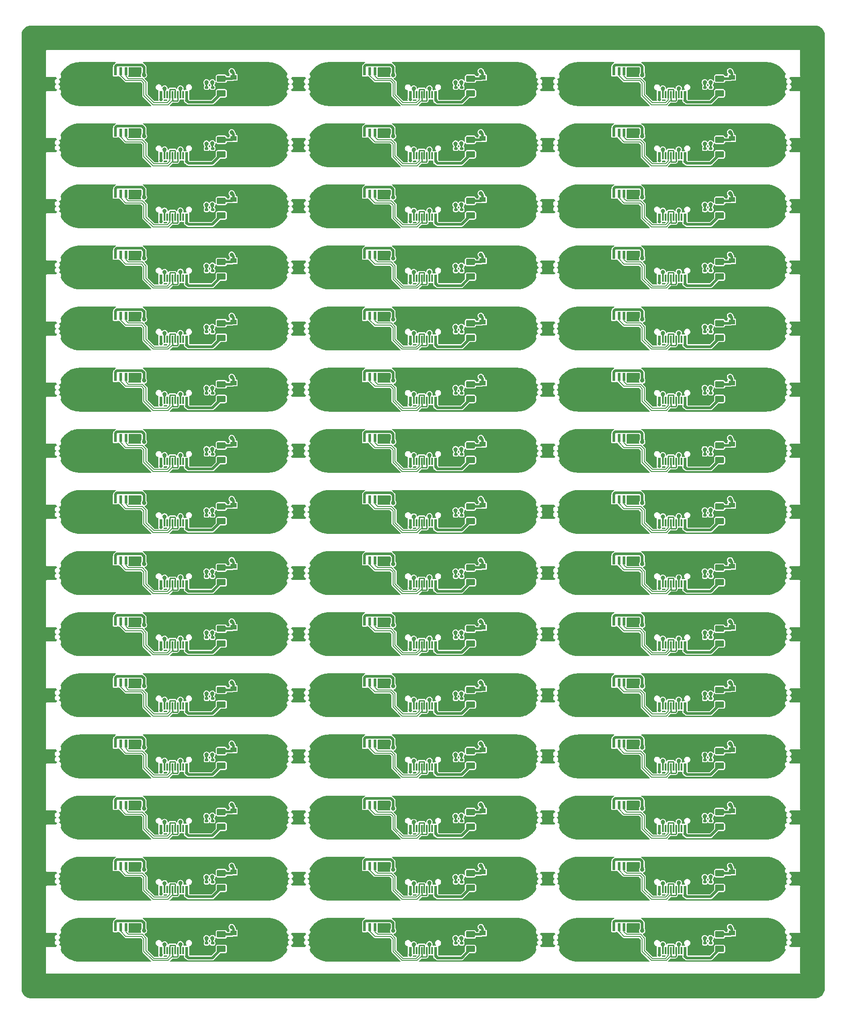
<source format=gbr>
%TF.GenerationSoftware,KiCad,Pcbnew,(6.0.0)*%
%TF.CreationDate,2022-08-14T01:13:06-04:00*%
%TF.ProjectId,Panel v2,50616e65-6c20-4763-922e-6b696361645f,rev?*%
%TF.SameCoordinates,Original*%
%TF.FileFunction,Copper,L1,Top*%
%TF.FilePolarity,Positive*%
%FSLAX46Y46*%
G04 Gerber Fmt 4.6, Leading zero omitted, Abs format (unit mm)*
G04 Created by KiCad (PCBNEW (6.0.0)) date 2022-08-14 01:13:06*
%MOMM*%
%LPD*%
G01*
G04 APERTURE LIST*
G04 Aperture macros list*
%AMRoundRect*
0 Rectangle with rounded corners*
0 $1 Rounding radius*
0 $2 $3 $4 $5 $6 $7 $8 $9 X,Y pos of 4 corners*
0 Add a 4 corners polygon primitive as box body*
4,1,4,$2,$3,$4,$5,$6,$7,$8,$9,$2,$3,0*
0 Add four circle primitives for the rounded corners*
1,1,$1+$1,$2,$3*
1,1,$1+$1,$4,$5*
1,1,$1+$1,$6,$7*
1,1,$1+$1,$8,$9*
0 Add four rect primitives between the rounded corners*
20,1,$1+$1,$2,$3,$4,$5,0*
20,1,$1+$1,$4,$5,$6,$7,0*
20,1,$1+$1,$6,$7,$8,$9,0*
20,1,$1+$1,$8,$9,$2,$3,0*%
G04 Aperture macros list end*
%TA.AperFunction,ComponentPad*%
%ADD10C,6.400000*%
%TD*%
%TA.AperFunction,ComponentPad*%
%ADD11C,0.800000*%
%TD*%
%TA.AperFunction,SMDPad,CuDef*%
%ADD12RoundRect,0.135000X-0.185000X0.135000X-0.185000X-0.135000X0.185000X-0.135000X0.185000X0.135000X0*%
%TD*%
%TA.AperFunction,SMDPad,CuDef*%
%ADD13RoundRect,0.250000X-0.625000X0.375000X-0.625000X-0.375000X0.625000X-0.375000X0.625000X0.375000X0*%
%TD*%
%TA.AperFunction,SMDPad,CuDef*%
%ADD14R,1.200000X0.900000*%
%TD*%
%TA.AperFunction,SMDPad,CuDef*%
%ADD15R,0.600000X1.450000*%
%TD*%
%TA.AperFunction,SMDPad,CuDef*%
%ADD16R,0.300000X1.450000*%
%TD*%
%TA.AperFunction,ComponentPad*%
%ADD17O,1.000000X1.600000*%
%TD*%
%TA.AperFunction,ComponentPad*%
%ADD18O,1.000000X2.100000*%
%TD*%
%TA.AperFunction,SMDPad,CuDef*%
%ADD19R,0.600000X1.550000*%
%TD*%
%TA.AperFunction,SMDPad,CuDef*%
%ADD20R,1.200000X2.000000*%
%TD*%
%TA.AperFunction,ViaPad*%
%ADD21C,0.650000*%
%TD*%
%TA.AperFunction,ViaPad*%
%ADD22C,0.800000*%
%TD*%
%TA.AperFunction,Conductor*%
%ADD23C,0.500000*%
%TD*%
%TA.AperFunction,Conductor*%
%ADD24C,0.250000*%
%TD*%
%TA.AperFunction,Conductor*%
%ADD25C,0.800000*%
%TD*%
%TA.AperFunction,Conductor*%
%ADD26C,0.350000*%
%TD*%
%TA.AperFunction,Conductor*%
%ADD27C,0.200000*%
%TD*%
G04 APERTURE END LIST*
D10*
%TO.P,MH54,1,Pin_1*%
%TO.N,Board_GND*%
X76539997Y-117969019D03*
D11*
X74842941Y-119666075D03*
X76539997Y-120369019D03*
X78939997Y-117969019D03*
X74842941Y-116271963D03*
X78237053Y-116271963D03*
X74139997Y-117969019D03*
X76539997Y-115569019D03*
X78237053Y-119666075D03*
%TD*%
%TO.P,MH87,1,Pin_1*%
%TO.N,Board_GND*%
X125937056Y-189866093D03*
X124240000Y-190569037D03*
X124240000Y-185769037D03*
X125937056Y-186471981D03*
X122542944Y-189866093D03*
D10*
X124240000Y-188169037D03*
D11*
X121840000Y-188169037D03*
X122542944Y-186471981D03*
X126640000Y-188169037D03*
%TD*%
D12*
%TO.P,R52,1*%
%TO.N,Board_/CC1*%
X53087619Y-130312147D03*
%TO.P,R52,2*%
%TO.N,Board_GND*%
X53087619Y-131332147D03*
%TD*%
D13*
%TO.P,F10,1*%
%TO.N,Board_+5V*%
X103611872Y-46731501D03*
%TO.P,F10,2*%
%TO.N,Board_VBUS*%
X103611872Y-49531501D03*
%TD*%
D14*
%TO.P,D14,1,A1*%
%TO.N,Board_GND*%
X58243119Y-73181507D03*
%TO.P,D14,2,A2*%
%TO.N,Board_+5V*%
X58243119Y-69881507D03*
%TD*%
D12*
%TO.P,R88,1*%
%TO.N,Board_/CC2*%
X149630625Y-165412156D03*
%TO.P,R88,2*%
%TO.N,Board_GND*%
X149630625Y-166432156D03*
%TD*%
D13*
%TO.P,F9,1*%
%TO.N,Board_+5V*%
X103611872Y-58431504D03*
%TO.P,F9,2*%
%TO.N,Board_VBUS*%
X103611872Y-61231504D03*
%TD*%
D11*
%TO.P,MH21,1,Pin_1*%
%TO.N,Board_GND*%
X125937056Y-46071945D03*
X124240000Y-50169001D03*
X125937056Y-49466057D03*
X122542944Y-46071945D03*
X122542944Y-49466057D03*
D10*
X124240000Y-47769001D03*
D11*
X124240000Y-45369001D03*
X121840000Y-47769001D03*
X126640000Y-47769001D03*
%TD*%
D13*
%TO.P,F12,1*%
%TO.N,Board_+5V*%
X151311875Y-46731501D03*
%TO.P,F12,2*%
%TO.N,Board_VBUS*%
X151311875Y-49531501D03*
%TD*%
D12*
%TO.P,R31,1*%
%TO.N,Board_/CC1*%
X100787622Y-83512135D03*
%TO.P,R31,2*%
%TO.N,Board_GND*%
X100787622Y-84532135D03*
%TD*%
D14*
%TO.P,D36,1,A1*%
%TO.N,Board_GND*%
X153643125Y-143381525D03*
%TO.P,D36,2,A2*%
%TO.N,Board_+5V*%
X153643125Y-140081525D03*
%TD*%
D15*
%TO.P,J53,A1,GND*%
%TO.N,Board_GND*%
X50066994Y-143427025D03*
%TO.P,J53,A4,VBUS*%
%TO.N,Board_VBUS*%
X49266994Y-143427025D03*
D16*
%TO.P,J53,A5,CC1*%
%TO.N,Board_/CC1*%
X48066994Y-143427025D03*
%TO.P,J53,A6,D+*%
%TO.N,Board_D+*%
X47066994Y-143427025D03*
%TO.P,J53,A7,D-*%
%TO.N,Board_D-*%
X46566994Y-143427025D03*
%TO.P,J53,A8,SBU1*%
%TO.N,Board_unconnected-(J3-PadA8)*%
X45566994Y-143427025D03*
D15*
%TO.P,J53,A9,VBUS*%
%TO.N,Board_VBUS*%
X44366994Y-143427025D03*
%TO.P,J53,A12,GND*%
%TO.N,Board_GND*%
X43566994Y-143427025D03*
%TO.P,J53,B1,GND*%
X43566994Y-143427025D03*
%TO.P,J53,B4,VBUS*%
%TO.N,Board_VBUS*%
X44366994Y-143427025D03*
D16*
%TO.P,J53,B5,CC2*%
%TO.N,Board_/CC2*%
X45066994Y-143427025D03*
%TO.P,J53,B6,D+*%
%TO.N,Board_D+*%
X46066994Y-143427025D03*
%TO.P,J53,B7,D-*%
%TO.N,Board_D-*%
X47566994Y-143427025D03*
%TO.P,J53,B8,SBU2*%
%TO.N,Board_unconnected-(J3-PadB8)*%
X48566994Y-143427025D03*
D15*
%TO.P,J53,B9,VBUS*%
%TO.N,Board_VBUS*%
X49266994Y-143427025D03*
%TO.P,J53,B12,GND*%
%TO.N,Board_GND*%
X50066994Y-143427025D03*
D17*
%TO.P,J53,S1,SHIELD*%
X51136994Y-138332025D03*
X42496994Y-138332025D03*
D18*
X51136994Y-142512025D03*
X42496994Y-142512025D03*
%TD*%
D11*
%TO.P,MH81,1,Pin_1*%
%TO.N,Board_GND*%
X67239994Y-188169037D03*
X64839994Y-190569037D03*
X63142938Y-189866093D03*
D10*
X64839994Y-188169037D03*
D11*
X64839994Y-185769037D03*
X66537050Y-189866093D03*
X63142938Y-186471981D03*
X62439994Y-188169037D03*
X66537050Y-186471981D03*
%TD*%
D19*
%TO.P,J25,1,Pin_1*%
%TO.N,Board_+5V*%
X35639994Y-68744007D03*
%TO.P,J25,2,Pin_2*%
%TO.N,Board_D-*%
X36639994Y-68744007D03*
%TO.P,J25,3,Pin_3*%
%TO.N,Board_D+*%
X37639994Y-68744007D03*
%TO.P,J25,4,Pin_4*%
%TO.N,Board_GND*%
X38639994Y-68744007D03*
D20*
%TO.P,J25,MP,MountPin*%
X39939994Y-72619007D03*
X34339994Y-72619007D03*
%TD*%
D12*
%TO.P,R83,1*%
%TO.N,Board_/CC2*%
X101930622Y-188812162D03*
%TO.P,R83,2*%
%TO.N,Board_GND*%
X101930622Y-189832162D03*
%TD*%
D11*
%TO.P,MH9,1,Pin_1*%
%TO.N,Board_GND*%
X124240000Y-21968995D03*
X121840000Y-24368995D03*
X126640000Y-24368995D03*
X124240000Y-26768995D03*
D10*
X124240000Y-24368995D03*
D11*
X125937056Y-26066051D03*
X122542944Y-22671939D03*
X122542944Y-26066051D03*
X125937056Y-22671939D03*
%TD*%
%TO.P,MH10,1,Pin_1*%
%TO.N,Board_GND*%
X122542944Y-37766054D03*
X125937056Y-37766054D03*
X125937056Y-34371942D03*
X124240000Y-33668998D03*
X124240000Y-38468998D03*
D10*
X124240000Y-36068998D03*
D11*
X122542944Y-34371942D03*
X126640000Y-36068998D03*
X121840000Y-36068998D03*
%TD*%
D12*
%TO.P,R29,1*%
%TO.N,Board_/CC2*%
X101930622Y-83512135D03*
%TO.P,R29,2*%
%TO.N,Board_GND*%
X101930622Y-84532135D03*
%TD*%
D13*
%TO.P,F18,1*%
%TO.N,Board_+5V*%
X151311875Y-81831510D03*
%TO.P,F18,2*%
%TO.N,Board_VBUS*%
X151311875Y-84631510D03*
%TD*%
%TO.P,F3,1*%
%TO.N,Board_+5V*%
X103611872Y-23331495D03*
%TO.P,F3,2*%
%TO.N,Board_VBUS*%
X103611872Y-26131495D03*
%TD*%
D12*
%TO.P,R70,1*%
%TO.N,Board_/CC2*%
X149630625Y-153712153D03*
%TO.P,R70,2*%
%TO.N,Board_GND*%
X149630625Y-154732153D03*
%TD*%
D13*
%TO.P,F2,1*%
%TO.N,Board_+5V*%
X55911869Y-23331495D03*
%TO.P,F2,2*%
%TO.N,Board_VBUS*%
X55911869Y-26131495D03*
%TD*%
D19*
%TO.P,J69,1,Pin_1*%
%TO.N,Board_+5V*%
X83339997Y-150644028D03*
%TO.P,J69,2,Pin_2*%
%TO.N,Board_D-*%
X84339997Y-150644028D03*
%TO.P,J69,3,Pin_3*%
%TO.N,Board_D+*%
X85339997Y-150644028D03*
%TO.P,J69,4,Pin_4*%
%TO.N,Board_GND*%
X86339997Y-150644028D03*
D20*
%TO.P,J69,MP,MountPin*%
X82039997Y-154519028D03*
X87639997Y-154519028D03*
%TD*%
D12*
%TO.P,R4,1*%
%TO.N,Board_/CC1*%
X53087619Y-25012120D03*
%TO.P,R4,2*%
%TO.N,Board_GND*%
X53087619Y-26032120D03*
%TD*%
%TO.P,R16,1*%
%TO.N,Board_/CC1*%
X53087619Y-60112129D03*
%TO.P,R16,2*%
%TO.N,Board_GND*%
X53087619Y-61132129D03*
%TD*%
D10*
%TO.P,MH32,1,Pin_1*%
%TO.N,Board_GND*%
X112539997Y-82869010D03*
D11*
X110139997Y-82869010D03*
X114939997Y-82869010D03*
X110842941Y-81171954D03*
X114237053Y-84566066D03*
X110842941Y-84566066D03*
X112539997Y-85269010D03*
X112539997Y-80469010D03*
X114237053Y-81171954D03*
%TD*%
D12*
%TO.P,R61,1*%
%TO.N,Board_/CC1*%
X53087619Y-153712153D03*
%TO.P,R61,2*%
%TO.N,Board_GND*%
X53087619Y-154732153D03*
%TD*%
D15*
%TO.P,J44,A1,GND*%
%TO.N,Board_GND*%
X97766997Y-96627013D03*
%TO.P,J44,A4,VBUS*%
%TO.N,Board_VBUS*%
X96966997Y-96627013D03*
D16*
%TO.P,J44,A5,CC1*%
%TO.N,Board_/CC1*%
X95766997Y-96627013D03*
%TO.P,J44,A6,D+*%
%TO.N,Board_D+*%
X94766997Y-96627013D03*
%TO.P,J44,A7,D-*%
%TO.N,Board_D-*%
X94266997Y-96627013D03*
%TO.P,J44,A8,SBU1*%
%TO.N,Board_unconnected-(J3-PadA8)*%
X93266997Y-96627013D03*
D15*
%TO.P,J44,A9,VBUS*%
%TO.N,Board_VBUS*%
X92066997Y-96627013D03*
%TO.P,J44,A12,GND*%
%TO.N,Board_GND*%
X91266997Y-96627013D03*
%TO.P,J44,B1,GND*%
X91266997Y-96627013D03*
%TO.P,J44,B4,VBUS*%
%TO.N,Board_VBUS*%
X92066997Y-96627013D03*
D16*
%TO.P,J44,B5,CC2*%
%TO.N,Board_/CC2*%
X92766997Y-96627013D03*
%TO.P,J44,B6,D+*%
%TO.N,Board_D+*%
X93766997Y-96627013D03*
%TO.P,J44,B7,D-*%
%TO.N,Board_D-*%
X95266997Y-96627013D03*
%TO.P,J44,B8,SBU2*%
%TO.N,Board_unconnected-(J3-PadB8)*%
X96266997Y-96627013D03*
D15*
%TO.P,J44,B9,VBUS*%
%TO.N,Board_VBUS*%
X96966997Y-96627013D03*
%TO.P,J44,B12,GND*%
%TO.N,Board_GND*%
X97766997Y-96627013D03*
D18*
%TO.P,J44,S1,SHIELD*%
X90196997Y-95712013D03*
D17*
X90196997Y-91532013D03*
D18*
X98836997Y-95712013D03*
D17*
X98836997Y-91532013D03*
%TD*%
D13*
%TO.P,F13,1*%
%TO.N,Board_+5V*%
X55911869Y-81831510D03*
%TO.P,F13,2*%
%TO.N,Board_VBUS*%
X55911869Y-84631510D03*
%TD*%
D15*
%TO.P,J13,A1,GND*%
%TO.N,Board_GND*%
X50066994Y-61527004D03*
%TO.P,J13,A4,VBUS*%
%TO.N,Board_VBUS*%
X49266994Y-61527004D03*
D16*
%TO.P,J13,A5,CC1*%
%TO.N,Board_/CC1*%
X48066994Y-61527004D03*
%TO.P,J13,A6,D+*%
%TO.N,Board_D+*%
X47066994Y-61527004D03*
%TO.P,J13,A7,D-*%
%TO.N,Board_D-*%
X46566994Y-61527004D03*
%TO.P,J13,A8,SBU1*%
%TO.N,Board_unconnected-(J3-PadA8)*%
X45566994Y-61527004D03*
D15*
%TO.P,J13,A9,VBUS*%
%TO.N,Board_VBUS*%
X44366994Y-61527004D03*
%TO.P,J13,A12,GND*%
%TO.N,Board_GND*%
X43566994Y-61527004D03*
%TO.P,J13,B1,GND*%
X43566994Y-61527004D03*
%TO.P,J13,B4,VBUS*%
%TO.N,Board_VBUS*%
X44366994Y-61527004D03*
D16*
%TO.P,J13,B5,CC2*%
%TO.N,Board_/CC2*%
X45066994Y-61527004D03*
%TO.P,J13,B6,D+*%
%TO.N,Board_D+*%
X46066994Y-61527004D03*
%TO.P,J13,B7,D-*%
%TO.N,Board_D-*%
X47566994Y-61527004D03*
%TO.P,J13,B8,SBU2*%
%TO.N,Board_unconnected-(J3-PadB8)*%
X48566994Y-61527004D03*
D15*
%TO.P,J13,B9,VBUS*%
%TO.N,Board_VBUS*%
X49266994Y-61527004D03*
%TO.P,J13,B12,GND*%
%TO.N,Board_GND*%
X50066994Y-61527004D03*
D17*
%TO.P,J13,S1,SHIELD*%
X42496994Y-56432004D03*
D18*
X51136994Y-60612004D03*
X42496994Y-60612004D03*
D17*
X51136994Y-56432004D03*
%TD*%
D12*
%TO.P,R12,1*%
%TO.N,Board_/CC2*%
X149630625Y-25012120D03*
%TO.P,R12,2*%
%TO.N,Board_GND*%
X149630625Y-26032120D03*
%TD*%
D15*
%TO.P,J5,A1,GND*%
%TO.N,Board_GND*%
X97766997Y-26426995D03*
%TO.P,J5,A4,VBUS*%
%TO.N,Board_VBUS*%
X96966997Y-26426995D03*
D16*
%TO.P,J5,A5,CC1*%
%TO.N,Board_/CC1*%
X95766997Y-26426995D03*
%TO.P,J5,A6,D+*%
%TO.N,Board_D+*%
X94766997Y-26426995D03*
%TO.P,J5,A7,D-*%
%TO.N,Board_D-*%
X94266997Y-26426995D03*
%TO.P,J5,A8,SBU1*%
%TO.N,Board_unconnected-(J3-PadA8)*%
X93266997Y-26426995D03*
D15*
%TO.P,J5,A9,VBUS*%
%TO.N,Board_VBUS*%
X92066997Y-26426995D03*
%TO.P,J5,A12,GND*%
%TO.N,Board_GND*%
X91266997Y-26426995D03*
%TO.P,J5,B1,GND*%
X91266997Y-26426995D03*
%TO.P,J5,B4,VBUS*%
%TO.N,Board_VBUS*%
X92066997Y-26426995D03*
D16*
%TO.P,J5,B5,CC2*%
%TO.N,Board_/CC2*%
X92766997Y-26426995D03*
%TO.P,J5,B6,D+*%
%TO.N,Board_D+*%
X93766997Y-26426995D03*
%TO.P,J5,B7,D-*%
%TO.N,Board_D-*%
X95266997Y-26426995D03*
%TO.P,J5,B8,SBU2*%
%TO.N,Board_unconnected-(J3-PadB8)*%
X96266997Y-26426995D03*
D15*
%TO.P,J5,B9,VBUS*%
%TO.N,Board_VBUS*%
X96966997Y-26426995D03*
%TO.P,J5,B12,GND*%
%TO.N,Board_GND*%
X97766997Y-26426995D03*
D18*
%TO.P,J5,S1,SHIELD*%
X90196997Y-25511995D03*
D17*
X90196997Y-21331995D03*
D18*
X98836997Y-25511995D03*
D17*
X98836997Y-21331995D03*
%TD*%
D12*
%TO.P,R90,1*%
%TO.N,Board_/CC2*%
X149630625Y-188812162D03*
%TO.P,R90,2*%
%TO.N,Board_GND*%
X149630625Y-189832162D03*
%TD*%
%TO.P,R36,1*%
%TO.N,Board_/CC1*%
X148487625Y-71812132D03*
%TO.P,R36,2*%
%TO.N,Board_GND*%
X148487625Y-72832132D03*
%TD*%
D11*
%TO.P,MH74,1,Pin_1*%
%TO.N,Board_GND*%
X121840000Y-153069028D03*
X125937056Y-154766084D03*
D10*
X124240000Y-153069028D03*
D11*
X122542944Y-154766084D03*
X125937056Y-151371972D03*
X122542944Y-151371972D03*
X124240000Y-150669028D03*
X126640000Y-153069028D03*
X124240000Y-155469028D03*
%TD*%
%TO.P,MH75,1,Pin_1*%
%TO.N,Board_GND*%
X122542944Y-143066081D03*
X125937056Y-139671969D03*
X122542944Y-139671969D03*
X124240000Y-138969025D03*
X125937056Y-143066081D03*
X124240000Y-143769025D03*
X126640000Y-141369025D03*
X121840000Y-141369025D03*
D10*
X124240000Y-141369025D03*
%TD*%
D14*
%TO.P,D37,1,A1*%
%TO.N,Board_GND*%
X58243119Y-178481534D03*
%TO.P,D37,2,A2*%
%TO.N,Board_+5V*%
X58243119Y-175181534D03*
%TD*%
D12*
%TO.P,R37,1*%
%TO.N,Board_/CC1*%
X53087619Y-106912141D03*
%TO.P,R37,2*%
%TO.N,Board_GND*%
X53087619Y-107932141D03*
%TD*%
%TO.P,R32,1*%
%TO.N,Board_/CC2*%
X101930622Y-71812132D03*
%TO.P,R32,2*%
%TO.N,Board_GND*%
X101930622Y-72832132D03*
%TD*%
D15*
%TO.P,J19,A1,GND*%
%TO.N,Board_GND*%
X97766997Y-61527004D03*
%TO.P,J19,A4,VBUS*%
%TO.N,Board_VBUS*%
X96966997Y-61527004D03*
D16*
%TO.P,J19,A5,CC1*%
%TO.N,Board_/CC1*%
X95766997Y-61527004D03*
%TO.P,J19,A6,D+*%
%TO.N,Board_D+*%
X94766997Y-61527004D03*
%TO.P,J19,A7,D-*%
%TO.N,Board_D-*%
X94266997Y-61527004D03*
%TO.P,J19,A8,SBU1*%
%TO.N,Board_unconnected-(J3-PadA8)*%
X93266997Y-61527004D03*
D15*
%TO.P,J19,A9,VBUS*%
%TO.N,Board_VBUS*%
X92066997Y-61527004D03*
%TO.P,J19,A12,GND*%
%TO.N,Board_GND*%
X91266997Y-61527004D03*
%TO.P,J19,B1,GND*%
X91266997Y-61527004D03*
%TO.P,J19,B4,VBUS*%
%TO.N,Board_VBUS*%
X92066997Y-61527004D03*
D16*
%TO.P,J19,B5,CC2*%
%TO.N,Board_/CC2*%
X92766997Y-61527004D03*
%TO.P,J19,B6,D+*%
%TO.N,Board_D+*%
X93766997Y-61527004D03*
%TO.P,J19,B7,D-*%
%TO.N,Board_D-*%
X95266997Y-61527004D03*
%TO.P,J19,B8,SBU2*%
%TO.N,Board_unconnected-(J3-PadB8)*%
X96266997Y-61527004D03*
D15*
%TO.P,J19,B9,VBUS*%
%TO.N,Board_VBUS*%
X96966997Y-61527004D03*
%TO.P,J19,B12,GND*%
%TO.N,Board_GND*%
X97766997Y-61527004D03*
D18*
%TO.P,J19,S1,SHIELD*%
X90196997Y-60612004D03*
D17*
X98836997Y-56432004D03*
X90196997Y-56432004D03*
D18*
X98836997Y-60612004D03*
%TD*%
D12*
%TO.P,R40,1*%
%TO.N,Board_/CC2*%
X54230619Y-106912141D03*
%TO.P,R40,2*%
%TO.N,Board_GND*%
X54230619Y-107932141D03*
%TD*%
%TO.P,R15,1*%
%TO.N,Board_/CC2*%
X54230619Y-60112129D03*
%TO.P,R15,2*%
%TO.N,Board_GND*%
X54230619Y-61132129D03*
%TD*%
D13*
%TO.P,F1,1*%
%TO.N,Board_+5V*%
X55911869Y-35031498D03*
%TO.P,F1,2*%
%TO.N,Board_VBUS*%
X55911869Y-37831498D03*
%TD*%
D14*
%TO.P,D28,1,A1*%
%TO.N,Board_GND*%
X105943122Y-119981519D03*
%TO.P,D28,2,A2*%
%TO.N,Board_+5V*%
X105943122Y-116681519D03*
%TD*%
D12*
%TO.P,R89,1*%
%TO.N,Board_/CC2*%
X149630625Y-177112159D03*
%TO.P,R89,2*%
%TO.N,Board_GND*%
X149630625Y-178132159D03*
%TD*%
%TO.P,R2,1*%
%TO.N,Board_/CC2*%
X54230619Y-36712123D03*
%TO.P,R2,2*%
%TO.N,Board_GND*%
X54230619Y-37732123D03*
%TD*%
D15*
%TO.P,J86,A1,GND*%
%TO.N,Board_GND*%
X145467000Y-178527034D03*
%TO.P,J86,A4,VBUS*%
%TO.N,Board_VBUS*%
X144667000Y-178527034D03*
D16*
%TO.P,J86,A5,CC1*%
%TO.N,Board_/CC1*%
X143467000Y-178527034D03*
%TO.P,J86,A6,D+*%
%TO.N,Board_D+*%
X142467000Y-178527034D03*
%TO.P,J86,A7,D-*%
%TO.N,Board_D-*%
X141967000Y-178527034D03*
%TO.P,J86,A8,SBU1*%
%TO.N,Board_unconnected-(J3-PadA8)*%
X140967000Y-178527034D03*
D15*
%TO.P,J86,A9,VBUS*%
%TO.N,Board_VBUS*%
X139767000Y-178527034D03*
%TO.P,J86,A12,GND*%
%TO.N,Board_GND*%
X138967000Y-178527034D03*
%TO.P,J86,B1,GND*%
X138967000Y-178527034D03*
%TO.P,J86,B4,VBUS*%
%TO.N,Board_VBUS*%
X139767000Y-178527034D03*
D16*
%TO.P,J86,B5,CC2*%
%TO.N,Board_/CC2*%
X140467000Y-178527034D03*
%TO.P,J86,B6,D+*%
%TO.N,Board_D+*%
X141467000Y-178527034D03*
%TO.P,J86,B7,D-*%
%TO.N,Board_D-*%
X142967000Y-178527034D03*
%TO.P,J86,B8,SBU2*%
%TO.N,Board_unconnected-(J3-PadB8)*%
X143967000Y-178527034D03*
D15*
%TO.P,J86,B9,VBUS*%
%TO.N,Board_VBUS*%
X144667000Y-178527034D03*
%TO.P,J86,B12,GND*%
%TO.N,Board_GND*%
X145467000Y-178527034D03*
D17*
%TO.P,J86,S1,SHIELD*%
X146537000Y-173432034D03*
D18*
X146537000Y-177612034D03*
X137897000Y-177612034D03*
D17*
X137897000Y-173432034D03*
%TD*%
D14*
%TO.P,D25,1,A1*%
%TO.N,Board_GND*%
X58243119Y-131681522D03*
%TO.P,D25,2,A2*%
%TO.N,Board_+5V*%
X58243119Y-128381522D03*
%TD*%
D12*
%TO.P,R22,1*%
%TO.N,Board_/CC1*%
X148487625Y-60112129D03*
%TO.P,R22,2*%
%TO.N,Board_GND*%
X148487625Y-61132129D03*
%TD*%
D11*
%TO.P,MH68,1,Pin_1*%
%TO.N,Board_GND*%
X67239994Y-141369025D03*
X64839994Y-143769025D03*
X63142938Y-143066081D03*
D10*
X64839994Y-141369025D03*
D11*
X66537050Y-143066081D03*
X62439994Y-141369025D03*
X63142938Y-139671969D03*
X66537050Y-139671969D03*
X64839994Y-138969025D03*
%TD*%
D12*
%TO.P,R51,1*%
%TO.N,Board_/CC1*%
X53087619Y-118612144D03*
%TO.P,R51,2*%
%TO.N,Board_GND*%
X53087619Y-119632144D03*
%TD*%
%TO.P,R27,1*%
%TO.N,Board_/CC1*%
X53087619Y-83512135D03*
%TO.P,R27,2*%
%TO.N,Board_GND*%
X53087619Y-84532135D03*
%TD*%
D14*
%TO.P,D10,1,A1*%
%TO.N,Board_GND*%
X105943122Y-61481504D03*
%TO.P,D10,2,A2*%
%TO.N,Board_+5V*%
X105943122Y-58181504D03*
%TD*%
D15*
%TO.P,J51,A1,GND*%
%TO.N,Board_GND*%
X50066994Y-120027019D03*
%TO.P,J51,A4,VBUS*%
%TO.N,Board_VBUS*%
X49266994Y-120027019D03*
D16*
%TO.P,J51,A5,CC1*%
%TO.N,Board_/CC1*%
X48066994Y-120027019D03*
%TO.P,J51,A6,D+*%
%TO.N,Board_D+*%
X47066994Y-120027019D03*
%TO.P,J51,A7,D-*%
%TO.N,Board_D-*%
X46566994Y-120027019D03*
%TO.P,J51,A8,SBU1*%
%TO.N,Board_unconnected-(J3-PadA8)*%
X45566994Y-120027019D03*
D15*
%TO.P,J51,A9,VBUS*%
%TO.N,Board_VBUS*%
X44366994Y-120027019D03*
%TO.P,J51,A12,GND*%
%TO.N,Board_GND*%
X43566994Y-120027019D03*
%TO.P,J51,B1,GND*%
X43566994Y-120027019D03*
%TO.P,J51,B4,VBUS*%
%TO.N,Board_VBUS*%
X44366994Y-120027019D03*
D16*
%TO.P,J51,B5,CC2*%
%TO.N,Board_/CC2*%
X45066994Y-120027019D03*
%TO.P,J51,B6,D+*%
%TO.N,Board_D+*%
X46066994Y-120027019D03*
%TO.P,J51,B7,D-*%
%TO.N,Board_D-*%
X47566994Y-120027019D03*
%TO.P,J51,B8,SBU2*%
%TO.N,Board_unconnected-(J3-PadB8)*%
X48566994Y-120027019D03*
D15*
%TO.P,J51,B9,VBUS*%
%TO.N,Board_VBUS*%
X49266994Y-120027019D03*
%TO.P,J51,B12,GND*%
%TO.N,Board_GND*%
X50066994Y-120027019D03*
D18*
%TO.P,J51,S1,SHIELD*%
X51136994Y-119112019D03*
D17*
X42496994Y-114932019D03*
D18*
X42496994Y-119112019D03*
D17*
X51136994Y-114932019D03*
%TD*%
D14*
%TO.P,D11,1,A1*%
%TO.N,Board_GND*%
X153643125Y-61481504D03*
%TO.P,D11,2,A2*%
%TO.N,Board_+5V*%
X153643125Y-58181504D03*
%TD*%
D13*
%TO.P,F39,1*%
%TO.N,Board_+5V*%
X55911869Y-163731531D03*
%TO.P,F39,2*%
%TO.N,Board_VBUS*%
X55911869Y-166531531D03*
%TD*%
D15*
%TO.P,J74,A1,GND*%
%TO.N,Board_GND*%
X145467000Y-155127028D03*
%TO.P,J74,A4,VBUS*%
%TO.N,Board_VBUS*%
X144667000Y-155127028D03*
D16*
%TO.P,J74,A5,CC1*%
%TO.N,Board_/CC1*%
X143467000Y-155127028D03*
%TO.P,J74,A6,D+*%
%TO.N,Board_D+*%
X142467000Y-155127028D03*
%TO.P,J74,A7,D-*%
%TO.N,Board_D-*%
X141967000Y-155127028D03*
%TO.P,J74,A8,SBU1*%
%TO.N,Board_unconnected-(J3-PadA8)*%
X140967000Y-155127028D03*
D15*
%TO.P,J74,A9,VBUS*%
%TO.N,Board_VBUS*%
X139767000Y-155127028D03*
%TO.P,J74,A12,GND*%
%TO.N,Board_GND*%
X138967000Y-155127028D03*
%TO.P,J74,B1,GND*%
X138967000Y-155127028D03*
%TO.P,J74,B4,VBUS*%
%TO.N,Board_VBUS*%
X139767000Y-155127028D03*
D16*
%TO.P,J74,B5,CC2*%
%TO.N,Board_/CC2*%
X140467000Y-155127028D03*
%TO.P,J74,B6,D+*%
%TO.N,Board_D+*%
X141467000Y-155127028D03*
%TO.P,J74,B7,D-*%
%TO.N,Board_D-*%
X142967000Y-155127028D03*
%TO.P,J74,B8,SBU2*%
%TO.N,Board_unconnected-(J3-PadB8)*%
X143967000Y-155127028D03*
D15*
%TO.P,J74,B9,VBUS*%
%TO.N,Board_VBUS*%
X144667000Y-155127028D03*
%TO.P,J74,B12,GND*%
%TO.N,Board_GND*%
X145467000Y-155127028D03*
D17*
%TO.P,J74,S1,SHIELD*%
X137897000Y-150032028D03*
X146537000Y-150032028D03*
D18*
X137897000Y-154212028D03*
X146537000Y-154212028D03*
%TD*%
D13*
%TO.P,F25,1*%
%TO.N,Board_+5V*%
X55911869Y-128631522D03*
%TO.P,F25,2*%
%TO.N,Board_VBUS*%
X55911869Y-131431522D03*
%TD*%
%TO.P,F4,1*%
%TO.N,Board_+5V*%
X103611872Y-35031498D03*
%TO.P,F4,2*%
%TO.N,Board_VBUS*%
X103611872Y-37831498D03*
%TD*%
D11*
%TO.P,MH55,1,Pin_1*%
%TO.N,Board_GND*%
X112539997Y-132069022D03*
X114237053Y-131366078D03*
X114237053Y-127971966D03*
X112539997Y-127269022D03*
X110842941Y-127971966D03*
X114939997Y-129669022D03*
X110139997Y-129669022D03*
X110842941Y-131366078D03*
D10*
X112539997Y-129669022D03*
%TD*%
D15*
%TO.P,J57,A1,GND*%
%TO.N,Board_GND*%
X97766997Y-131727022D03*
%TO.P,J57,A4,VBUS*%
%TO.N,Board_VBUS*%
X96966997Y-131727022D03*
D16*
%TO.P,J57,A5,CC1*%
%TO.N,Board_/CC1*%
X95766997Y-131727022D03*
%TO.P,J57,A6,D+*%
%TO.N,Board_D+*%
X94766997Y-131727022D03*
%TO.P,J57,A7,D-*%
%TO.N,Board_D-*%
X94266997Y-131727022D03*
%TO.P,J57,A8,SBU1*%
%TO.N,Board_unconnected-(J3-PadA8)*%
X93266997Y-131727022D03*
D15*
%TO.P,J57,A9,VBUS*%
%TO.N,Board_VBUS*%
X92066997Y-131727022D03*
%TO.P,J57,A12,GND*%
%TO.N,Board_GND*%
X91266997Y-131727022D03*
%TO.P,J57,B1,GND*%
X91266997Y-131727022D03*
%TO.P,J57,B4,VBUS*%
%TO.N,Board_VBUS*%
X92066997Y-131727022D03*
D16*
%TO.P,J57,B5,CC2*%
%TO.N,Board_/CC2*%
X92766997Y-131727022D03*
%TO.P,J57,B6,D+*%
%TO.N,Board_D+*%
X93766997Y-131727022D03*
%TO.P,J57,B7,D-*%
%TO.N,Board_D-*%
X95266997Y-131727022D03*
%TO.P,J57,B8,SBU2*%
%TO.N,Board_unconnected-(J3-PadB8)*%
X96266997Y-131727022D03*
D15*
%TO.P,J57,B9,VBUS*%
%TO.N,Board_VBUS*%
X96966997Y-131727022D03*
%TO.P,J57,B12,GND*%
%TO.N,Board_GND*%
X97766997Y-131727022D03*
D18*
%TO.P,J57,S1,SHIELD*%
X90196997Y-130812022D03*
D17*
X98836997Y-126632022D03*
X90196997Y-126632022D03*
D18*
X98836997Y-130812022D03*
%TD*%
D11*
%TO.P,MH53,1,Pin_1*%
%TO.N,Board_GND*%
X63142938Y-131366078D03*
X67239994Y-129669022D03*
X64839994Y-127269022D03*
D10*
X64839994Y-129669022D03*
D11*
X64839994Y-132069022D03*
X63142938Y-127971966D03*
X66537050Y-131366078D03*
X62439994Y-129669022D03*
X66537050Y-127971966D03*
%TD*%
%TO.P,MH44,1,Pin_1*%
%TO.N,Board_GND*%
X114237053Y-92871957D03*
X112539997Y-96969013D03*
X110139997Y-94569013D03*
X110842941Y-92871957D03*
X114237053Y-96266069D03*
X112539997Y-92169013D03*
X114939997Y-94569013D03*
X110842941Y-96266069D03*
D10*
X112539997Y-94569013D03*
%TD*%
D12*
%TO.P,R80,1*%
%TO.N,Board_/CC2*%
X101930622Y-177112159D03*
%TO.P,R80,2*%
%TO.N,Board_GND*%
X101930622Y-178132159D03*
%TD*%
D11*
%TO.P,MH50,1,Pin_1*%
%TO.N,Board_GND*%
X28839994Y-120369019D03*
X30537050Y-119666075D03*
X31239994Y-117969019D03*
X30537050Y-116271963D03*
X26439994Y-117969019D03*
X27142938Y-119666075D03*
X28839994Y-115569019D03*
D10*
X28839994Y-117969019D03*
D11*
X27142938Y-116271963D03*
%TD*%
D12*
%TO.P,R75,1*%
%TO.N,Board_/CC2*%
X54230619Y-165412156D03*
%TO.P,R75,2*%
%TO.N,Board_GND*%
X54230619Y-166432156D03*
%TD*%
%TO.P,R35,1*%
%TO.N,Board_/CC2*%
X149630625Y-71812132D03*
%TO.P,R35,2*%
%TO.N,Board_GND*%
X149630625Y-72832132D03*
%TD*%
D11*
%TO.P,MH46,1,Pin_1*%
%TO.N,Board_GND*%
X124240000Y-108669016D03*
X121840000Y-106269016D03*
X124240000Y-103869016D03*
X125937056Y-107966072D03*
X122542944Y-104571960D03*
X125937056Y-104571960D03*
X126640000Y-106269016D03*
X122542944Y-107966072D03*
D10*
X124240000Y-106269016D03*
%TD*%
D19*
%TO.P,J54,1,Pin_1*%
%TO.N,Board_+5V*%
X83339997Y-115544019D03*
%TO.P,J54,2,Pin_2*%
%TO.N,Board_D-*%
X84339997Y-115544019D03*
%TO.P,J54,3,Pin_3*%
%TO.N,Board_D+*%
X85339997Y-115544019D03*
%TO.P,J54,4,Pin_4*%
%TO.N,Board_GND*%
X86339997Y-115544019D03*
D20*
%TO.P,J54,MP,MountPin*%
X87639997Y-119419019D03*
X82039997Y-119419019D03*
%TD*%
D11*
%TO.P,MH25,1,Pin_1*%
%TO.N,Board_GND*%
X27142938Y-81171954D03*
X26439994Y-82869010D03*
X31239994Y-82869010D03*
D10*
X28839994Y-82869010D03*
D11*
X28839994Y-85269010D03*
X30537050Y-84566066D03*
X27142938Y-84566066D03*
X28839994Y-80469010D03*
X30537050Y-81171954D03*
%TD*%
D14*
%TO.P,D6,1,A1*%
%TO.N,Board_GND*%
X153643125Y-38081498D03*
%TO.P,D6,2,A2*%
%TO.N,Board_+5V*%
X153643125Y-34781498D03*
%TD*%
D11*
%TO.P,MH38,1,Pin_1*%
%TO.N,Board_GND*%
X30537050Y-107966072D03*
D10*
X28839994Y-106269016D03*
D11*
X27142938Y-107966072D03*
X31239994Y-106269016D03*
X26439994Y-106269016D03*
X27142938Y-104571960D03*
X30537050Y-104571960D03*
X28839994Y-108669016D03*
X28839994Y-103869016D03*
%TD*%
D14*
%TO.P,D40,1,A1*%
%TO.N,Board_GND*%
X105943122Y-166781531D03*
%TO.P,D40,2,A2*%
%TO.N,Board_+5V*%
X105943122Y-163481531D03*
%TD*%
D11*
%TO.P,MH20,1,Pin_1*%
%TO.N,Board_GND*%
X110842941Y-61166060D03*
X114237053Y-57771948D03*
X112539997Y-61869004D03*
X110842941Y-57771948D03*
X110139997Y-59469004D03*
X114939997Y-59469004D03*
D10*
X112539997Y-59469004D03*
D11*
X114237053Y-61166060D03*
X112539997Y-57069004D03*
%TD*%
D14*
%TO.P,D45,1,A1*%
%TO.N,Board_GND*%
X153643125Y-190181537D03*
%TO.P,D45,2,A2*%
%TO.N,Board_+5V*%
X153643125Y-186881537D03*
%TD*%
D12*
%TO.P,R64,1*%
%TO.N,Board_/CC2*%
X54230619Y-153712153D03*
%TO.P,R64,2*%
%TO.N,Board_GND*%
X54230619Y-154732153D03*
%TD*%
D14*
%TO.P,D8,1,A1*%
%TO.N,Board_GND*%
X58243119Y-61481504D03*
%TO.P,D8,2,A2*%
%TO.N,Board_+5V*%
X58243119Y-58181504D03*
%TD*%
D19*
%TO.P,J90,1,Pin_1*%
%TO.N,Board_+5V*%
X131040000Y-185744037D03*
%TO.P,J90,2,Pin_2*%
%TO.N,Board_D-*%
X132040000Y-185744037D03*
%TO.P,J90,3,Pin_3*%
%TO.N,Board_D+*%
X133040000Y-185744037D03*
%TO.P,J90,4,Pin_4*%
%TO.N,Board_GND*%
X134040000Y-185744037D03*
D20*
%TO.P,J90,MP,MountPin*%
X135340000Y-189619037D03*
X129740000Y-189619037D03*
%TD*%
D11*
%TO.P,MH89,1,Pin_1*%
%TO.N,Board_GND*%
X162640000Y-188169037D03*
X161937056Y-189866093D03*
X161937056Y-186471981D03*
X158542944Y-186471981D03*
X160240000Y-190569037D03*
X157840000Y-188169037D03*
D10*
X160240000Y-188169037D03*
D11*
X160240000Y-185769037D03*
X158542944Y-189866093D03*
%TD*%
D14*
%TO.P,D1,1,A1*%
%TO.N,Board_GND*%
X58243119Y-38081498D03*
%TO.P,D1,2,A2*%
%TO.N,Board_+5V*%
X58243119Y-34781498D03*
%TD*%
D11*
%TO.P,MH78,1,Pin_1*%
%TO.N,Board_GND*%
X157840000Y-164769031D03*
X158542944Y-163071975D03*
X160240000Y-167169031D03*
D10*
X160240000Y-164769031D03*
D11*
X162640000Y-164769031D03*
X161937056Y-166466087D03*
X158542944Y-166466087D03*
X161937056Y-163071975D03*
X160240000Y-162369031D03*
%TD*%
D15*
%TO.P,J6,A1,GND*%
%TO.N,Board_GND*%
X97766997Y-38126998D03*
%TO.P,J6,A4,VBUS*%
%TO.N,Board_VBUS*%
X96966997Y-38126998D03*
D16*
%TO.P,J6,A5,CC1*%
%TO.N,Board_/CC1*%
X95766997Y-38126998D03*
%TO.P,J6,A6,D+*%
%TO.N,Board_D+*%
X94766997Y-38126998D03*
%TO.P,J6,A7,D-*%
%TO.N,Board_D-*%
X94266997Y-38126998D03*
%TO.P,J6,A8,SBU1*%
%TO.N,Board_unconnected-(J3-PadA8)*%
X93266997Y-38126998D03*
D15*
%TO.P,J6,A9,VBUS*%
%TO.N,Board_VBUS*%
X92066997Y-38126998D03*
%TO.P,J6,A12,GND*%
%TO.N,Board_GND*%
X91266997Y-38126998D03*
%TO.P,J6,B1,GND*%
X91266997Y-38126998D03*
%TO.P,J6,B4,VBUS*%
%TO.N,Board_VBUS*%
X92066997Y-38126998D03*
D16*
%TO.P,J6,B5,CC2*%
%TO.N,Board_/CC2*%
X92766997Y-38126998D03*
%TO.P,J6,B6,D+*%
%TO.N,Board_D+*%
X93766997Y-38126998D03*
%TO.P,J6,B7,D-*%
%TO.N,Board_D-*%
X95266997Y-38126998D03*
%TO.P,J6,B8,SBU2*%
%TO.N,Board_unconnected-(J3-PadB8)*%
X96266997Y-38126998D03*
D15*
%TO.P,J6,B9,VBUS*%
%TO.N,Board_VBUS*%
X96966997Y-38126998D03*
%TO.P,J6,B12,GND*%
%TO.N,Board_GND*%
X97766997Y-38126998D03*
D17*
%TO.P,J6,S1,SHIELD*%
X98836997Y-33031998D03*
D18*
X98836997Y-37211998D03*
D17*
X90196997Y-33031998D03*
D18*
X90196997Y-37211998D03*
%TD*%
D11*
%TO.P,MH12,1,Pin_1*%
%TO.N,Board_GND*%
X161937056Y-37766054D03*
D10*
X160240000Y-36068998D03*
D11*
X161937056Y-34371942D03*
X162640000Y-36068998D03*
X160240000Y-33668998D03*
X160240000Y-38468998D03*
X158542944Y-37766054D03*
X157840000Y-36068998D03*
X158542944Y-34371942D03*
%TD*%
D14*
%TO.P,D33,1,A1*%
%TO.N,Board_GND*%
X105943122Y-143381525D03*
%TO.P,D33,2,A2*%
%TO.N,Board_+5V*%
X105943122Y-140081525D03*
%TD*%
D11*
%TO.P,MH7,1,Pin_1*%
%TO.N,Board_GND*%
X110139997Y-24368995D03*
X114237053Y-22671939D03*
X110842941Y-22671939D03*
X110842941Y-26066051D03*
X114939997Y-24368995D03*
X112539997Y-26768995D03*
X114237053Y-26066051D03*
X112539997Y-21968995D03*
D10*
X112539997Y-24368995D03*
%TD*%
D12*
%TO.P,R43,1*%
%TO.N,Board_/CC1*%
X100787622Y-106912141D03*
%TO.P,R43,2*%
%TO.N,Board_GND*%
X100787622Y-107932141D03*
%TD*%
D15*
%TO.P,J36,A1,GND*%
%TO.N,Board_GND*%
X145467000Y-84927010D03*
%TO.P,J36,A4,VBUS*%
%TO.N,Board_VBUS*%
X144667000Y-84927010D03*
D16*
%TO.P,J36,A5,CC1*%
%TO.N,Board_/CC1*%
X143467000Y-84927010D03*
%TO.P,J36,A6,D+*%
%TO.N,Board_D+*%
X142467000Y-84927010D03*
%TO.P,J36,A7,D-*%
%TO.N,Board_D-*%
X141967000Y-84927010D03*
%TO.P,J36,A8,SBU1*%
%TO.N,Board_unconnected-(J3-PadA8)*%
X140967000Y-84927010D03*
D15*
%TO.P,J36,A9,VBUS*%
%TO.N,Board_VBUS*%
X139767000Y-84927010D03*
%TO.P,J36,A12,GND*%
%TO.N,Board_GND*%
X138967000Y-84927010D03*
%TO.P,J36,B1,GND*%
X138967000Y-84927010D03*
%TO.P,J36,B4,VBUS*%
%TO.N,Board_VBUS*%
X139767000Y-84927010D03*
D16*
%TO.P,J36,B5,CC2*%
%TO.N,Board_/CC2*%
X140467000Y-84927010D03*
%TO.P,J36,B6,D+*%
%TO.N,Board_D+*%
X141467000Y-84927010D03*
%TO.P,J36,B7,D-*%
%TO.N,Board_D-*%
X142967000Y-84927010D03*
%TO.P,J36,B8,SBU2*%
%TO.N,Board_unconnected-(J3-PadB8)*%
X143967000Y-84927010D03*
D15*
%TO.P,J36,B9,VBUS*%
%TO.N,Board_VBUS*%
X144667000Y-84927010D03*
%TO.P,J36,B12,GND*%
%TO.N,Board_GND*%
X145467000Y-84927010D03*
D17*
%TO.P,J36,S1,SHIELD*%
X137897000Y-79832010D03*
X146537000Y-79832010D03*
D18*
X146537000Y-84012010D03*
X137897000Y-84012010D03*
%TD*%
D12*
%TO.P,R86,1*%
%TO.N,Board_/CC1*%
X148487625Y-177112159D03*
%TO.P,R86,2*%
%TO.N,Board_GND*%
X148487625Y-178132159D03*
%TD*%
D11*
%TO.P,MH83,1,Pin_1*%
%TO.N,Board_GND*%
X74842941Y-178166090D03*
X76539997Y-178869034D03*
X74842941Y-174771978D03*
X78939997Y-176469034D03*
X78237053Y-174771978D03*
X78237053Y-178166090D03*
X74139997Y-176469034D03*
D10*
X76539997Y-176469034D03*
D11*
X76539997Y-174069034D03*
%TD*%
D12*
%TO.P,R85,1*%
%TO.N,Board_/CC1*%
X148487625Y-188812162D03*
%TO.P,R85,2*%
%TO.N,Board_GND*%
X148487625Y-189832162D03*
%TD*%
D15*
%TO.P,J47,A1,GND*%
%TO.N,Board_GND*%
X145467000Y-108327016D03*
%TO.P,J47,A4,VBUS*%
%TO.N,Board_VBUS*%
X144667000Y-108327016D03*
D16*
%TO.P,J47,A5,CC1*%
%TO.N,Board_/CC1*%
X143467000Y-108327016D03*
%TO.P,J47,A6,D+*%
%TO.N,Board_D+*%
X142467000Y-108327016D03*
%TO.P,J47,A7,D-*%
%TO.N,Board_D-*%
X141967000Y-108327016D03*
%TO.P,J47,A8,SBU1*%
%TO.N,Board_unconnected-(J3-PadA8)*%
X140967000Y-108327016D03*
D15*
%TO.P,J47,A9,VBUS*%
%TO.N,Board_VBUS*%
X139767000Y-108327016D03*
%TO.P,J47,A12,GND*%
%TO.N,Board_GND*%
X138967000Y-108327016D03*
%TO.P,J47,B1,GND*%
X138967000Y-108327016D03*
%TO.P,J47,B4,VBUS*%
%TO.N,Board_VBUS*%
X139767000Y-108327016D03*
D16*
%TO.P,J47,B5,CC2*%
%TO.N,Board_/CC2*%
X140467000Y-108327016D03*
%TO.P,J47,B6,D+*%
%TO.N,Board_D+*%
X141467000Y-108327016D03*
%TO.P,J47,B7,D-*%
%TO.N,Board_D-*%
X142967000Y-108327016D03*
%TO.P,J47,B8,SBU2*%
%TO.N,Board_unconnected-(J3-PadB8)*%
X143967000Y-108327016D03*
D15*
%TO.P,J47,B9,VBUS*%
%TO.N,Board_VBUS*%
X144667000Y-108327016D03*
%TO.P,J47,B12,GND*%
%TO.N,Board_GND*%
X145467000Y-108327016D03*
D17*
%TO.P,J47,S1,SHIELD*%
X137897000Y-103232016D03*
D18*
X146537000Y-107412016D03*
X137897000Y-107412016D03*
D17*
X146537000Y-103232016D03*
%TD*%
D15*
%TO.P,J82,A1,GND*%
%TO.N,Board_GND*%
X97766997Y-190227037D03*
%TO.P,J82,A4,VBUS*%
%TO.N,Board_VBUS*%
X96966997Y-190227037D03*
D16*
%TO.P,J82,A5,CC1*%
%TO.N,Board_/CC1*%
X95766997Y-190227037D03*
%TO.P,J82,A6,D+*%
%TO.N,Board_D+*%
X94766997Y-190227037D03*
%TO.P,J82,A7,D-*%
%TO.N,Board_D-*%
X94266997Y-190227037D03*
%TO.P,J82,A8,SBU1*%
%TO.N,Board_unconnected-(J3-PadA8)*%
X93266997Y-190227037D03*
D15*
%TO.P,J82,A9,VBUS*%
%TO.N,Board_VBUS*%
X92066997Y-190227037D03*
%TO.P,J82,A12,GND*%
%TO.N,Board_GND*%
X91266997Y-190227037D03*
%TO.P,J82,B1,GND*%
X91266997Y-190227037D03*
%TO.P,J82,B4,VBUS*%
%TO.N,Board_VBUS*%
X92066997Y-190227037D03*
D16*
%TO.P,J82,B5,CC2*%
%TO.N,Board_/CC2*%
X92766997Y-190227037D03*
%TO.P,J82,B6,D+*%
%TO.N,Board_D+*%
X93766997Y-190227037D03*
%TO.P,J82,B7,D-*%
%TO.N,Board_D-*%
X95266997Y-190227037D03*
%TO.P,J82,B8,SBU2*%
%TO.N,Board_unconnected-(J3-PadB8)*%
X96266997Y-190227037D03*
D15*
%TO.P,J82,B9,VBUS*%
%TO.N,Board_VBUS*%
X96966997Y-190227037D03*
%TO.P,J82,B12,GND*%
%TO.N,Board_GND*%
X97766997Y-190227037D03*
D18*
%TO.P,J82,S1,SHIELD*%
X90196997Y-189312037D03*
D17*
X90196997Y-185132037D03*
D18*
X98836997Y-189312037D03*
D17*
X98836997Y-185132037D03*
%TD*%
D15*
%TO.P,J43,A1,GND*%
%TO.N,Board_GND*%
X97766997Y-108327016D03*
%TO.P,J43,A4,VBUS*%
%TO.N,Board_VBUS*%
X96966997Y-108327016D03*
D16*
%TO.P,J43,A5,CC1*%
%TO.N,Board_/CC1*%
X95766997Y-108327016D03*
%TO.P,J43,A6,D+*%
%TO.N,Board_D+*%
X94766997Y-108327016D03*
%TO.P,J43,A7,D-*%
%TO.N,Board_D-*%
X94266997Y-108327016D03*
%TO.P,J43,A8,SBU1*%
%TO.N,Board_unconnected-(J3-PadA8)*%
X93266997Y-108327016D03*
D15*
%TO.P,J43,A9,VBUS*%
%TO.N,Board_VBUS*%
X92066997Y-108327016D03*
%TO.P,J43,A12,GND*%
%TO.N,Board_GND*%
X91266997Y-108327016D03*
%TO.P,J43,B1,GND*%
X91266997Y-108327016D03*
%TO.P,J43,B4,VBUS*%
%TO.N,Board_VBUS*%
X92066997Y-108327016D03*
D16*
%TO.P,J43,B5,CC2*%
%TO.N,Board_/CC2*%
X92766997Y-108327016D03*
%TO.P,J43,B6,D+*%
%TO.N,Board_D+*%
X93766997Y-108327016D03*
%TO.P,J43,B7,D-*%
%TO.N,Board_D-*%
X95266997Y-108327016D03*
%TO.P,J43,B8,SBU2*%
%TO.N,Board_unconnected-(J3-PadB8)*%
X96266997Y-108327016D03*
D15*
%TO.P,J43,B9,VBUS*%
%TO.N,Board_VBUS*%
X96966997Y-108327016D03*
%TO.P,J43,B12,GND*%
%TO.N,Board_GND*%
X97766997Y-108327016D03*
D17*
%TO.P,J43,S1,SHIELD*%
X90196997Y-103232016D03*
D18*
X90196997Y-107412016D03*
X98836997Y-107412016D03*
D17*
X98836997Y-103232016D03*
%TD*%
D12*
%TO.P,R3,1*%
%TO.N,Board_/CC1*%
X53087619Y-36712123D03*
%TO.P,R3,2*%
%TO.N,Board_GND*%
X53087619Y-37732123D03*
%TD*%
D14*
%TO.P,D19,1,A1*%
%TO.N,Board_GND*%
X58243119Y-108281516D03*
%TO.P,D19,2,A2*%
%TO.N,Board_+5V*%
X58243119Y-104981516D03*
%TD*%
D12*
%TO.P,R66,1*%
%TO.N,Board_/CC2*%
X101930622Y-153712153D03*
%TO.P,R66,2*%
%TO.N,Board_GND*%
X101930622Y-154732153D03*
%TD*%
D14*
%TO.P,D44,1,A1*%
%TO.N,Board_GND*%
X153643125Y-178481534D03*
%TO.P,D44,2,A2*%
%TO.N,Board_+5V*%
X153643125Y-175181534D03*
%TD*%
D19*
%TO.P,J22,1,Pin_1*%
%TO.N,Board_+5V*%
X131040000Y-45344001D03*
%TO.P,J22,2,Pin_2*%
%TO.N,Board_D-*%
X132040000Y-45344001D03*
%TO.P,J22,3,Pin_3*%
%TO.N,Board_D+*%
X133040000Y-45344001D03*
%TO.P,J22,4,Pin_4*%
%TO.N,Board_GND*%
X134040000Y-45344001D03*
D20*
%TO.P,J22,MP,MountPin*%
X135340000Y-49219001D03*
X129740000Y-49219001D03*
%TD*%
D19*
%TO.P,J37,1,Pin_1*%
%TO.N,Board_+5V*%
X35639994Y-92144013D03*
%TO.P,J37,2,Pin_2*%
%TO.N,Board_D-*%
X36639994Y-92144013D03*
%TO.P,J37,3,Pin_3*%
%TO.N,Board_D+*%
X37639994Y-92144013D03*
%TO.P,J37,4,Pin_4*%
%TO.N,Board_GND*%
X38639994Y-92144013D03*
D20*
%TO.P,J37,MP,MountPin*%
X39939994Y-96019013D03*
X34339994Y-96019013D03*
%TD*%
D12*
%TO.P,R9,1*%
%TO.N,Board_/CC1*%
X148487625Y-36712123D03*
%TO.P,R9,2*%
%TO.N,Board_GND*%
X148487625Y-37732123D03*
%TD*%
D13*
%TO.P,F37,1*%
%TO.N,Board_+5V*%
X55911869Y-187131537D03*
%TO.P,F37,2*%
%TO.N,Board_VBUS*%
X55911869Y-189931537D03*
%TD*%
D11*
%TO.P,MH36,1,Pin_1*%
%TO.N,Board_GND*%
X162640000Y-82869010D03*
X157840000Y-82869010D03*
X158542944Y-81171954D03*
X161937056Y-81171954D03*
X160240000Y-80469010D03*
X158542944Y-84566066D03*
D10*
X160240000Y-82869010D03*
D11*
X161937056Y-84566066D03*
X160240000Y-85269010D03*
%TD*%
D14*
%TO.P,D31,1,A1*%
%TO.N,Board_GND*%
X58243119Y-155081528D03*
%TO.P,D31,2,A2*%
%TO.N,Board_+5V*%
X58243119Y-151781528D03*
%TD*%
D11*
%TO.P,MH17,1,Pin_1*%
%TO.N,Board_GND*%
X76539997Y-45369001D03*
X74139997Y-47769001D03*
X74842941Y-49466057D03*
X78237053Y-46071945D03*
D10*
X76539997Y-47769001D03*
D11*
X74842941Y-46071945D03*
X78237053Y-49466057D03*
X76539997Y-50169001D03*
X78939997Y-47769001D03*
%TD*%
D13*
%TO.P,F8,1*%
%TO.N,Board_+5V*%
X55911869Y-58431504D03*
%TO.P,F8,2*%
%TO.N,Board_VBUS*%
X55911869Y-61231504D03*
%TD*%
D11*
%TO.P,MH14,1,Pin_1*%
%TO.N,Board_GND*%
X26439994Y-47769001D03*
X30537050Y-49466057D03*
X28839994Y-50169001D03*
X27142938Y-46071945D03*
X30537050Y-46071945D03*
X31239994Y-47769001D03*
X27142938Y-49466057D03*
X28839994Y-45369001D03*
D10*
X28839994Y-47769001D03*
%TD*%
D15*
%TO.P,J27,A1,GND*%
%TO.N,Board_GND*%
X50066994Y-84927010D03*
%TO.P,J27,A4,VBUS*%
%TO.N,Board_VBUS*%
X49266994Y-84927010D03*
D16*
%TO.P,J27,A5,CC1*%
%TO.N,Board_/CC1*%
X48066994Y-84927010D03*
%TO.P,J27,A6,D+*%
%TO.N,Board_D+*%
X47066994Y-84927010D03*
%TO.P,J27,A7,D-*%
%TO.N,Board_D-*%
X46566994Y-84927010D03*
%TO.P,J27,A8,SBU1*%
%TO.N,Board_unconnected-(J3-PadA8)*%
X45566994Y-84927010D03*
D15*
%TO.P,J27,A9,VBUS*%
%TO.N,Board_VBUS*%
X44366994Y-84927010D03*
%TO.P,J27,A12,GND*%
%TO.N,Board_GND*%
X43566994Y-84927010D03*
%TO.P,J27,B1,GND*%
X43566994Y-84927010D03*
%TO.P,J27,B4,VBUS*%
%TO.N,Board_VBUS*%
X44366994Y-84927010D03*
D16*
%TO.P,J27,B5,CC2*%
%TO.N,Board_/CC2*%
X45066994Y-84927010D03*
%TO.P,J27,B6,D+*%
%TO.N,Board_D+*%
X46066994Y-84927010D03*
%TO.P,J27,B7,D-*%
%TO.N,Board_D-*%
X47566994Y-84927010D03*
%TO.P,J27,B8,SBU2*%
%TO.N,Board_unconnected-(J3-PadB8)*%
X48566994Y-84927010D03*
D15*
%TO.P,J27,B9,VBUS*%
%TO.N,Board_VBUS*%
X49266994Y-84927010D03*
%TO.P,J27,B12,GND*%
%TO.N,Board_GND*%
X50066994Y-84927010D03*
D17*
%TO.P,J27,S1,SHIELD*%
X51136994Y-79832010D03*
D18*
X42496994Y-84012010D03*
D17*
X42496994Y-79832010D03*
D18*
X51136994Y-84012010D03*
%TD*%
D12*
%TO.P,R1,1*%
%TO.N,Board_/CC2*%
X54230619Y-25012120D03*
%TO.P,R1,2*%
%TO.N,Board_GND*%
X54230619Y-26032120D03*
%TD*%
D15*
%TO.P,J39,A1,GND*%
%TO.N,Board_GND*%
X50066994Y-108327016D03*
%TO.P,J39,A4,VBUS*%
%TO.N,Board_VBUS*%
X49266994Y-108327016D03*
D16*
%TO.P,J39,A5,CC1*%
%TO.N,Board_/CC1*%
X48066994Y-108327016D03*
%TO.P,J39,A6,D+*%
%TO.N,Board_D+*%
X47066994Y-108327016D03*
%TO.P,J39,A7,D-*%
%TO.N,Board_D-*%
X46566994Y-108327016D03*
%TO.P,J39,A8,SBU1*%
%TO.N,Board_unconnected-(J3-PadA8)*%
X45566994Y-108327016D03*
D15*
%TO.P,J39,A9,VBUS*%
%TO.N,Board_VBUS*%
X44366994Y-108327016D03*
%TO.P,J39,A12,GND*%
%TO.N,Board_GND*%
X43566994Y-108327016D03*
%TO.P,J39,B1,GND*%
X43566994Y-108327016D03*
%TO.P,J39,B4,VBUS*%
%TO.N,Board_VBUS*%
X44366994Y-108327016D03*
D16*
%TO.P,J39,B5,CC2*%
%TO.N,Board_/CC2*%
X45066994Y-108327016D03*
%TO.P,J39,B6,D+*%
%TO.N,Board_D+*%
X46066994Y-108327016D03*
%TO.P,J39,B7,D-*%
%TO.N,Board_D-*%
X47566994Y-108327016D03*
%TO.P,J39,B8,SBU2*%
%TO.N,Board_unconnected-(J3-PadB8)*%
X48566994Y-108327016D03*
D15*
%TO.P,J39,B9,VBUS*%
%TO.N,Board_VBUS*%
X49266994Y-108327016D03*
%TO.P,J39,B12,GND*%
%TO.N,Board_GND*%
X50066994Y-108327016D03*
D18*
%TO.P,J39,S1,SHIELD*%
X42496994Y-107412016D03*
X51136994Y-107412016D03*
D17*
X42496994Y-103232016D03*
X51136994Y-103232016D03*
%TD*%
D11*
%TO.P,MH72,1,Pin_1*%
%TO.N,Board_GND*%
X112539997Y-167169031D03*
X112539997Y-162369031D03*
X110842941Y-163071975D03*
D10*
X112539997Y-164769031D03*
D11*
X110139997Y-164769031D03*
X114237053Y-166466087D03*
X110842941Y-166466087D03*
X114939997Y-164769031D03*
X114237053Y-163071975D03*
%TD*%
D14*
%TO.P,D5,1,A1*%
%TO.N,Board_GND*%
X153643125Y-26381495D03*
%TO.P,D5,2,A2*%
%TO.N,Board_+5V*%
X153643125Y-23081495D03*
%TD*%
D11*
%TO.P,MH85,1,Pin_1*%
%TO.N,Board_GND*%
X114939997Y-176469034D03*
X110842941Y-178166090D03*
X110139997Y-176469034D03*
X114237053Y-174771978D03*
X112539997Y-174069034D03*
X114237053Y-178166090D03*
X112539997Y-178869034D03*
X110842941Y-174771978D03*
D10*
X112539997Y-176469034D03*
%TD*%
D15*
%TO.P,J87,A1,GND*%
%TO.N,Board_GND*%
X145467000Y-190227037D03*
%TO.P,J87,A4,VBUS*%
%TO.N,Board_VBUS*%
X144667000Y-190227037D03*
D16*
%TO.P,J87,A5,CC1*%
%TO.N,Board_/CC1*%
X143467000Y-190227037D03*
%TO.P,J87,A6,D+*%
%TO.N,Board_D+*%
X142467000Y-190227037D03*
%TO.P,J87,A7,D-*%
%TO.N,Board_D-*%
X141967000Y-190227037D03*
%TO.P,J87,A8,SBU1*%
%TO.N,Board_unconnected-(J3-PadA8)*%
X140967000Y-190227037D03*
D15*
%TO.P,J87,A9,VBUS*%
%TO.N,Board_VBUS*%
X139767000Y-190227037D03*
%TO.P,J87,A12,GND*%
%TO.N,Board_GND*%
X138967000Y-190227037D03*
%TO.P,J87,B1,GND*%
X138967000Y-190227037D03*
%TO.P,J87,B4,VBUS*%
%TO.N,Board_VBUS*%
X139767000Y-190227037D03*
D16*
%TO.P,J87,B5,CC2*%
%TO.N,Board_/CC2*%
X140467000Y-190227037D03*
%TO.P,J87,B6,D+*%
%TO.N,Board_D+*%
X141467000Y-190227037D03*
%TO.P,J87,B7,D-*%
%TO.N,Board_D-*%
X142967000Y-190227037D03*
%TO.P,J87,B8,SBU2*%
%TO.N,Board_unconnected-(J3-PadB8)*%
X143967000Y-190227037D03*
D15*
%TO.P,J87,B9,VBUS*%
%TO.N,Board_VBUS*%
X144667000Y-190227037D03*
%TO.P,J87,B12,GND*%
%TO.N,Board_GND*%
X145467000Y-190227037D03*
D17*
%TO.P,J87,S1,SHIELD*%
X146537000Y-185132037D03*
D18*
X137897000Y-189312037D03*
D17*
X137897000Y-185132037D03*
D18*
X146537000Y-189312037D03*
%TD*%
D10*
%TO.P,MH73,1,Pin_1*%
%TO.N,Board_GND*%
X124240000Y-164769031D03*
D11*
X124240000Y-167169031D03*
X124240000Y-162369031D03*
X125937056Y-166466087D03*
X121840000Y-164769031D03*
X122542944Y-166466087D03*
X125937056Y-163071975D03*
X126640000Y-164769031D03*
X122542944Y-163071975D03*
%TD*%
D14*
%TO.P,D41,1,A1*%
%TO.N,Board_GND*%
X105943122Y-178481534D03*
%TO.P,D41,2,A2*%
%TO.N,Board_+5V*%
X105943122Y-175181534D03*
%TD*%
D19*
%TO.P,J84,1,Pin_1*%
%TO.N,Board_+5V*%
X131040000Y-174044034D03*
%TO.P,J84,2,Pin_2*%
%TO.N,Board_D-*%
X132040000Y-174044034D03*
%TO.P,J84,3,Pin_3*%
%TO.N,Board_D+*%
X133040000Y-174044034D03*
%TO.P,J84,4,Pin_4*%
%TO.N,Board_GND*%
X134040000Y-174044034D03*
D20*
%TO.P,J84,MP,MountPin*%
X129740000Y-177919034D03*
X135340000Y-177919034D03*
%TD*%
D19*
%TO.P,J85,1,Pin_1*%
%TO.N,Board_+5V*%
X131040000Y-162344031D03*
%TO.P,J85,2,Pin_2*%
%TO.N,Board_D-*%
X132040000Y-162344031D03*
%TO.P,J85,3,Pin_3*%
%TO.N,Board_D+*%
X133040000Y-162344031D03*
%TO.P,J85,4,Pin_4*%
%TO.N,Board_GND*%
X134040000Y-162344031D03*
D20*
%TO.P,J85,MP,MountPin*%
X135340000Y-166219031D03*
X129740000Y-166219031D03*
%TD*%
D14*
%TO.P,D18,1,A1*%
%TO.N,Board_GND*%
X153643125Y-73181507D03*
%TO.P,D18,2,A2*%
%TO.N,Board_+5V*%
X153643125Y-69881507D03*
%TD*%
D11*
%TO.P,MH15,1,Pin_1*%
%TO.N,Board_GND*%
X74139997Y-59469004D03*
X74842941Y-57771948D03*
X76539997Y-61869004D03*
X78939997Y-59469004D03*
X74842941Y-61166060D03*
D10*
X76539997Y-59469004D03*
D11*
X78237053Y-61166060D03*
X76539997Y-57069004D03*
X78237053Y-57771948D03*
%TD*%
D19*
%TO.P,J80,1,Pin_1*%
%TO.N,Board_+5V*%
X83339997Y-162344031D03*
%TO.P,J80,2,Pin_2*%
%TO.N,Board_D-*%
X84339997Y-162344031D03*
%TO.P,J80,3,Pin_3*%
%TO.N,Board_D+*%
X85339997Y-162344031D03*
%TO.P,J80,4,Pin_4*%
%TO.N,Board_GND*%
X86339997Y-162344031D03*
D20*
%TO.P,J80,MP,MountPin*%
X82039997Y-166219031D03*
X87639997Y-166219031D03*
%TD*%
D10*
%TO.P,MH66,1,Pin_1*%
%TO.N,Board_GND*%
X64839994Y-153069028D03*
D11*
X64839994Y-155469028D03*
X66537050Y-154766084D03*
X66537050Y-151371972D03*
X63142938Y-154766084D03*
X64839994Y-150669028D03*
X63142938Y-151371972D03*
X62439994Y-153069028D03*
X67239994Y-153069028D03*
%TD*%
%TO.P,MH65,1,Pin_1*%
%TO.N,Board_GND*%
X74842941Y-151371972D03*
X78237053Y-154766084D03*
D10*
X76539997Y-153069028D03*
D11*
X76539997Y-155469028D03*
X78237053Y-151371972D03*
X76539997Y-150669028D03*
X74139997Y-153069028D03*
X74842941Y-154766084D03*
X78939997Y-153069028D03*
%TD*%
D15*
%TO.P,J8,A1,GND*%
%TO.N,Board_GND*%
X145467000Y-26426995D03*
%TO.P,J8,A4,VBUS*%
%TO.N,Board_VBUS*%
X144667000Y-26426995D03*
D16*
%TO.P,J8,A5,CC1*%
%TO.N,Board_/CC1*%
X143467000Y-26426995D03*
%TO.P,J8,A6,D+*%
%TO.N,Board_D+*%
X142467000Y-26426995D03*
%TO.P,J8,A7,D-*%
%TO.N,Board_D-*%
X141967000Y-26426995D03*
%TO.P,J8,A8,SBU1*%
%TO.N,Board_unconnected-(J3-PadA8)*%
X140967000Y-26426995D03*
D15*
%TO.P,J8,A9,VBUS*%
%TO.N,Board_VBUS*%
X139767000Y-26426995D03*
%TO.P,J8,A12,GND*%
%TO.N,Board_GND*%
X138967000Y-26426995D03*
%TO.P,J8,B1,GND*%
X138967000Y-26426995D03*
%TO.P,J8,B4,VBUS*%
%TO.N,Board_VBUS*%
X139767000Y-26426995D03*
D16*
%TO.P,J8,B5,CC2*%
%TO.N,Board_/CC2*%
X140467000Y-26426995D03*
%TO.P,J8,B6,D+*%
%TO.N,Board_D+*%
X141467000Y-26426995D03*
%TO.P,J8,B7,D-*%
%TO.N,Board_D-*%
X142967000Y-26426995D03*
%TO.P,J8,B8,SBU2*%
%TO.N,Board_unconnected-(J3-PadB8)*%
X143967000Y-26426995D03*
D15*
%TO.P,J8,B9,VBUS*%
%TO.N,Board_VBUS*%
X144667000Y-26426995D03*
%TO.P,J8,B12,GND*%
%TO.N,Board_GND*%
X145467000Y-26426995D03*
D18*
%TO.P,J8,S1,SHIELD*%
X146537000Y-25511995D03*
D17*
X137897000Y-21331995D03*
X146537000Y-21331995D03*
D18*
X137897000Y-25511995D03*
%TD*%
D15*
%TO.P,J9,A1,GND*%
%TO.N,Board_GND*%
X145467000Y-38126998D03*
%TO.P,J9,A4,VBUS*%
%TO.N,Board_VBUS*%
X144667000Y-38126998D03*
D16*
%TO.P,J9,A5,CC1*%
%TO.N,Board_/CC1*%
X143467000Y-38126998D03*
%TO.P,J9,A6,D+*%
%TO.N,Board_D+*%
X142467000Y-38126998D03*
%TO.P,J9,A7,D-*%
%TO.N,Board_D-*%
X141967000Y-38126998D03*
%TO.P,J9,A8,SBU1*%
%TO.N,Board_unconnected-(J3-PadA8)*%
X140967000Y-38126998D03*
D15*
%TO.P,J9,A9,VBUS*%
%TO.N,Board_VBUS*%
X139767000Y-38126998D03*
%TO.P,J9,A12,GND*%
%TO.N,Board_GND*%
X138967000Y-38126998D03*
%TO.P,J9,B1,GND*%
X138967000Y-38126998D03*
%TO.P,J9,B4,VBUS*%
%TO.N,Board_VBUS*%
X139767000Y-38126998D03*
D16*
%TO.P,J9,B5,CC2*%
%TO.N,Board_/CC2*%
X140467000Y-38126998D03*
%TO.P,J9,B6,D+*%
%TO.N,Board_D+*%
X141467000Y-38126998D03*
%TO.P,J9,B7,D-*%
%TO.N,Board_D-*%
X142967000Y-38126998D03*
%TO.P,J9,B8,SBU2*%
%TO.N,Board_unconnected-(J3-PadB8)*%
X143967000Y-38126998D03*
D15*
%TO.P,J9,B9,VBUS*%
%TO.N,Board_VBUS*%
X144667000Y-38126998D03*
%TO.P,J9,B12,GND*%
%TO.N,Board_GND*%
X145467000Y-38126998D03*
D18*
%TO.P,J9,S1,SHIELD*%
X137897000Y-37211998D03*
X146537000Y-37211998D03*
D17*
X137897000Y-33031998D03*
X146537000Y-33031998D03*
%TD*%
D10*
%TO.P,MH90,1,Pin_1*%
%TO.N,Board_GND*%
X160240000Y-176469034D03*
D11*
X160240000Y-178869034D03*
X158542944Y-174771978D03*
X161937056Y-174771978D03*
X161937056Y-178166090D03*
X158542944Y-178166090D03*
X157840000Y-176469034D03*
X162640000Y-176469034D03*
X160240000Y-174069034D03*
%TD*%
D15*
%TO.P,J2,A1,GND*%
%TO.N,Board_GND*%
X50066994Y-38126998D03*
%TO.P,J2,A4,VBUS*%
%TO.N,Board_VBUS*%
X49266994Y-38126998D03*
D16*
%TO.P,J2,A5,CC1*%
%TO.N,Board_/CC1*%
X48066994Y-38126998D03*
%TO.P,J2,A6,D+*%
%TO.N,Board_D+*%
X47066994Y-38126998D03*
%TO.P,J2,A7,D-*%
%TO.N,Board_D-*%
X46566994Y-38126998D03*
%TO.P,J2,A8,SBU1*%
%TO.N,Board_unconnected-(J3-PadA8)*%
X45566994Y-38126998D03*
D15*
%TO.P,J2,A9,VBUS*%
%TO.N,Board_VBUS*%
X44366994Y-38126998D03*
%TO.P,J2,A12,GND*%
%TO.N,Board_GND*%
X43566994Y-38126998D03*
%TO.P,J2,B1,GND*%
X43566994Y-38126998D03*
%TO.P,J2,B4,VBUS*%
%TO.N,Board_VBUS*%
X44366994Y-38126998D03*
D16*
%TO.P,J2,B5,CC2*%
%TO.N,Board_/CC2*%
X45066994Y-38126998D03*
%TO.P,J2,B6,D+*%
%TO.N,Board_D+*%
X46066994Y-38126998D03*
%TO.P,J2,B7,D-*%
%TO.N,Board_D-*%
X47566994Y-38126998D03*
%TO.P,J2,B8,SBU2*%
%TO.N,Board_unconnected-(J3-PadB8)*%
X48566994Y-38126998D03*
D15*
%TO.P,J2,B9,VBUS*%
%TO.N,Board_VBUS*%
X49266994Y-38126998D03*
%TO.P,J2,B12,GND*%
%TO.N,Board_GND*%
X50066994Y-38126998D03*
D17*
%TO.P,J2,S1,SHIELD*%
X42496994Y-33031998D03*
D18*
X51136994Y-37211998D03*
X42496994Y-37211998D03*
D17*
X51136994Y-33031998D03*
%TD*%
D13*
%TO.P,F26,1*%
%TO.N,Board_+5V*%
X55911869Y-116931519D03*
%TO.P,F26,2*%
%TO.N,Board_VBUS*%
X55911869Y-119731519D03*
%TD*%
D11*
%TO.P,MH16,1,Pin_1*%
%TO.N,Board_GND*%
X63142938Y-49466057D03*
X63142938Y-46071945D03*
D10*
X64839994Y-47769001D03*
D11*
X66537050Y-49466057D03*
X64839994Y-50169001D03*
X67239994Y-47769001D03*
X66537050Y-46071945D03*
X64839994Y-45369001D03*
X62439994Y-47769001D03*
%TD*%
D13*
%TO.P,F42,1*%
%TO.N,Board_+5V*%
X103611872Y-187131537D03*
%TO.P,F42,2*%
%TO.N,Board_VBUS*%
X103611872Y-189931537D03*
%TD*%
D11*
%TO.P,MH35,1,Pin_1*%
%TO.N,Board_GND*%
X158542944Y-72866063D03*
X161937056Y-69471951D03*
X157840000Y-71169007D03*
X161937056Y-72866063D03*
X158542944Y-69471951D03*
X160240000Y-73569007D03*
X160240000Y-68769007D03*
X162640000Y-71169007D03*
D10*
X160240000Y-71169007D03*
%TD*%
D15*
%TO.P,J28,A1,GND*%
%TO.N,Board_GND*%
X50066994Y-73227007D03*
%TO.P,J28,A4,VBUS*%
%TO.N,Board_VBUS*%
X49266994Y-73227007D03*
D16*
%TO.P,J28,A5,CC1*%
%TO.N,Board_/CC1*%
X48066994Y-73227007D03*
%TO.P,J28,A6,D+*%
%TO.N,Board_D+*%
X47066994Y-73227007D03*
%TO.P,J28,A7,D-*%
%TO.N,Board_D-*%
X46566994Y-73227007D03*
%TO.P,J28,A8,SBU1*%
%TO.N,Board_unconnected-(J3-PadA8)*%
X45566994Y-73227007D03*
D15*
%TO.P,J28,A9,VBUS*%
%TO.N,Board_VBUS*%
X44366994Y-73227007D03*
%TO.P,J28,A12,GND*%
%TO.N,Board_GND*%
X43566994Y-73227007D03*
%TO.P,J28,B1,GND*%
X43566994Y-73227007D03*
%TO.P,J28,B4,VBUS*%
%TO.N,Board_VBUS*%
X44366994Y-73227007D03*
D16*
%TO.P,J28,B5,CC2*%
%TO.N,Board_/CC2*%
X45066994Y-73227007D03*
%TO.P,J28,B6,D+*%
%TO.N,Board_D+*%
X46066994Y-73227007D03*
%TO.P,J28,B7,D-*%
%TO.N,Board_D-*%
X47566994Y-73227007D03*
%TO.P,J28,B8,SBU2*%
%TO.N,Board_unconnected-(J3-PadB8)*%
X48566994Y-73227007D03*
D15*
%TO.P,J28,B9,VBUS*%
%TO.N,Board_VBUS*%
X49266994Y-73227007D03*
%TO.P,J28,B12,GND*%
%TO.N,Board_GND*%
X50066994Y-73227007D03*
D17*
%TO.P,J28,S1,SHIELD*%
X42496994Y-68132007D03*
X51136994Y-68132007D03*
D18*
X51136994Y-72312007D03*
X42496994Y-72312007D03*
%TD*%
D11*
%TO.P,MH26,1,Pin_1*%
%TO.N,Board_GND*%
X28839994Y-73569007D03*
X30537050Y-72866063D03*
X30537050Y-69471951D03*
X27142938Y-72866063D03*
D10*
X28839994Y-71169007D03*
D11*
X31239994Y-71169007D03*
X26439994Y-71169007D03*
X27142938Y-69471951D03*
X28839994Y-68769007D03*
%TD*%
D19*
%TO.P,J65,1,Pin_1*%
%TO.N,Board_+5V*%
X35639994Y-150644028D03*
%TO.P,J65,2,Pin_2*%
%TO.N,Board_D-*%
X36639994Y-150644028D03*
%TO.P,J65,3,Pin_3*%
%TO.N,Board_D+*%
X37639994Y-150644028D03*
%TO.P,J65,4,Pin_4*%
%TO.N,Board_GND*%
X38639994Y-150644028D03*
D20*
%TO.P,J65,MP,MountPin*%
X34339994Y-154519028D03*
X39939994Y-154519028D03*
%TD*%
D12*
%TO.P,R7,1*%
%TO.N,Board_/CC1*%
X100787622Y-36712123D03*
%TO.P,R7,2*%
%TO.N,Board_GND*%
X100787622Y-37732123D03*
%TD*%
%TO.P,R46,1*%
%TO.N,Board_/CC1*%
X148487625Y-95212138D03*
%TO.P,R46,2*%
%TO.N,Board_GND*%
X148487625Y-96232138D03*
%TD*%
D19*
%TO.P,J50,1,Pin_1*%
%TO.N,Board_+5V*%
X35639994Y-115544019D03*
%TO.P,J50,2,Pin_2*%
%TO.N,Board_D-*%
X36639994Y-115544019D03*
%TO.P,J50,3,Pin_3*%
%TO.N,Board_D+*%
X37639994Y-115544019D03*
%TO.P,J50,4,Pin_4*%
%TO.N,Board_GND*%
X38639994Y-115544019D03*
D20*
%TO.P,J50,MP,MountPin*%
X39939994Y-119419019D03*
X34339994Y-119419019D03*
%TD*%
D15*
%TO.P,J24,A1,GND*%
%TO.N,Board_GND*%
X145467000Y-49827001D03*
%TO.P,J24,A4,VBUS*%
%TO.N,Board_VBUS*%
X144667000Y-49827001D03*
D16*
%TO.P,J24,A5,CC1*%
%TO.N,Board_/CC1*%
X143467000Y-49827001D03*
%TO.P,J24,A6,D+*%
%TO.N,Board_D+*%
X142467000Y-49827001D03*
%TO.P,J24,A7,D-*%
%TO.N,Board_D-*%
X141967000Y-49827001D03*
%TO.P,J24,A8,SBU1*%
%TO.N,Board_unconnected-(J3-PadA8)*%
X140967000Y-49827001D03*
D15*
%TO.P,J24,A9,VBUS*%
%TO.N,Board_VBUS*%
X139767000Y-49827001D03*
%TO.P,J24,A12,GND*%
%TO.N,Board_GND*%
X138967000Y-49827001D03*
%TO.P,J24,B1,GND*%
X138967000Y-49827001D03*
%TO.P,J24,B4,VBUS*%
%TO.N,Board_VBUS*%
X139767000Y-49827001D03*
D16*
%TO.P,J24,B5,CC2*%
%TO.N,Board_/CC2*%
X140467000Y-49827001D03*
%TO.P,J24,B6,D+*%
%TO.N,Board_D+*%
X141467000Y-49827001D03*
%TO.P,J24,B7,D-*%
%TO.N,Board_D-*%
X142967000Y-49827001D03*
%TO.P,J24,B8,SBU2*%
%TO.N,Board_unconnected-(J3-PadB8)*%
X143967000Y-49827001D03*
D15*
%TO.P,J24,B9,VBUS*%
%TO.N,Board_VBUS*%
X144667000Y-49827001D03*
%TO.P,J24,B12,GND*%
%TO.N,Board_GND*%
X145467000Y-49827001D03*
D18*
%TO.P,J24,S1,SHIELD*%
X146537000Y-48912001D03*
D17*
X137897000Y-44732001D03*
D18*
X137897000Y-48912001D03*
D17*
X146537000Y-44732001D03*
%TD*%
D12*
%TO.P,R72,1*%
%TO.N,Board_/CC1*%
X148487625Y-142012150D03*
%TO.P,R72,2*%
%TO.N,Board_GND*%
X148487625Y-143032150D03*
%TD*%
%TO.P,R77,1*%
%TO.N,Board_/CC1*%
X53087619Y-165412156D03*
%TO.P,R77,2*%
%TO.N,Board_GND*%
X53087619Y-166432156D03*
%TD*%
D19*
%TO.P,J33,1,Pin_1*%
%TO.N,Board_+5V*%
X131040000Y-68744007D03*
%TO.P,J33,2,Pin_2*%
%TO.N,Board_D-*%
X132040000Y-68744007D03*
%TO.P,J33,3,Pin_3*%
%TO.N,Board_D+*%
X133040000Y-68744007D03*
%TO.P,J33,4,Pin_4*%
%TO.N,Board_GND*%
X134040000Y-68744007D03*
D20*
%TO.P,J33,MP,MountPin*%
X135340000Y-72619007D03*
X129740000Y-72619007D03*
%TD*%
D12*
%TO.P,R24,1*%
%TO.N,Board_/CC1*%
X148487625Y-48412126D03*
%TO.P,R24,2*%
%TO.N,Board_GND*%
X148487625Y-49432126D03*
%TD*%
D19*
%TO.P,J20,1,Pin_1*%
%TO.N,Board_+5V*%
X131040000Y-57044004D03*
%TO.P,J20,2,Pin_2*%
%TO.N,Board_D-*%
X132040000Y-57044004D03*
%TO.P,J20,3,Pin_3*%
%TO.N,Board_D+*%
X133040000Y-57044004D03*
%TO.P,J20,4,Pin_4*%
%TO.N,Board_GND*%
X134040000Y-57044004D03*
D20*
%TO.P,J20,MP,MountPin*%
X135340000Y-60919004D03*
X129740000Y-60919004D03*
%TD*%
D19*
%TO.P,J46,1,Pin_1*%
%TO.N,Board_+5V*%
X131040000Y-92144013D03*
%TO.P,J46,2,Pin_2*%
%TO.N,Board_D-*%
X132040000Y-92144013D03*
%TO.P,J46,3,Pin_3*%
%TO.N,Board_D+*%
X133040000Y-92144013D03*
%TO.P,J46,4,Pin_4*%
%TO.N,Board_GND*%
X134040000Y-92144013D03*
D20*
%TO.P,J46,MP,MountPin*%
X135340000Y-96019013D03*
X129740000Y-96019013D03*
%TD*%
D19*
%TO.P,J29,1,Pin_1*%
%TO.N,Board_+5V*%
X83339997Y-80444010D03*
%TO.P,J29,2,Pin_2*%
%TO.N,Board_D-*%
X84339997Y-80444010D03*
%TO.P,J29,3,Pin_3*%
%TO.N,Board_D+*%
X85339997Y-80444010D03*
%TO.P,J29,4,Pin_4*%
%TO.N,Board_GND*%
X86339997Y-80444010D03*
D20*
%TO.P,J29,MP,MountPin*%
X87639997Y-84319010D03*
X82039997Y-84319010D03*
%TD*%
D14*
%TO.P,D7,1,A1*%
%TO.N,Board_GND*%
X58243119Y-49781501D03*
%TO.P,D7,2,A2*%
%TO.N,Board_+5V*%
X58243119Y-46481501D03*
%TD*%
D10*
%TO.P,MH71,1,Pin_1*%
%TO.N,Board_GND*%
X112539997Y-141369025D03*
D11*
X112539997Y-138969025D03*
X114237053Y-139671969D03*
X112539997Y-143769025D03*
X110842941Y-143066081D03*
X114237053Y-143066081D03*
X114939997Y-141369025D03*
X110842941Y-139671969D03*
X110139997Y-141369025D03*
%TD*%
D19*
%TO.P,J55,1,Pin_1*%
%TO.N,Board_+5V*%
X83339997Y-127244022D03*
%TO.P,J55,2,Pin_2*%
%TO.N,Board_D-*%
X84339997Y-127244022D03*
%TO.P,J55,3,Pin_3*%
%TO.N,Board_D+*%
X85339997Y-127244022D03*
%TO.P,J55,4,Pin_4*%
%TO.N,Board_GND*%
X86339997Y-127244022D03*
D20*
%TO.P,J55,MP,MountPin*%
X87639997Y-131119022D03*
X82039997Y-131119022D03*
%TD*%
D12*
%TO.P,R17,1*%
%TO.N,Board_/CC1*%
X100787622Y-48412126D03*
%TO.P,R17,2*%
%TO.N,Board_GND*%
X100787622Y-49432126D03*
%TD*%
%TO.P,R54,1*%
%TO.N,Board_/CC2*%
X101930622Y-118612144D03*
%TO.P,R54,2*%
%TO.N,Board_GND*%
X101930622Y-119632144D03*
%TD*%
D13*
%TO.P,F11,1*%
%TO.N,Board_+5V*%
X151311875Y-58431504D03*
%TO.P,F11,2*%
%TO.N,Board_VBUS*%
X151311875Y-61231504D03*
%TD*%
D11*
%TO.P,MH64,1,Pin_1*%
%TO.N,Board_GND*%
X62439994Y-164769031D03*
X64839994Y-162369031D03*
D10*
X64839994Y-164769031D03*
D11*
X66537050Y-166466087D03*
X63142938Y-166466087D03*
X66537050Y-163071975D03*
X64839994Y-167169031D03*
X63142938Y-163071975D03*
X67239994Y-164769031D03*
%TD*%
D14*
%TO.P,D34,1,A1*%
%TO.N,Board_GND*%
X105943122Y-155081528D03*
%TO.P,D34,2,A2*%
%TO.N,Board_+5V*%
X105943122Y-151781528D03*
%TD*%
D13*
%TO.P,F7,1*%
%TO.N,Board_+5V*%
X55911869Y-46731501D03*
%TO.P,F7,2*%
%TO.N,Board_VBUS*%
X55911869Y-49531501D03*
%TD*%
D15*
%TO.P,J48,A1,GND*%
%TO.N,Board_GND*%
X145467000Y-96627013D03*
%TO.P,J48,A4,VBUS*%
%TO.N,Board_VBUS*%
X144667000Y-96627013D03*
D16*
%TO.P,J48,A5,CC1*%
%TO.N,Board_/CC1*%
X143467000Y-96627013D03*
%TO.P,J48,A6,D+*%
%TO.N,Board_D+*%
X142467000Y-96627013D03*
%TO.P,J48,A7,D-*%
%TO.N,Board_D-*%
X141967000Y-96627013D03*
%TO.P,J48,A8,SBU1*%
%TO.N,Board_unconnected-(J3-PadA8)*%
X140967000Y-96627013D03*
D15*
%TO.P,J48,A9,VBUS*%
%TO.N,Board_VBUS*%
X139767000Y-96627013D03*
%TO.P,J48,A12,GND*%
%TO.N,Board_GND*%
X138967000Y-96627013D03*
%TO.P,J48,B1,GND*%
X138967000Y-96627013D03*
%TO.P,J48,B4,VBUS*%
%TO.N,Board_VBUS*%
X139767000Y-96627013D03*
D16*
%TO.P,J48,B5,CC2*%
%TO.N,Board_/CC2*%
X140467000Y-96627013D03*
%TO.P,J48,B6,D+*%
%TO.N,Board_D+*%
X141467000Y-96627013D03*
%TO.P,J48,B7,D-*%
%TO.N,Board_D-*%
X142967000Y-96627013D03*
%TO.P,J48,B8,SBU2*%
%TO.N,Board_unconnected-(J3-PadB8)*%
X143967000Y-96627013D03*
D15*
%TO.P,J48,B9,VBUS*%
%TO.N,Board_VBUS*%
X144667000Y-96627013D03*
%TO.P,J48,B12,GND*%
%TO.N,Board_GND*%
X145467000Y-96627013D03*
D17*
%TO.P,J48,S1,SHIELD*%
X146537000Y-91532013D03*
D18*
X137897000Y-95712013D03*
X146537000Y-95712013D03*
D17*
X137897000Y-91532013D03*
%TD*%
D19*
%TO.P,J16,1,Pin_1*%
%TO.N,Board_+5V*%
X83339997Y-33643998D03*
%TO.P,J16,2,Pin_2*%
%TO.N,Board_D-*%
X84339997Y-33643998D03*
%TO.P,J16,3,Pin_3*%
%TO.N,Board_D+*%
X85339997Y-33643998D03*
%TO.P,J16,4,Pin_4*%
%TO.N,Board_GND*%
X86339997Y-33643998D03*
D20*
%TO.P,J16,MP,MountPin*%
X87639997Y-37518998D03*
X82039997Y-37518998D03*
%TD*%
D11*
%TO.P,MH27,1,Pin_1*%
%TO.N,Board_GND*%
X78939997Y-71169007D03*
X74139997Y-71169007D03*
X74842941Y-72866063D03*
X78237053Y-69471951D03*
X74842941Y-69471951D03*
X76539997Y-73569007D03*
X78237053Y-72866063D03*
X76539997Y-68769007D03*
D10*
X76539997Y-71169007D03*
%TD*%
D12*
%TO.P,R13,1*%
%TO.N,Board_/CC1*%
X53087619Y-48412126D03*
%TO.P,R13,2*%
%TO.N,Board_GND*%
X53087619Y-49432126D03*
%TD*%
%TO.P,R50,1*%
%TO.N,Board_/CC2*%
X54230619Y-118612144D03*
%TO.P,R50,2*%
%TO.N,Board_GND*%
X54230619Y-119632144D03*
%TD*%
D13*
%TO.P,F40,1*%
%TO.N,Board_+5V*%
X103611872Y-175431534D03*
%TO.P,F40,2*%
%TO.N,Board_VBUS*%
X103611872Y-178231534D03*
%TD*%
D14*
%TO.P,D20,1,A1*%
%TO.N,Board_GND*%
X58243119Y-96581513D03*
%TO.P,D20,2,A2*%
%TO.N,Board_+5V*%
X58243119Y-93281513D03*
%TD*%
D11*
%TO.P,MH30,1,Pin_1*%
%TO.N,Board_GND*%
X66537050Y-72866063D03*
X63142938Y-72866063D03*
X64839994Y-68769007D03*
D10*
X64839994Y-71169007D03*
D11*
X63142938Y-69471951D03*
X66537050Y-69471951D03*
X64839994Y-73569007D03*
X62439994Y-71169007D03*
X67239994Y-71169007D03*
%TD*%
%TO.P,MH5,1,Pin_1*%
%TO.N,Board_GND*%
X62439994Y-36068998D03*
X63142938Y-34371942D03*
D10*
X64839994Y-36068998D03*
D11*
X64839994Y-38468998D03*
X64839994Y-33668998D03*
X63142938Y-37766054D03*
X66537050Y-34371942D03*
X67239994Y-36068998D03*
X66537050Y-37766054D03*
%TD*%
D14*
%TO.P,D29,1,A1*%
%TO.N,Board_GND*%
X153643125Y-131681522D03*
%TO.P,D29,2,A2*%
%TO.N,Board_+5V*%
X153643125Y-128381522D03*
%TD*%
%TO.P,D12,1,A1*%
%TO.N,Board_GND*%
X153643125Y-49781501D03*
%TO.P,D12,2,A2*%
%TO.N,Board_+5V*%
X153643125Y-46481501D03*
%TD*%
D11*
%TO.P,MH49,1,Pin_1*%
%TO.N,Board_GND*%
X31239994Y-129669022D03*
X27142938Y-127971966D03*
X30537050Y-127971966D03*
X27142938Y-131366078D03*
X30537050Y-131366078D03*
X26439994Y-129669022D03*
D10*
X28839994Y-129669022D03*
D11*
X28839994Y-132069022D03*
X28839994Y-127269022D03*
%TD*%
D12*
%TO.P,R62,1*%
%TO.N,Board_/CC1*%
X53087619Y-142012150D03*
%TO.P,R62,2*%
%TO.N,Board_GND*%
X53087619Y-143032150D03*
%TD*%
%TO.P,R84,1*%
%TO.N,Board_/CC1*%
X100787622Y-188812162D03*
%TO.P,R84,2*%
%TO.N,Board_GND*%
X100787622Y-189832162D03*
%TD*%
D13*
%TO.P,F36,1*%
%TO.N,Board_+5V*%
X151311875Y-140331525D03*
%TO.P,F36,2*%
%TO.N,Board_VBUS*%
X151311875Y-143131525D03*
%TD*%
%TO.P,F31,1*%
%TO.N,Board_+5V*%
X55911869Y-140331525D03*
%TO.P,F31,2*%
%TO.N,Board_VBUS*%
X55911869Y-143131525D03*
%TD*%
%TO.P,F19,1*%
%TO.N,Board_+5V*%
X55911869Y-93531513D03*
%TO.P,F19,2*%
%TO.N,Board_VBUS*%
X55911869Y-96331513D03*
%TD*%
D12*
%TO.P,R59,1*%
%TO.N,Board_/CC1*%
X148487625Y-118612144D03*
%TO.P,R59,2*%
%TO.N,Board_GND*%
X148487625Y-119632144D03*
%TD*%
D13*
%TO.P,F21,1*%
%TO.N,Board_+5V*%
X103611872Y-105231516D03*
%TO.P,F21,2*%
%TO.N,Board_VBUS*%
X103611872Y-108031516D03*
%TD*%
D12*
%TO.P,R76,1*%
%TO.N,Board_/CC1*%
X53087619Y-188812162D03*
%TO.P,R76,2*%
%TO.N,Board_GND*%
X53087619Y-189832162D03*
%TD*%
D11*
%TO.P,MH47,1,Pin_1*%
%TO.N,Board_GND*%
X157840000Y-94569013D03*
X161937056Y-96266069D03*
X161937056Y-92871957D03*
D10*
X160240000Y-94569013D03*
D11*
X160240000Y-92169013D03*
X162640000Y-94569013D03*
X158542944Y-96266069D03*
X160240000Y-96969013D03*
X158542944Y-92871957D03*
%TD*%
D13*
%TO.P,F24,1*%
%TO.N,Board_+5V*%
X151311875Y-105231516D03*
%TO.P,F24,2*%
%TO.N,Board_VBUS*%
X151311875Y-108031516D03*
%TD*%
D12*
%TO.P,R53,1*%
%TO.N,Board_/CC2*%
X101930622Y-130312147D03*
%TO.P,R53,2*%
%TO.N,Board_GND*%
X101930622Y-131332147D03*
%TD*%
D19*
%TO.P,J77,1,Pin_1*%
%TO.N,Board_+5V*%
X35639994Y-162344031D03*
%TO.P,J77,2,Pin_2*%
%TO.N,Board_D-*%
X36639994Y-162344031D03*
%TO.P,J77,3,Pin_3*%
%TO.N,Board_D+*%
X37639994Y-162344031D03*
%TO.P,J77,4,Pin_4*%
%TO.N,Board_GND*%
X38639994Y-162344031D03*
D20*
%TO.P,J77,MP,MountPin*%
X34339994Y-166219031D03*
X39939994Y-166219031D03*
%TD*%
D10*
%TO.P,MH63,1,Pin_1*%
%TO.N,Board_GND*%
X28839994Y-153069028D03*
D11*
X27142938Y-154766084D03*
X27142938Y-151371972D03*
X28839994Y-155469028D03*
X26439994Y-153069028D03*
X28839994Y-150669028D03*
X31239994Y-153069028D03*
X30537050Y-151371972D03*
X30537050Y-154766084D03*
%TD*%
D12*
%TO.P,R34,1*%
%TO.N,Board_/CC2*%
X149630625Y-83512135D03*
%TO.P,R34,2*%
%TO.N,Board_GND*%
X149630625Y-84532135D03*
%TD*%
D13*
%TO.P,F43,1*%
%TO.N,Board_+5V*%
X151311875Y-163731531D03*
%TO.P,F43,2*%
%TO.N,Board_VBUS*%
X151311875Y-166531531D03*
%TD*%
D11*
%TO.P,MH48,1,Pin_1*%
%TO.N,Board_GND*%
X160240000Y-103869016D03*
X158542944Y-107966072D03*
D10*
X160240000Y-106269016D03*
D11*
X158542944Y-104571960D03*
X160240000Y-108669016D03*
X161937056Y-104571960D03*
X161937056Y-107966072D03*
X162640000Y-106269016D03*
X157840000Y-106269016D03*
%TD*%
D12*
%TO.P,R63,1*%
%TO.N,Board_/CC2*%
X54230619Y-142012150D03*
%TO.P,R63,2*%
%TO.N,Board_GND*%
X54230619Y-143032150D03*
%TD*%
%TO.P,R57,1*%
%TO.N,Board_/CC2*%
X149630625Y-130312147D03*
%TO.P,R57,2*%
%TO.N,Board_GND*%
X149630625Y-131332147D03*
%TD*%
D11*
%TO.P,MH13,1,Pin_1*%
%TO.N,Board_GND*%
X28839994Y-61869004D03*
X30537050Y-57771948D03*
X31239994Y-59469004D03*
X30537050Y-61166060D03*
X28839994Y-57069004D03*
X26439994Y-59469004D03*
D10*
X28839994Y-59469004D03*
D11*
X27142938Y-61166060D03*
X27142938Y-57771948D03*
%TD*%
D12*
%TO.P,R47,1*%
%TO.N,Board_/CC2*%
X149630625Y-106912141D03*
%TO.P,R47,2*%
%TO.N,Board_GND*%
X149630625Y-107932141D03*
%TD*%
D11*
%TO.P,MH8,1,Pin_1*%
%TO.N,Board_GND*%
X114939997Y-36068998D03*
X110842941Y-34371942D03*
X110139997Y-36068998D03*
X112539997Y-38468998D03*
X110842941Y-37766054D03*
X112539997Y-33668998D03*
X114237053Y-37766054D03*
D10*
X112539997Y-36068998D03*
D11*
X114237053Y-34371942D03*
%TD*%
%TO.P,MH41,1,Pin_1*%
%TO.N,Board_GND*%
X66537050Y-107966072D03*
X66537050Y-104571960D03*
X67239994Y-106269016D03*
X64839994Y-108669016D03*
X64839994Y-103869016D03*
X63142938Y-104571960D03*
D10*
X64839994Y-106269016D03*
D11*
X63142938Y-107966072D03*
X62439994Y-106269016D03*
%TD*%
D15*
%TO.P,J75,A1,GND*%
%TO.N,Board_GND*%
X145467000Y-166827031D03*
%TO.P,J75,A4,VBUS*%
%TO.N,Board_VBUS*%
X144667000Y-166827031D03*
D16*
%TO.P,J75,A5,CC1*%
%TO.N,Board_/CC1*%
X143467000Y-166827031D03*
%TO.P,J75,A6,D+*%
%TO.N,Board_D+*%
X142467000Y-166827031D03*
%TO.P,J75,A7,D-*%
%TO.N,Board_D-*%
X141967000Y-166827031D03*
%TO.P,J75,A8,SBU1*%
%TO.N,Board_unconnected-(J3-PadA8)*%
X140967000Y-166827031D03*
D15*
%TO.P,J75,A9,VBUS*%
%TO.N,Board_VBUS*%
X139767000Y-166827031D03*
%TO.P,J75,A12,GND*%
%TO.N,Board_GND*%
X138967000Y-166827031D03*
%TO.P,J75,B1,GND*%
X138967000Y-166827031D03*
%TO.P,J75,B4,VBUS*%
%TO.N,Board_VBUS*%
X139767000Y-166827031D03*
D16*
%TO.P,J75,B5,CC2*%
%TO.N,Board_/CC2*%
X140467000Y-166827031D03*
%TO.P,J75,B6,D+*%
%TO.N,Board_D+*%
X141467000Y-166827031D03*
%TO.P,J75,B7,D-*%
%TO.N,Board_D-*%
X142967000Y-166827031D03*
%TO.P,J75,B8,SBU2*%
%TO.N,Board_unconnected-(J3-PadB8)*%
X143967000Y-166827031D03*
D15*
%TO.P,J75,B9,VBUS*%
%TO.N,Board_VBUS*%
X144667000Y-166827031D03*
%TO.P,J75,B12,GND*%
%TO.N,Board_GND*%
X145467000Y-166827031D03*
D17*
%TO.P,J75,S1,SHIELD*%
X137897000Y-161732031D03*
D18*
X137897000Y-165912031D03*
D17*
X146537000Y-161732031D03*
D18*
X146537000Y-165912031D03*
%TD*%
D11*
%TO.P,MH60,1,Pin_1*%
%TO.N,Board_GND*%
X161937056Y-116271963D03*
X160240000Y-115569019D03*
X157840000Y-117969019D03*
X161937056Y-119666075D03*
X162640000Y-117969019D03*
D10*
X160240000Y-117969019D03*
D11*
X160240000Y-120369019D03*
X158542944Y-116271963D03*
X158542944Y-119666075D03*
%TD*%
D12*
%TO.P,R55,1*%
%TO.N,Board_/CC1*%
X100787622Y-118612144D03*
%TO.P,R55,2*%
%TO.N,Board_GND*%
X100787622Y-119632144D03*
%TD*%
%TO.P,R44,1*%
%TO.N,Board_/CC1*%
X100787622Y-95212138D03*
%TO.P,R44,2*%
%TO.N,Board_GND*%
X100787622Y-96232138D03*
%TD*%
%TO.P,R30,1*%
%TO.N,Board_/CC1*%
X100787622Y-71812132D03*
%TO.P,R30,2*%
%TO.N,Board_GND*%
X100787622Y-72832132D03*
%TD*%
D15*
%TO.P,J58,A1,GND*%
%TO.N,Board_GND*%
X97766997Y-143427025D03*
%TO.P,J58,A4,VBUS*%
%TO.N,Board_VBUS*%
X96966997Y-143427025D03*
D16*
%TO.P,J58,A5,CC1*%
%TO.N,Board_/CC1*%
X95766997Y-143427025D03*
%TO.P,J58,A6,D+*%
%TO.N,Board_D+*%
X94766997Y-143427025D03*
%TO.P,J58,A7,D-*%
%TO.N,Board_D-*%
X94266997Y-143427025D03*
%TO.P,J58,A8,SBU1*%
%TO.N,Board_unconnected-(J3-PadA8)*%
X93266997Y-143427025D03*
D15*
%TO.P,J58,A9,VBUS*%
%TO.N,Board_VBUS*%
X92066997Y-143427025D03*
%TO.P,J58,A12,GND*%
%TO.N,Board_GND*%
X91266997Y-143427025D03*
%TO.P,J58,B1,GND*%
X91266997Y-143427025D03*
%TO.P,J58,B4,VBUS*%
%TO.N,Board_VBUS*%
X92066997Y-143427025D03*
D16*
%TO.P,J58,B5,CC2*%
%TO.N,Board_/CC2*%
X92766997Y-143427025D03*
%TO.P,J58,B6,D+*%
%TO.N,Board_D+*%
X93766997Y-143427025D03*
%TO.P,J58,B7,D-*%
%TO.N,Board_D-*%
X95266997Y-143427025D03*
%TO.P,J58,B8,SBU2*%
%TO.N,Board_unconnected-(J3-PadB8)*%
X96266997Y-143427025D03*
D15*
%TO.P,J58,B9,VBUS*%
%TO.N,Board_VBUS*%
X96966997Y-143427025D03*
%TO.P,J58,B12,GND*%
%TO.N,Board_GND*%
X97766997Y-143427025D03*
D18*
%TO.P,J58,S1,SHIELD*%
X90196997Y-142512025D03*
D17*
X90196997Y-138332025D03*
X98836997Y-138332025D03*
D18*
X98836997Y-142512025D03*
%TD*%
D11*
%TO.P,MH28,1,Pin_1*%
%TO.N,Board_GND*%
X67239994Y-82869010D03*
X64839994Y-85269010D03*
X66537050Y-81171954D03*
X64839994Y-80469010D03*
X63142938Y-81171954D03*
D10*
X64839994Y-82869010D03*
D11*
X63142938Y-84566066D03*
X66537050Y-84566066D03*
X62439994Y-82869010D03*
%TD*%
D19*
%TO.P,J17,1,Pin_1*%
%TO.N,Board_+5V*%
X83339997Y-57044004D03*
%TO.P,J17,2,Pin_2*%
%TO.N,Board_D-*%
X84339997Y-57044004D03*
%TO.P,J17,3,Pin_3*%
%TO.N,Board_D+*%
X85339997Y-57044004D03*
%TO.P,J17,4,Pin_4*%
%TO.N,Board_GND*%
X86339997Y-57044004D03*
D20*
%TO.P,J17,MP,MountPin*%
X82039997Y-60919004D03*
X87639997Y-60919004D03*
%TD*%
D11*
%TO.P,MH82,1,Pin_1*%
%TO.N,Board_GND*%
X74139997Y-188169037D03*
X78939997Y-188169037D03*
X74842941Y-189866093D03*
X78237053Y-189866093D03*
D10*
X76539997Y-188169037D03*
D11*
X76539997Y-190569037D03*
X74842941Y-186471981D03*
X76539997Y-185769037D03*
X78237053Y-186471981D03*
%TD*%
D19*
%TO.P,J26,1,Pin_1*%
%TO.N,Board_+5V*%
X35639994Y-80444010D03*
%TO.P,J26,2,Pin_2*%
%TO.N,Board_D-*%
X36639994Y-80444010D03*
%TO.P,J26,3,Pin_3*%
%TO.N,Board_D+*%
X37639994Y-80444010D03*
%TO.P,J26,4,Pin_4*%
%TO.N,Board_GND*%
X38639994Y-80444010D03*
D20*
%TO.P,J26,MP,MountPin*%
X39939994Y-84319010D03*
X34339994Y-84319010D03*
%TD*%
D11*
%TO.P,MH31,1,Pin_1*%
%TO.N,Board_GND*%
X110842941Y-72866063D03*
D10*
X112539997Y-71169007D03*
D11*
X114237053Y-69471951D03*
X114939997Y-71169007D03*
X110842941Y-69471951D03*
X110139997Y-71169007D03*
X114237053Y-72866063D03*
X112539997Y-68769007D03*
X112539997Y-73569007D03*
%TD*%
D12*
%TO.P,R65,1*%
%TO.N,Board_/CC1*%
X100787622Y-153712153D03*
%TO.P,R65,2*%
%TO.N,Board_GND*%
X100787622Y-154732153D03*
%TD*%
D19*
%TO.P,J81,1,Pin_1*%
%TO.N,Board_+5V*%
X83339997Y-174044034D03*
%TO.P,J81,2,Pin_2*%
%TO.N,Board_D-*%
X84339997Y-174044034D03*
%TO.P,J81,3,Pin_3*%
%TO.N,Board_D+*%
X85339997Y-174044034D03*
%TO.P,J81,4,Pin_4*%
%TO.N,Board_GND*%
X86339997Y-174044034D03*
D20*
%TO.P,J81,MP,MountPin*%
X87639997Y-177919034D03*
X82039997Y-177919034D03*
%TD*%
D11*
%TO.P,MH45,1,Pin_1*%
%TO.N,Board_GND*%
X125937056Y-92871957D03*
X121840000Y-94569013D03*
X122542944Y-96266069D03*
X126640000Y-94569013D03*
X124240000Y-96969013D03*
X124240000Y-92169013D03*
X122542944Y-92871957D03*
X125937056Y-96266069D03*
D10*
X124240000Y-94569013D03*
%TD*%
D19*
%TO.P,J10,1,Pin_1*%
%TO.N,Board_+5V*%
X35639994Y-57044004D03*
%TO.P,J10,2,Pin_2*%
%TO.N,Board_D-*%
X36639994Y-57044004D03*
%TO.P,J10,3,Pin_3*%
%TO.N,Board_D+*%
X37639994Y-57044004D03*
%TO.P,J10,4,Pin_4*%
%TO.N,Board_GND*%
X38639994Y-57044004D03*
D20*
%TO.P,J10,MP,MountPin*%
X39939994Y-60919004D03*
X34339994Y-60919004D03*
%TD*%
D11*
%TO.P,MH34,1,Pin_1*%
%TO.N,Board_GND*%
X124240000Y-73569007D03*
X124240000Y-68769007D03*
X122542944Y-69471951D03*
X126640000Y-71169007D03*
X121840000Y-71169007D03*
D10*
X124240000Y-71169007D03*
D11*
X125937056Y-72866063D03*
X122542944Y-72866063D03*
X125937056Y-69471951D03*
%TD*%
D13*
%TO.P,F15,1*%
%TO.N,Board_+5V*%
X103611872Y-70131507D03*
%TO.P,F15,2*%
%TO.N,Board_VBUS*%
X103611872Y-72931507D03*
%TD*%
%TO.P,F41,1*%
%TO.N,Board_+5V*%
X103611872Y-163731531D03*
%TO.P,F41,2*%
%TO.N,Board_VBUS*%
X103611872Y-166531531D03*
%TD*%
D11*
%TO.P,MH33,1,Pin_1*%
%TO.N,Board_GND*%
X125937056Y-81171954D03*
X121840000Y-82869010D03*
D10*
X124240000Y-82869010D03*
D11*
X124240000Y-85269010D03*
X125937056Y-84566066D03*
X122542944Y-81171954D03*
X122542944Y-84566066D03*
X126640000Y-82869010D03*
X124240000Y-80469010D03*
%TD*%
D19*
%TO.P,J41,1,Pin_1*%
%TO.N,Board_+5V*%
X83339997Y-92144013D03*
%TO.P,J41,2,Pin_2*%
%TO.N,Board_D-*%
X84339997Y-92144013D03*
%TO.P,J41,3,Pin_3*%
%TO.N,Board_D+*%
X85339997Y-92144013D03*
%TO.P,J41,4,Pin_4*%
%TO.N,Board_GND*%
X86339997Y-92144013D03*
D20*
%TO.P,J41,MP,MountPin*%
X87639997Y-96019013D03*
X82039997Y-96019013D03*
%TD*%
D11*
%TO.P,MH77,1,Pin_1*%
%TO.N,Board_GND*%
X162640000Y-153069028D03*
D10*
X160240000Y-153069028D03*
D11*
X160240000Y-150669028D03*
X161937056Y-151371972D03*
X160240000Y-155469028D03*
X158542944Y-151371972D03*
X157840000Y-153069028D03*
X161937056Y-154766084D03*
X158542944Y-154766084D03*
%TD*%
%TO.P,MH76,1,Pin_1*%
%TO.N,Board_GND*%
X160240000Y-138969025D03*
X161937056Y-143066081D03*
D10*
X160240000Y-141369025D03*
D11*
X158542944Y-143066081D03*
X158542944Y-139671969D03*
X160240000Y-143769025D03*
X162640000Y-141369025D03*
X157840000Y-141369025D03*
X161937056Y-139671969D03*
%TD*%
%TO.P,MH37,1,Pin_1*%
%TO.N,Board_GND*%
X27142938Y-96266069D03*
X28839994Y-92169013D03*
D10*
X28839994Y-94569013D03*
D11*
X28839994Y-96969013D03*
X30537050Y-96266069D03*
X27142938Y-92871957D03*
X30537050Y-92871957D03*
X26439994Y-94569013D03*
X31239994Y-94569013D03*
%TD*%
D15*
%TO.P,J52,A1,GND*%
%TO.N,Board_GND*%
X50066994Y-131727022D03*
%TO.P,J52,A4,VBUS*%
%TO.N,Board_VBUS*%
X49266994Y-131727022D03*
D16*
%TO.P,J52,A5,CC1*%
%TO.N,Board_/CC1*%
X48066994Y-131727022D03*
%TO.P,J52,A6,D+*%
%TO.N,Board_D+*%
X47066994Y-131727022D03*
%TO.P,J52,A7,D-*%
%TO.N,Board_D-*%
X46566994Y-131727022D03*
%TO.P,J52,A8,SBU1*%
%TO.N,Board_unconnected-(J3-PadA8)*%
X45566994Y-131727022D03*
D15*
%TO.P,J52,A9,VBUS*%
%TO.N,Board_VBUS*%
X44366994Y-131727022D03*
%TO.P,J52,A12,GND*%
%TO.N,Board_GND*%
X43566994Y-131727022D03*
%TO.P,J52,B1,GND*%
X43566994Y-131727022D03*
%TO.P,J52,B4,VBUS*%
%TO.N,Board_VBUS*%
X44366994Y-131727022D03*
D16*
%TO.P,J52,B5,CC2*%
%TO.N,Board_/CC2*%
X45066994Y-131727022D03*
%TO.P,J52,B6,D+*%
%TO.N,Board_D+*%
X46066994Y-131727022D03*
%TO.P,J52,B7,D-*%
%TO.N,Board_D-*%
X47566994Y-131727022D03*
%TO.P,J52,B8,SBU2*%
%TO.N,Board_unconnected-(J3-PadB8)*%
X48566994Y-131727022D03*
D15*
%TO.P,J52,B9,VBUS*%
%TO.N,Board_VBUS*%
X49266994Y-131727022D03*
%TO.P,J52,B12,GND*%
%TO.N,Board_GND*%
X50066994Y-131727022D03*
D18*
%TO.P,J52,S1,SHIELD*%
X51136994Y-130812022D03*
X42496994Y-130812022D03*
D17*
X51136994Y-126632022D03*
X42496994Y-126632022D03*
%TD*%
D13*
%TO.P,F44,1*%
%TO.N,Board_+5V*%
X151311875Y-187131537D03*
%TO.P,F44,2*%
%TO.N,Board_VBUS*%
X151311875Y-189931537D03*
%TD*%
D14*
%TO.P,D42,1,A1*%
%TO.N,Board_GND*%
X105943122Y-190181537D03*
%TO.P,D42,2,A2*%
%TO.N,Board_+5V*%
X105943122Y-186881537D03*
%TD*%
%TO.P,D17,1,A1*%
%TO.N,Board_GND*%
X153643125Y-84881510D03*
%TO.P,D17,2,A2*%
%TO.N,Board_+5V*%
X153643125Y-81581510D03*
%TD*%
%TO.P,D22,1,A1*%
%TO.N,Board_GND*%
X105943122Y-96581513D03*
%TO.P,D22,2,A2*%
%TO.N,Board_+5V*%
X105943122Y-93281513D03*
%TD*%
%TO.P,D27,1,A1*%
%TO.N,Board_GND*%
X105943122Y-131681522D03*
%TO.P,D27,2,A2*%
%TO.N,Board_+5V*%
X105943122Y-128381522D03*
%TD*%
D11*
%TO.P,MH1,1,Pin_1*%
%TO.N,Board_GND*%
X30537050Y-22671939D03*
X30537050Y-26066051D03*
X27142938Y-22671939D03*
X28839994Y-21968995D03*
X31239994Y-24368995D03*
D10*
X28839994Y-24368995D03*
D11*
X26439994Y-24368995D03*
X27142938Y-26066051D03*
X28839994Y-26768995D03*
%TD*%
D13*
%TO.P,F5,1*%
%TO.N,Board_+5V*%
X151311875Y-35031498D03*
%TO.P,F5,2*%
%TO.N,Board_VBUS*%
X151311875Y-37831498D03*
%TD*%
D12*
%TO.P,R48,1*%
%TO.N,Board_/CC2*%
X149630625Y-95212138D03*
%TO.P,R48,2*%
%TO.N,Board_GND*%
X149630625Y-96232138D03*
%TD*%
D13*
%TO.P,F30,1*%
%TO.N,Board_+5V*%
X151311875Y-116931519D03*
%TO.P,F30,2*%
%TO.N,Board_VBUS*%
X151311875Y-119731519D03*
%TD*%
%TO.P,F14,1*%
%TO.N,Board_+5V*%
X55911869Y-70131507D03*
%TO.P,F14,2*%
%TO.N,Board_VBUS*%
X55911869Y-72931507D03*
%TD*%
D11*
%TO.P,MH4,1,Pin_1*%
%TO.N,Board_GND*%
X63142938Y-26066051D03*
X66537050Y-26066051D03*
X64839994Y-26768995D03*
X66537050Y-22671939D03*
X63142938Y-22671939D03*
X67239994Y-24368995D03*
X64839994Y-21968995D03*
D10*
X64839994Y-24368995D03*
D11*
X62439994Y-24368995D03*
%TD*%
D13*
%TO.P,F32,1*%
%TO.N,Board_+5V*%
X55911869Y-152031528D03*
%TO.P,F32,2*%
%TO.N,Board_VBUS*%
X55911869Y-154831528D03*
%TD*%
D19*
%TO.P,J72,1,Pin_1*%
%TO.N,Board_+5V*%
X131040000Y-150644028D03*
%TO.P,J72,2,Pin_2*%
%TO.N,Board_D-*%
X132040000Y-150644028D03*
%TO.P,J72,3,Pin_3*%
%TO.N,Board_D+*%
X133040000Y-150644028D03*
%TO.P,J72,4,Pin_4*%
%TO.N,Board_GND*%
X134040000Y-150644028D03*
D20*
%TO.P,J72,MP,MountPin*%
X135340000Y-154519028D03*
X129740000Y-154519028D03*
%TD*%
D13*
%TO.P,F29,1*%
%TO.N,Board_+5V*%
X151311875Y-128631522D03*
%TO.P,F29,2*%
%TO.N,Board_VBUS*%
X151311875Y-131431522D03*
%TD*%
D11*
%TO.P,MH56,1,Pin_1*%
%TO.N,Board_GND*%
X114237053Y-119666075D03*
D10*
X112539997Y-117969019D03*
D11*
X112539997Y-120369019D03*
X114237053Y-116271963D03*
X112539997Y-115569019D03*
X114939997Y-117969019D03*
X110139997Y-117969019D03*
X110842941Y-119666075D03*
X110842941Y-116271963D03*
%TD*%
D19*
%TO.P,J76,1,Pin_1*%
%TO.N,Board_+5V*%
X35639994Y-174044034D03*
%TO.P,J76,2,Pin_2*%
%TO.N,Board_D-*%
X36639994Y-174044034D03*
%TO.P,J76,3,Pin_3*%
%TO.N,Board_D+*%
X37639994Y-174044034D03*
%TO.P,J76,4,Pin_4*%
%TO.N,Board_GND*%
X38639994Y-174044034D03*
D20*
%TO.P,J76,MP,MountPin*%
X34339994Y-177919034D03*
X39939994Y-177919034D03*
%TD*%
D19*
%TO.P,J21,1,Pin_1*%
%TO.N,Board_+5V*%
X131040000Y-33643998D03*
%TO.P,J21,2,Pin_2*%
%TO.N,Board_D-*%
X132040000Y-33643998D03*
%TO.P,J21,3,Pin_3*%
%TO.N,Board_D+*%
X133040000Y-33643998D03*
%TO.P,J21,4,Pin_4*%
%TO.N,Board_GND*%
X134040000Y-33643998D03*
D20*
%TO.P,J21,MP,MountPin*%
X135340000Y-37518998D03*
X129740000Y-37518998D03*
%TD*%
D19*
%TO.P,J59,1,Pin_1*%
%TO.N,Board_+5V*%
X131040000Y-127244022D03*
%TO.P,J59,2,Pin_2*%
%TO.N,Board_D-*%
X132040000Y-127244022D03*
%TO.P,J59,3,Pin_3*%
%TO.N,Board_D+*%
X133040000Y-127244022D03*
%TO.P,J59,4,Pin_4*%
%TO.N,Board_GND*%
X134040000Y-127244022D03*
D20*
%TO.P,J59,MP,MountPin*%
X135340000Y-131119022D03*
X129740000Y-131119022D03*
%TD*%
D19*
%TO.P,J42,1,Pin_1*%
%TO.N,Board_+5V*%
X83339997Y-103844016D03*
%TO.P,J42,2,Pin_2*%
%TO.N,Board_D-*%
X84339997Y-103844016D03*
%TO.P,J42,3,Pin_3*%
%TO.N,Board_D+*%
X85339997Y-103844016D03*
%TO.P,J42,4,Pin_4*%
%TO.N,Board_GND*%
X86339997Y-103844016D03*
D20*
%TO.P,J42,MP,MountPin*%
X82039997Y-107719016D03*
X87639997Y-107719016D03*
%TD*%
D15*
%TO.P,J63,A1,GND*%
%TO.N,Board_GND*%
X145467000Y-143427025D03*
%TO.P,J63,A4,VBUS*%
%TO.N,Board_VBUS*%
X144667000Y-143427025D03*
D16*
%TO.P,J63,A5,CC1*%
%TO.N,Board_/CC1*%
X143467000Y-143427025D03*
%TO.P,J63,A6,D+*%
%TO.N,Board_D+*%
X142467000Y-143427025D03*
%TO.P,J63,A7,D-*%
%TO.N,Board_D-*%
X141967000Y-143427025D03*
%TO.P,J63,A8,SBU1*%
%TO.N,Board_unconnected-(J3-PadA8)*%
X140967000Y-143427025D03*
D15*
%TO.P,J63,A9,VBUS*%
%TO.N,Board_VBUS*%
X139767000Y-143427025D03*
%TO.P,J63,A12,GND*%
%TO.N,Board_GND*%
X138967000Y-143427025D03*
%TO.P,J63,B1,GND*%
X138967000Y-143427025D03*
%TO.P,J63,B4,VBUS*%
%TO.N,Board_VBUS*%
X139767000Y-143427025D03*
D16*
%TO.P,J63,B5,CC2*%
%TO.N,Board_/CC2*%
X140467000Y-143427025D03*
%TO.P,J63,B6,D+*%
%TO.N,Board_D+*%
X141467000Y-143427025D03*
%TO.P,J63,B7,D-*%
%TO.N,Board_D-*%
X142967000Y-143427025D03*
%TO.P,J63,B8,SBU2*%
%TO.N,Board_unconnected-(J3-PadB8)*%
X143967000Y-143427025D03*
D15*
%TO.P,J63,B9,VBUS*%
%TO.N,Board_VBUS*%
X144667000Y-143427025D03*
%TO.P,J63,B12,GND*%
%TO.N,Board_GND*%
X145467000Y-143427025D03*
D18*
%TO.P,J63,S1,SHIELD*%
X137897000Y-142512025D03*
D17*
X146537000Y-138332025D03*
X137897000Y-138332025D03*
D18*
X146537000Y-142512025D03*
%TD*%
D12*
%TO.P,R6,1*%
%TO.N,Board_/CC1*%
X100787622Y-25012120D03*
%TO.P,R6,2*%
%TO.N,Board_GND*%
X100787622Y-26032120D03*
%TD*%
%TO.P,R23,1*%
%TO.N,Board_/CC2*%
X149630625Y-48412126D03*
%TO.P,R23,2*%
%TO.N,Board_GND*%
X149630625Y-49432126D03*
%TD*%
%TO.P,R19,1*%
%TO.N,Board_/CC1*%
X100787622Y-60112129D03*
%TO.P,R19,2*%
%TO.N,Board_GND*%
X100787622Y-61132129D03*
%TD*%
%TO.P,R20,1*%
%TO.N,Board_/CC2*%
X101930622Y-60112129D03*
%TO.P,R20,2*%
%TO.N,Board_GND*%
X101930622Y-61132129D03*
%TD*%
D11*
%TO.P,MH57,1,Pin_1*%
%TO.N,Board_GND*%
X124240000Y-132069022D03*
X126640000Y-129669022D03*
X121840000Y-129669022D03*
X124240000Y-127269022D03*
X122542944Y-127971966D03*
X125937056Y-131366078D03*
X125937056Y-127971966D03*
X122542944Y-131366078D03*
D10*
X124240000Y-129669022D03*
%TD*%
D19*
%TO.P,J15,1,Pin_1*%
%TO.N,Board_+5V*%
X83339997Y-45344001D03*
%TO.P,J15,2,Pin_2*%
%TO.N,Board_D-*%
X84339997Y-45344001D03*
%TO.P,J15,3,Pin_3*%
%TO.N,Board_D+*%
X85339997Y-45344001D03*
%TO.P,J15,4,Pin_4*%
%TO.N,Board_GND*%
X86339997Y-45344001D03*
D20*
%TO.P,J15,MP,MountPin*%
X87639997Y-49219001D03*
X82039997Y-49219001D03*
%TD*%
D14*
%TO.P,D9,1,A1*%
%TO.N,Board_GND*%
X105943122Y-49781501D03*
%TO.P,D9,2,A2*%
%TO.N,Board_+5V*%
X105943122Y-46481501D03*
%TD*%
D12*
%TO.P,R87,1*%
%TO.N,Board_/CC1*%
X148487625Y-165412156D03*
%TO.P,R87,2*%
%TO.N,Board_GND*%
X148487625Y-166432156D03*
%TD*%
%TO.P,R71,1*%
%TO.N,Board_/CC2*%
X149630625Y-142012150D03*
%TO.P,R71,2*%
%TO.N,Board_GND*%
X149630625Y-143032150D03*
%TD*%
%TO.P,R69,1*%
%TO.N,Board_/CC1*%
X148487625Y-153712153D03*
%TO.P,R69,2*%
%TO.N,Board_GND*%
X148487625Y-154732153D03*
%TD*%
%TO.P,R73,1*%
%TO.N,Board_/CC1*%
X53087619Y-177112159D03*
%TO.P,R73,2*%
%TO.N,Board_GND*%
X53087619Y-178132159D03*
%TD*%
D13*
%TO.P,F38,1*%
%TO.N,Board_+5V*%
X55911869Y-175431534D03*
%TO.P,F38,2*%
%TO.N,Board_VBUS*%
X55911869Y-178231534D03*
%TD*%
D19*
%TO.P,J12,1,Pin_1*%
%TO.N,Board_+5V*%
X35639994Y-45344001D03*
%TO.P,J12,2,Pin_2*%
%TO.N,Board_D-*%
X36639994Y-45344001D03*
%TO.P,J12,3,Pin_3*%
%TO.N,Board_D+*%
X37639994Y-45344001D03*
%TO.P,J12,4,Pin_4*%
%TO.N,Board_GND*%
X38639994Y-45344001D03*
D20*
%TO.P,J12,MP,MountPin*%
X39939994Y-49219001D03*
X34339994Y-49219001D03*
%TD*%
D13*
%TO.P,F33,1*%
%TO.N,Board_+5V*%
X103611872Y-140331525D03*
%TO.P,F33,2*%
%TO.N,Board_VBUS*%
X103611872Y-143131525D03*
%TD*%
%TO.P,F6,1*%
%TO.N,Board_+5V*%
X151311875Y-23331495D03*
%TO.P,F6,2*%
%TO.N,Board_VBUS*%
X151311875Y-26131495D03*
%TD*%
D11*
%TO.P,MH67,1,Pin_1*%
%TO.N,Board_GND*%
X74842941Y-166466087D03*
X74842941Y-163071975D03*
X78237053Y-163071975D03*
D10*
X76539997Y-164769031D03*
D11*
X76539997Y-167169031D03*
X78237053Y-166466087D03*
X78939997Y-164769031D03*
X76539997Y-162369031D03*
X74139997Y-164769031D03*
%TD*%
D15*
%TO.P,J56,A1,GND*%
%TO.N,Board_GND*%
X97766997Y-120027019D03*
%TO.P,J56,A4,VBUS*%
%TO.N,Board_VBUS*%
X96966997Y-120027019D03*
D16*
%TO.P,J56,A5,CC1*%
%TO.N,Board_/CC1*%
X95766997Y-120027019D03*
%TO.P,J56,A6,D+*%
%TO.N,Board_D+*%
X94766997Y-120027019D03*
%TO.P,J56,A7,D-*%
%TO.N,Board_D-*%
X94266997Y-120027019D03*
%TO.P,J56,A8,SBU1*%
%TO.N,Board_unconnected-(J3-PadA8)*%
X93266997Y-120027019D03*
D15*
%TO.P,J56,A9,VBUS*%
%TO.N,Board_VBUS*%
X92066997Y-120027019D03*
%TO.P,J56,A12,GND*%
%TO.N,Board_GND*%
X91266997Y-120027019D03*
%TO.P,J56,B1,GND*%
X91266997Y-120027019D03*
%TO.P,J56,B4,VBUS*%
%TO.N,Board_VBUS*%
X92066997Y-120027019D03*
D16*
%TO.P,J56,B5,CC2*%
%TO.N,Board_/CC2*%
X92766997Y-120027019D03*
%TO.P,J56,B6,D+*%
%TO.N,Board_D+*%
X93766997Y-120027019D03*
%TO.P,J56,B7,D-*%
%TO.N,Board_D-*%
X95266997Y-120027019D03*
%TO.P,J56,B8,SBU2*%
%TO.N,Board_unconnected-(J3-PadB8)*%
X96266997Y-120027019D03*
D15*
%TO.P,J56,B9,VBUS*%
%TO.N,Board_VBUS*%
X96966997Y-120027019D03*
%TO.P,J56,B12,GND*%
%TO.N,Board_GND*%
X97766997Y-120027019D03*
D18*
%TO.P,J56,S1,SHIELD*%
X98836997Y-119112019D03*
X90196997Y-119112019D03*
D17*
X90196997Y-114932019D03*
X98836997Y-114932019D03*
%TD*%
D14*
%TO.P,D4,1,A1*%
%TO.N,Board_GND*%
X105943122Y-38081498D03*
%TO.P,D4,2,A2*%
%TO.N,Board_+5V*%
X105943122Y-34781498D03*
%TD*%
%TO.P,D30,1,A1*%
%TO.N,Board_GND*%
X153643125Y-119981519D03*
%TO.P,D30,2,A2*%
%TO.N,Board_+5V*%
X153643125Y-116681519D03*
%TD*%
D13*
%TO.P,F28,1*%
%TO.N,Board_+5V*%
X103611872Y-116931519D03*
%TO.P,F28,2*%
%TO.N,Board_VBUS*%
X103611872Y-119731519D03*
%TD*%
D15*
%TO.P,J78,A1,GND*%
%TO.N,Board_GND*%
X50066994Y-178527034D03*
%TO.P,J78,A4,VBUS*%
%TO.N,Board_VBUS*%
X49266994Y-178527034D03*
D16*
%TO.P,J78,A5,CC1*%
%TO.N,Board_/CC1*%
X48066994Y-178527034D03*
%TO.P,J78,A6,D+*%
%TO.N,Board_D+*%
X47066994Y-178527034D03*
%TO.P,J78,A7,D-*%
%TO.N,Board_D-*%
X46566994Y-178527034D03*
%TO.P,J78,A8,SBU1*%
%TO.N,Board_unconnected-(J3-PadA8)*%
X45566994Y-178527034D03*
D15*
%TO.P,J78,A9,VBUS*%
%TO.N,Board_VBUS*%
X44366994Y-178527034D03*
%TO.P,J78,A12,GND*%
%TO.N,Board_GND*%
X43566994Y-178527034D03*
%TO.P,J78,B1,GND*%
X43566994Y-178527034D03*
%TO.P,J78,B4,VBUS*%
%TO.N,Board_VBUS*%
X44366994Y-178527034D03*
D16*
%TO.P,J78,B5,CC2*%
%TO.N,Board_/CC2*%
X45066994Y-178527034D03*
%TO.P,J78,B6,D+*%
%TO.N,Board_D+*%
X46066994Y-178527034D03*
%TO.P,J78,B7,D-*%
%TO.N,Board_D-*%
X47566994Y-178527034D03*
%TO.P,J78,B8,SBU2*%
%TO.N,Board_unconnected-(J3-PadB8)*%
X48566994Y-178527034D03*
D15*
%TO.P,J78,B9,VBUS*%
%TO.N,Board_VBUS*%
X49266994Y-178527034D03*
%TO.P,J78,B12,GND*%
%TO.N,Board_GND*%
X50066994Y-178527034D03*
D17*
%TO.P,J78,S1,SHIELD*%
X42496994Y-173432034D03*
D18*
X42496994Y-177612034D03*
X51136994Y-177612034D03*
D17*
X51136994Y-173432034D03*
%TD*%
D13*
%TO.P,F20,1*%
%TO.N,Board_+5V*%
X55911869Y-105231516D03*
%TO.P,F20,2*%
%TO.N,Board_VBUS*%
X55911869Y-108031516D03*
%TD*%
D12*
%TO.P,R8,1*%
%TO.N,Board_/CC2*%
X101930622Y-25012120D03*
%TO.P,R8,2*%
%TO.N,Board_GND*%
X101930622Y-26032120D03*
%TD*%
%TO.P,R78,1*%
%TO.N,Board_/CC2*%
X54230619Y-188812162D03*
%TO.P,R78,2*%
%TO.N,Board_GND*%
X54230619Y-189832162D03*
%TD*%
%TO.P,R60,1*%
%TO.N,Board_/CC2*%
X149630625Y-118612144D03*
%TO.P,R60,2*%
%TO.N,Board_GND*%
X149630625Y-119632144D03*
%TD*%
D19*
%TO.P,J49,1,Pin_1*%
%TO.N,Board_+5V*%
X35639994Y-127244022D03*
%TO.P,J49,2,Pin_2*%
%TO.N,Board_D-*%
X36639994Y-127244022D03*
%TO.P,J49,3,Pin_3*%
%TO.N,Board_D+*%
X37639994Y-127244022D03*
%TO.P,J49,4,Pin_4*%
%TO.N,Board_GND*%
X38639994Y-127244022D03*
D20*
%TO.P,J49,MP,MountPin*%
X39939994Y-131119022D03*
X34339994Y-131119022D03*
%TD*%
D12*
%TO.P,R81,1*%
%TO.N,Board_/CC1*%
X100787622Y-165412156D03*
%TO.P,R81,2*%
%TO.N,Board_GND*%
X100787622Y-166432156D03*
%TD*%
D14*
%TO.P,D26,1,A1*%
%TO.N,Board_GND*%
X58243119Y-119981519D03*
%TO.P,D26,2,A2*%
%TO.N,Board_+5V*%
X58243119Y-116681519D03*
%TD*%
%TO.P,D2,1,A1*%
%TO.N,Board_GND*%
X58243119Y-26381495D03*
%TO.P,D2,2,A2*%
%TO.N,Board_+5V*%
X58243119Y-23081495D03*
%TD*%
D12*
%TO.P,R10,1*%
%TO.N,Board_/CC2*%
X149630625Y-36712123D03*
%TO.P,R10,2*%
%TO.N,Board_GND*%
X149630625Y-37732123D03*
%TD*%
D11*
%TO.P,MH29,1,Pin_1*%
%TO.N,Board_GND*%
X74139997Y-82869010D03*
X74842941Y-84566066D03*
X76539997Y-85269010D03*
X78939997Y-82869010D03*
X78237053Y-81171954D03*
D10*
X76539997Y-82869010D03*
D11*
X76539997Y-80469010D03*
X78237053Y-84566066D03*
X74842941Y-81171954D03*
%TD*%
%TO.P,MH24,1,Pin_1*%
%TO.N,Board_GND*%
X161937056Y-49466057D03*
X158542944Y-46071945D03*
D10*
X160240000Y-47769001D03*
D11*
X157840000Y-47769001D03*
X161937056Y-46071945D03*
X160240000Y-50169001D03*
X158542944Y-49466057D03*
X162640000Y-47769001D03*
X160240000Y-45369001D03*
%TD*%
D15*
%TO.P,J62,A1,GND*%
%TO.N,Board_GND*%
X145467000Y-120027019D03*
%TO.P,J62,A4,VBUS*%
%TO.N,Board_VBUS*%
X144667000Y-120027019D03*
D16*
%TO.P,J62,A5,CC1*%
%TO.N,Board_/CC1*%
X143467000Y-120027019D03*
%TO.P,J62,A6,D+*%
%TO.N,Board_D+*%
X142467000Y-120027019D03*
%TO.P,J62,A7,D-*%
%TO.N,Board_D-*%
X141967000Y-120027019D03*
%TO.P,J62,A8,SBU1*%
%TO.N,Board_unconnected-(J3-PadA8)*%
X140967000Y-120027019D03*
D15*
%TO.P,J62,A9,VBUS*%
%TO.N,Board_VBUS*%
X139767000Y-120027019D03*
%TO.P,J62,A12,GND*%
%TO.N,Board_GND*%
X138967000Y-120027019D03*
%TO.P,J62,B1,GND*%
X138967000Y-120027019D03*
%TO.P,J62,B4,VBUS*%
%TO.N,Board_VBUS*%
X139767000Y-120027019D03*
D16*
%TO.P,J62,B5,CC2*%
%TO.N,Board_/CC2*%
X140467000Y-120027019D03*
%TO.P,J62,B6,D+*%
%TO.N,Board_D+*%
X141467000Y-120027019D03*
%TO.P,J62,B7,D-*%
%TO.N,Board_D-*%
X142967000Y-120027019D03*
%TO.P,J62,B8,SBU2*%
%TO.N,Board_unconnected-(J3-PadB8)*%
X143967000Y-120027019D03*
D15*
%TO.P,J62,B9,VBUS*%
%TO.N,Board_VBUS*%
X144667000Y-120027019D03*
%TO.P,J62,B12,GND*%
%TO.N,Board_GND*%
X145467000Y-120027019D03*
D17*
%TO.P,J62,S1,SHIELD*%
X137897000Y-114932019D03*
D18*
X146537000Y-119112019D03*
X137897000Y-119112019D03*
D17*
X146537000Y-114932019D03*
%TD*%
D14*
%TO.P,D24,1,A1*%
%TO.N,Board_GND*%
X153643125Y-96581513D03*
%TO.P,D24,2,A2*%
%TO.N,Board_+5V*%
X153643125Y-93281513D03*
%TD*%
D13*
%TO.P,F27,1*%
%TO.N,Board_+5V*%
X103611872Y-128631522D03*
%TO.P,F27,2*%
%TO.N,Board_VBUS*%
X103611872Y-131431522D03*
%TD*%
%TO.P,F35,1*%
%TO.N,Board_+5V*%
X151311875Y-152031528D03*
%TO.P,F35,2*%
%TO.N,Board_VBUS*%
X151311875Y-154831528D03*
%TD*%
D11*
%TO.P,MH39,1,Pin_1*%
%TO.N,Board_GND*%
X63142938Y-92871957D03*
X64839994Y-92169013D03*
X63142938Y-96266069D03*
X66537050Y-92871957D03*
X62439994Y-94569013D03*
D10*
X64839994Y-94569013D03*
D11*
X64839994Y-96969013D03*
X67239994Y-94569013D03*
X66537050Y-96266069D03*
%TD*%
D12*
%TO.P,R25,1*%
%TO.N,Board_/CC2*%
X54230619Y-83512135D03*
%TO.P,R25,2*%
%TO.N,Board_GND*%
X54230619Y-84532135D03*
%TD*%
D14*
%TO.P,D35,1,A1*%
%TO.N,Board_GND*%
X153643125Y-155081528D03*
%TO.P,D35,2,A2*%
%TO.N,Board_+5V*%
X153643125Y-151781528D03*
%TD*%
D12*
%TO.P,R5,1*%
%TO.N,Board_/CC2*%
X101930622Y-36712123D03*
%TO.P,R5,2*%
%TO.N,Board_GND*%
X101930622Y-37732123D03*
%TD*%
D11*
%TO.P,MH3,1,Pin_1*%
%TO.N,Board_GND*%
X74842941Y-37766054D03*
X78237053Y-34371942D03*
X76539997Y-33668998D03*
X78939997Y-36068998D03*
D10*
X76539997Y-36068998D03*
D11*
X78237053Y-37766054D03*
X74139997Y-36068998D03*
X76539997Y-38468998D03*
X74842941Y-34371942D03*
%TD*%
D15*
%TO.P,J3,A1,GND*%
%TO.N,Board_GND*%
X50066994Y-26426995D03*
%TO.P,J3,A4,VBUS*%
%TO.N,Board_VBUS*%
X49266994Y-26426995D03*
D16*
%TO.P,J3,A5,CC1*%
%TO.N,Board_/CC1*%
X48066994Y-26426995D03*
%TO.P,J3,A6,D+*%
%TO.N,Board_D+*%
X47066994Y-26426995D03*
%TO.P,J3,A7,D-*%
%TO.N,Board_D-*%
X46566994Y-26426995D03*
%TO.P,J3,A8,SBU1*%
%TO.N,Board_unconnected-(J3-PadA8)*%
X45566994Y-26426995D03*
D15*
%TO.P,J3,A9,VBUS*%
%TO.N,Board_VBUS*%
X44366994Y-26426995D03*
%TO.P,J3,A12,GND*%
%TO.N,Board_GND*%
X43566994Y-26426995D03*
%TO.P,J3,B1,GND*%
X43566994Y-26426995D03*
%TO.P,J3,B4,VBUS*%
%TO.N,Board_VBUS*%
X44366994Y-26426995D03*
D16*
%TO.P,J3,B5,CC2*%
%TO.N,Board_/CC2*%
X45066994Y-26426995D03*
%TO.P,J3,B6,D+*%
%TO.N,Board_D+*%
X46066994Y-26426995D03*
%TO.P,J3,B7,D-*%
%TO.N,Board_D-*%
X47566994Y-26426995D03*
%TO.P,J3,B8,SBU2*%
%TO.N,Board_unconnected-(J3-PadB8)*%
X48566994Y-26426995D03*
D15*
%TO.P,J3,B9,VBUS*%
%TO.N,Board_VBUS*%
X49266994Y-26426995D03*
%TO.P,J3,B12,GND*%
%TO.N,Board_GND*%
X50066994Y-26426995D03*
D17*
%TO.P,J3,S1,SHIELD*%
X42496994Y-21331995D03*
X51136994Y-21331995D03*
D18*
X51136994Y-25511995D03*
X42496994Y-25511995D03*
%TD*%
D13*
%TO.P,F45,1*%
%TO.N,Board_+5V*%
X151311875Y-175431534D03*
%TO.P,F45,2*%
%TO.N,Board_VBUS*%
X151311875Y-178231534D03*
%TD*%
D19*
%TO.P,J45,1,Pin_1*%
%TO.N,Board_+5V*%
X131040000Y-103844016D03*
%TO.P,J45,2,Pin_2*%
%TO.N,Board_D-*%
X132040000Y-103844016D03*
%TO.P,J45,3,Pin_3*%
%TO.N,Board_D+*%
X133040000Y-103844016D03*
%TO.P,J45,4,Pin_4*%
%TO.N,Board_GND*%
X134040000Y-103844016D03*
D20*
%TO.P,J45,MP,MountPin*%
X135340000Y-107719016D03*
X129740000Y-107719016D03*
%TD*%
D15*
%TO.P,J35,A1,GND*%
%TO.N,Board_GND*%
X145467000Y-73227007D03*
%TO.P,J35,A4,VBUS*%
%TO.N,Board_VBUS*%
X144667000Y-73227007D03*
D16*
%TO.P,J35,A5,CC1*%
%TO.N,Board_/CC1*%
X143467000Y-73227007D03*
%TO.P,J35,A6,D+*%
%TO.N,Board_D+*%
X142467000Y-73227007D03*
%TO.P,J35,A7,D-*%
%TO.N,Board_D-*%
X141967000Y-73227007D03*
%TO.P,J35,A8,SBU1*%
%TO.N,Board_unconnected-(J3-PadA8)*%
X140967000Y-73227007D03*
D15*
%TO.P,J35,A9,VBUS*%
%TO.N,Board_VBUS*%
X139767000Y-73227007D03*
%TO.P,J35,A12,GND*%
%TO.N,Board_GND*%
X138967000Y-73227007D03*
%TO.P,J35,B1,GND*%
X138967000Y-73227007D03*
%TO.P,J35,B4,VBUS*%
%TO.N,Board_VBUS*%
X139767000Y-73227007D03*
D16*
%TO.P,J35,B5,CC2*%
%TO.N,Board_/CC2*%
X140467000Y-73227007D03*
%TO.P,J35,B6,D+*%
%TO.N,Board_D+*%
X141467000Y-73227007D03*
%TO.P,J35,B7,D-*%
%TO.N,Board_D-*%
X142967000Y-73227007D03*
%TO.P,J35,B8,SBU2*%
%TO.N,Board_unconnected-(J3-PadB8)*%
X143967000Y-73227007D03*
D15*
%TO.P,J35,B9,VBUS*%
%TO.N,Board_VBUS*%
X144667000Y-73227007D03*
%TO.P,J35,B12,GND*%
%TO.N,Board_GND*%
X145467000Y-73227007D03*
D17*
%TO.P,J35,S1,SHIELD*%
X137897000Y-68132007D03*
X146537000Y-68132007D03*
D18*
X146537000Y-72312007D03*
X137897000Y-72312007D03*
%TD*%
D12*
%TO.P,R14,1*%
%TO.N,Board_/CC2*%
X54230619Y-48412126D03*
%TO.P,R14,2*%
%TO.N,Board_GND*%
X54230619Y-49432126D03*
%TD*%
D13*
%TO.P,F17,1*%
%TO.N,Board_+5V*%
X151311875Y-70131507D03*
%TO.P,F17,2*%
%TO.N,Board_VBUS*%
X151311875Y-72931507D03*
%TD*%
D11*
%TO.P,MH62,1,Pin_1*%
%TO.N,Board_GND*%
X30537050Y-139671969D03*
X27142938Y-143066081D03*
X30537050Y-143066081D03*
X28839994Y-138969025D03*
X31239994Y-141369025D03*
D10*
X28839994Y-141369025D03*
D11*
X26439994Y-141369025D03*
X28839994Y-143769025D03*
X27142938Y-139671969D03*
%TD*%
D15*
%TO.P,J31,A1,GND*%
%TO.N,Board_GND*%
X97766997Y-84927010D03*
%TO.P,J31,A4,VBUS*%
%TO.N,Board_VBUS*%
X96966997Y-84927010D03*
D16*
%TO.P,J31,A5,CC1*%
%TO.N,Board_/CC1*%
X95766997Y-84927010D03*
%TO.P,J31,A6,D+*%
%TO.N,Board_D+*%
X94766997Y-84927010D03*
%TO.P,J31,A7,D-*%
%TO.N,Board_D-*%
X94266997Y-84927010D03*
%TO.P,J31,A8,SBU1*%
%TO.N,Board_unconnected-(J3-PadA8)*%
X93266997Y-84927010D03*
D15*
%TO.P,J31,A9,VBUS*%
%TO.N,Board_VBUS*%
X92066997Y-84927010D03*
%TO.P,J31,A12,GND*%
%TO.N,Board_GND*%
X91266997Y-84927010D03*
%TO.P,J31,B1,GND*%
X91266997Y-84927010D03*
%TO.P,J31,B4,VBUS*%
%TO.N,Board_VBUS*%
X92066997Y-84927010D03*
D16*
%TO.P,J31,B5,CC2*%
%TO.N,Board_/CC2*%
X92766997Y-84927010D03*
%TO.P,J31,B6,D+*%
%TO.N,Board_D+*%
X93766997Y-84927010D03*
%TO.P,J31,B7,D-*%
%TO.N,Board_D-*%
X95266997Y-84927010D03*
%TO.P,J31,B8,SBU2*%
%TO.N,Board_unconnected-(J3-PadB8)*%
X96266997Y-84927010D03*
D15*
%TO.P,J31,B9,VBUS*%
%TO.N,Board_VBUS*%
X96966997Y-84927010D03*
%TO.P,J31,B12,GND*%
%TO.N,Board_GND*%
X97766997Y-84927010D03*
D18*
%TO.P,J31,S1,SHIELD*%
X90196997Y-84012010D03*
D17*
X98836997Y-79832010D03*
D18*
X98836997Y-84012010D03*
D17*
X90196997Y-79832010D03*
%TD*%
D19*
%TO.P,J7,1,Pin_1*%
%TO.N,Board_+5V*%
X131040000Y-21943995D03*
%TO.P,J7,2,Pin_2*%
%TO.N,Board_D-*%
X132040000Y-21943995D03*
%TO.P,J7,3,Pin_3*%
%TO.N,Board_D+*%
X133040000Y-21943995D03*
%TO.P,J7,4,Pin_4*%
%TO.N,Board_GND*%
X134040000Y-21943995D03*
D20*
%TO.P,J7,MP,MountPin*%
X129740000Y-25818995D03*
X135340000Y-25818995D03*
%TD*%
D15*
%TO.P,J71,A1,GND*%
%TO.N,Board_GND*%
X97766997Y-166827031D03*
%TO.P,J71,A4,VBUS*%
%TO.N,Board_VBUS*%
X96966997Y-166827031D03*
D16*
%TO.P,J71,A5,CC1*%
%TO.N,Board_/CC1*%
X95766997Y-166827031D03*
%TO.P,J71,A6,D+*%
%TO.N,Board_D+*%
X94766997Y-166827031D03*
%TO.P,J71,A7,D-*%
%TO.N,Board_D-*%
X94266997Y-166827031D03*
%TO.P,J71,A8,SBU1*%
%TO.N,Board_unconnected-(J3-PadA8)*%
X93266997Y-166827031D03*
D15*
%TO.P,J71,A9,VBUS*%
%TO.N,Board_VBUS*%
X92066997Y-166827031D03*
%TO.P,J71,A12,GND*%
%TO.N,Board_GND*%
X91266997Y-166827031D03*
%TO.P,J71,B1,GND*%
X91266997Y-166827031D03*
%TO.P,J71,B4,VBUS*%
%TO.N,Board_VBUS*%
X92066997Y-166827031D03*
D16*
%TO.P,J71,B5,CC2*%
%TO.N,Board_/CC2*%
X92766997Y-166827031D03*
%TO.P,J71,B6,D+*%
%TO.N,Board_D+*%
X93766997Y-166827031D03*
%TO.P,J71,B7,D-*%
%TO.N,Board_D-*%
X95266997Y-166827031D03*
%TO.P,J71,B8,SBU2*%
%TO.N,Board_unconnected-(J3-PadB8)*%
X96266997Y-166827031D03*
D15*
%TO.P,J71,B9,VBUS*%
%TO.N,Board_VBUS*%
X96966997Y-166827031D03*
%TO.P,J71,B12,GND*%
%TO.N,Board_GND*%
X97766997Y-166827031D03*
D17*
%TO.P,J71,S1,SHIELD*%
X90196997Y-161732031D03*
D18*
X90196997Y-165912031D03*
X98836997Y-165912031D03*
D17*
X98836997Y-161732031D03*
%TD*%
D11*
%TO.P,MH2,1,Pin_1*%
%TO.N,Board_GND*%
X26439994Y-36068998D03*
X30537050Y-37766054D03*
X27142938Y-34371942D03*
X27142938Y-37766054D03*
X30537050Y-34371942D03*
X31239994Y-36068998D03*
X28839994Y-33668998D03*
X28839994Y-38468998D03*
D10*
X28839994Y-36068998D03*
%TD*%
D12*
%TO.P,R39,1*%
%TO.N,Board_/CC2*%
X54230619Y-95212138D03*
%TO.P,R39,2*%
%TO.N,Board_GND*%
X54230619Y-96232138D03*
%TD*%
D15*
%TO.P,J67,A1,GND*%
%TO.N,Board_GND*%
X50066994Y-166827031D03*
%TO.P,J67,A4,VBUS*%
%TO.N,Board_VBUS*%
X49266994Y-166827031D03*
D16*
%TO.P,J67,A5,CC1*%
%TO.N,Board_/CC1*%
X48066994Y-166827031D03*
%TO.P,J67,A6,D+*%
%TO.N,Board_D+*%
X47066994Y-166827031D03*
%TO.P,J67,A7,D-*%
%TO.N,Board_D-*%
X46566994Y-166827031D03*
%TO.P,J67,A8,SBU1*%
%TO.N,Board_unconnected-(J3-PadA8)*%
X45566994Y-166827031D03*
D15*
%TO.P,J67,A9,VBUS*%
%TO.N,Board_VBUS*%
X44366994Y-166827031D03*
%TO.P,J67,A12,GND*%
%TO.N,Board_GND*%
X43566994Y-166827031D03*
%TO.P,J67,B1,GND*%
X43566994Y-166827031D03*
%TO.P,J67,B4,VBUS*%
%TO.N,Board_VBUS*%
X44366994Y-166827031D03*
D16*
%TO.P,J67,B5,CC2*%
%TO.N,Board_/CC2*%
X45066994Y-166827031D03*
%TO.P,J67,B6,D+*%
%TO.N,Board_D+*%
X46066994Y-166827031D03*
%TO.P,J67,B7,D-*%
%TO.N,Board_D-*%
X47566994Y-166827031D03*
%TO.P,J67,B8,SBU2*%
%TO.N,Board_unconnected-(J3-PadB8)*%
X48566994Y-166827031D03*
D15*
%TO.P,J67,B9,VBUS*%
%TO.N,Board_VBUS*%
X49266994Y-166827031D03*
%TO.P,J67,B12,GND*%
%TO.N,Board_GND*%
X50066994Y-166827031D03*
D18*
%TO.P,J67,S1,SHIELD*%
X51136994Y-165912031D03*
D17*
X51136994Y-161732031D03*
X42496994Y-161732031D03*
D18*
X42496994Y-165912031D03*
%TD*%
D19*
%TO.P,J88,1,Pin_1*%
%TO.N,Board_+5V*%
X35639994Y-185744037D03*
%TO.P,J88,2,Pin_2*%
%TO.N,Board_D-*%
X36639994Y-185744037D03*
%TO.P,J88,3,Pin_3*%
%TO.N,Board_D+*%
X37639994Y-185744037D03*
%TO.P,J88,4,Pin_4*%
%TO.N,Board_GND*%
X38639994Y-185744037D03*
D20*
%TO.P,J88,MP,MountPin*%
X34339994Y-189619037D03*
X39939994Y-189619037D03*
%TD*%
D19*
%TO.P,J73,1,Pin_1*%
%TO.N,Board_+5V*%
X131040000Y-138944025D03*
%TO.P,J73,2,Pin_2*%
%TO.N,Board_D-*%
X132040000Y-138944025D03*
%TO.P,J73,3,Pin_3*%
%TO.N,Board_D+*%
X133040000Y-138944025D03*
%TO.P,J73,4,Pin_4*%
%TO.N,Board_GND*%
X134040000Y-138944025D03*
D20*
%TO.P,J73,MP,MountPin*%
X129740000Y-142819025D03*
X135340000Y-142819025D03*
%TD*%
D15*
%TO.P,J18,A1,GND*%
%TO.N,Board_GND*%
X97766997Y-49827001D03*
%TO.P,J18,A4,VBUS*%
%TO.N,Board_VBUS*%
X96966997Y-49827001D03*
D16*
%TO.P,J18,A5,CC1*%
%TO.N,Board_/CC1*%
X95766997Y-49827001D03*
%TO.P,J18,A6,D+*%
%TO.N,Board_D+*%
X94766997Y-49827001D03*
%TO.P,J18,A7,D-*%
%TO.N,Board_D-*%
X94266997Y-49827001D03*
%TO.P,J18,A8,SBU1*%
%TO.N,Board_unconnected-(J3-PadA8)*%
X93266997Y-49827001D03*
D15*
%TO.P,J18,A9,VBUS*%
%TO.N,Board_VBUS*%
X92066997Y-49827001D03*
%TO.P,J18,A12,GND*%
%TO.N,Board_GND*%
X91266997Y-49827001D03*
%TO.P,J18,B1,GND*%
X91266997Y-49827001D03*
%TO.P,J18,B4,VBUS*%
%TO.N,Board_VBUS*%
X92066997Y-49827001D03*
D16*
%TO.P,J18,B5,CC2*%
%TO.N,Board_/CC2*%
X92766997Y-49827001D03*
%TO.P,J18,B6,D+*%
%TO.N,Board_D+*%
X93766997Y-49827001D03*
%TO.P,J18,B7,D-*%
%TO.N,Board_D-*%
X95266997Y-49827001D03*
%TO.P,J18,B8,SBU2*%
%TO.N,Board_unconnected-(J3-PadB8)*%
X96266997Y-49827001D03*
D15*
%TO.P,J18,B9,VBUS*%
%TO.N,Board_VBUS*%
X96966997Y-49827001D03*
%TO.P,J18,B12,GND*%
%TO.N,Board_GND*%
X97766997Y-49827001D03*
D18*
%TO.P,J18,S1,SHIELD*%
X90196997Y-48912001D03*
D17*
X98836997Y-44732001D03*
D18*
X98836997Y-48912001D03*
D17*
X90196997Y-44732001D03*
%TD*%
D11*
%TO.P,MH70,1,Pin_1*%
%TO.N,Board_GND*%
X110842941Y-154766084D03*
X114237053Y-154766084D03*
X112539997Y-150669028D03*
X110842941Y-151371972D03*
X114237053Y-151371972D03*
X110139997Y-153069028D03*
D10*
X112539997Y-153069028D03*
D11*
X114939997Y-153069028D03*
X112539997Y-155469028D03*
%TD*%
D12*
%TO.P,R45,1*%
%TO.N,Board_/CC1*%
X148487625Y-106912141D03*
%TO.P,R45,2*%
%TO.N,Board_GND*%
X148487625Y-107932141D03*
%TD*%
D10*
%TO.P,MH52,1,Pin_1*%
%TO.N,Board_GND*%
X64839994Y-117969019D03*
D11*
X64839994Y-120369019D03*
X63142938Y-116271963D03*
X63142938Y-119666075D03*
X64839994Y-115569019D03*
X66537050Y-119666075D03*
X62439994Y-117969019D03*
X66537050Y-116271963D03*
X67239994Y-117969019D03*
%TD*%
D13*
%TO.P,F34,1*%
%TO.N,Board_+5V*%
X103611872Y-152031528D03*
%TO.P,F34,2*%
%TO.N,Board_VBUS*%
X103611872Y-154831528D03*
%TD*%
D11*
%TO.P,MH61,1,Pin_1*%
%TO.N,Board_GND*%
X30537050Y-166466087D03*
X27142938Y-163071975D03*
X31239994Y-164769031D03*
X27142938Y-166466087D03*
X28839994Y-167169031D03*
X30537050Y-163071975D03*
X28839994Y-162369031D03*
X26439994Y-164769031D03*
D10*
X28839994Y-164769031D03*
%TD*%
D12*
%TO.P,R26,1*%
%TO.N,Board_/CC2*%
X54230619Y-71812132D03*
%TO.P,R26,2*%
%TO.N,Board_GND*%
X54230619Y-72832132D03*
%TD*%
D14*
%TO.P,D39,1,A1*%
%TO.N,Board_GND*%
X58243119Y-190181537D03*
%TO.P,D39,2,A2*%
%TO.N,Board_+5V*%
X58243119Y-186881537D03*
%TD*%
D11*
%TO.P,MH84,1,Pin_1*%
%TO.N,Board_GND*%
X64839994Y-178869034D03*
X63142938Y-174771978D03*
X64839994Y-174069034D03*
X63142938Y-178166090D03*
X66537050Y-178166090D03*
D10*
X64839994Y-176469034D03*
D11*
X67239994Y-176469034D03*
X66537050Y-174771978D03*
X62439994Y-176469034D03*
%TD*%
D14*
%TO.P,D32,1,A1*%
%TO.N,Board_GND*%
X58243119Y-143381525D03*
%TO.P,D32,2,A2*%
%TO.N,Board_+5V*%
X58243119Y-140081525D03*
%TD*%
%TO.P,D3,1,A1*%
%TO.N,Board_GND*%
X105943122Y-26381495D03*
%TO.P,D3,2,A2*%
%TO.N,Board_+5V*%
X105943122Y-23081495D03*
%TD*%
D11*
%TO.P,MH59,1,Pin_1*%
%TO.N,Board_GND*%
X161937056Y-131366078D03*
X161937056Y-127971966D03*
D10*
X160240000Y-129669022D03*
D11*
X157840000Y-129669022D03*
X160240000Y-127269022D03*
X158542944Y-127971966D03*
X158542944Y-131366078D03*
X162640000Y-129669022D03*
X160240000Y-132069022D03*
%TD*%
D15*
%TO.P,J14,A1,GND*%
%TO.N,Board_GND*%
X50066994Y-49827001D03*
%TO.P,J14,A4,VBUS*%
%TO.N,Board_VBUS*%
X49266994Y-49827001D03*
D16*
%TO.P,J14,A5,CC1*%
%TO.N,Board_/CC1*%
X48066994Y-49827001D03*
%TO.P,J14,A6,D+*%
%TO.N,Board_D+*%
X47066994Y-49827001D03*
%TO.P,J14,A7,D-*%
%TO.N,Board_D-*%
X46566994Y-49827001D03*
%TO.P,J14,A8,SBU1*%
%TO.N,Board_unconnected-(J3-PadA8)*%
X45566994Y-49827001D03*
D15*
%TO.P,J14,A9,VBUS*%
%TO.N,Board_VBUS*%
X44366994Y-49827001D03*
%TO.P,J14,A12,GND*%
%TO.N,Board_GND*%
X43566994Y-49827001D03*
%TO.P,J14,B1,GND*%
X43566994Y-49827001D03*
%TO.P,J14,B4,VBUS*%
%TO.N,Board_VBUS*%
X44366994Y-49827001D03*
D16*
%TO.P,J14,B5,CC2*%
%TO.N,Board_/CC2*%
X45066994Y-49827001D03*
%TO.P,J14,B6,D+*%
%TO.N,Board_D+*%
X46066994Y-49827001D03*
%TO.P,J14,B7,D-*%
%TO.N,Board_D-*%
X47566994Y-49827001D03*
%TO.P,J14,B8,SBU2*%
%TO.N,Board_unconnected-(J3-PadB8)*%
X48566994Y-49827001D03*
D15*
%TO.P,J14,B9,VBUS*%
%TO.N,Board_VBUS*%
X49266994Y-49827001D03*
%TO.P,J14,B12,GND*%
%TO.N,Board_GND*%
X50066994Y-49827001D03*
D18*
%TO.P,J14,S1,SHIELD*%
X42496994Y-48912001D03*
X51136994Y-48912001D03*
D17*
X51136994Y-44732001D03*
X42496994Y-44732001D03*
%TD*%
D15*
%TO.P,J79,A1,GND*%
%TO.N,Board_GND*%
X50066994Y-190227037D03*
%TO.P,J79,A4,VBUS*%
%TO.N,Board_VBUS*%
X49266994Y-190227037D03*
D16*
%TO.P,J79,A5,CC1*%
%TO.N,Board_/CC1*%
X48066994Y-190227037D03*
%TO.P,J79,A6,D+*%
%TO.N,Board_D+*%
X47066994Y-190227037D03*
%TO.P,J79,A7,D-*%
%TO.N,Board_D-*%
X46566994Y-190227037D03*
%TO.P,J79,A8,SBU1*%
%TO.N,Board_unconnected-(J3-PadA8)*%
X45566994Y-190227037D03*
D15*
%TO.P,J79,A9,VBUS*%
%TO.N,Board_VBUS*%
X44366994Y-190227037D03*
%TO.P,J79,A12,GND*%
%TO.N,Board_GND*%
X43566994Y-190227037D03*
%TO.P,J79,B1,GND*%
X43566994Y-190227037D03*
%TO.P,J79,B4,VBUS*%
%TO.N,Board_VBUS*%
X44366994Y-190227037D03*
D16*
%TO.P,J79,B5,CC2*%
%TO.N,Board_/CC2*%
X45066994Y-190227037D03*
%TO.P,J79,B6,D+*%
%TO.N,Board_D+*%
X46066994Y-190227037D03*
%TO.P,J79,B7,D-*%
%TO.N,Board_D-*%
X47566994Y-190227037D03*
%TO.P,J79,B8,SBU2*%
%TO.N,Board_unconnected-(J3-PadB8)*%
X48566994Y-190227037D03*
D15*
%TO.P,J79,B9,VBUS*%
%TO.N,Board_VBUS*%
X49266994Y-190227037D03*
%TO.P,J79,B12,GND*%
%TO.N,Board_GND*%
X50066994Y-190227037D03*
D17*
%TO.P,J79,S1,SHIELD*%
X42496994Y-185132037D03*
D18*
X42496994Y-189312037D03*
D17*
X51136994Y-185132037D03*
D18*
X51136994Y-189312037D03*
%TD*%
D12*
%TO.P,R18,1*%
%TO.N,Board_/CC2*%
X101930622Y-48412126D03*
%TO.P,R18,2*%
%TO.N,Board_GND*%
X101930622Y-49432126D03*
%TD*%
D11*
%TO.P,MH23,1,Pin_1*%
%TO.N,Board_GND*%
X161937056Y-61166060D03*
X160240000Y-57069004D03*
X158542944Y-61166060D03*
X158542944Y-57771948D03*
X161937056Y-57771948D03*
X160240000Y-61869004D03*
D10*
X160240000Y-59469004D03*
D11*
X162640000Y-59469004D03*
X157840000Y-59469004D03*
%TD*%
D12*
%TO.P,R33,1*%
%TO.N,Board_/CC1*%
X148487625Y-83512135D03*
%TO.P,R33,2*%
%TO.N,Board_GND*%
X148487625Y-84532135D03*
%TD*%
D15*
%TO.P,J23,A1,GND*%
%TO.N,Board_GND*%
X145467000Y-61527004D03*
%TO.P,J23,A4,VBUS*%
%TO.N,Board_VBUS*%
X144667000Y-61527004D03*
D16*
%TO.P,J23,A5,CC1*%
%TO.N,Board_/CC1*%
X143467000Y-61527004D03*
%TO.P,J23,A6,D+*%
%TO.N,Board_D+*%
X142467000Y-61527004D03*
%TO.P,J23,A7,D-*%
%TO.N,Board_D-*%
X141967000Y-61527004D03*
%TO.P,J23,A8,SBU1*%
%TO.N,Board_unconnected-(J3-PadA8)*%
X140967000Y-61527004D03*
D15*
%TO.P,J23,A9,VBUS*%
%TO.N,Board_VBUS*%
X139767000Y-61527004D03*
%TO.P,J23,A12,GND*%
%TO.N,Board_GND*%
X138967000Y-61527004D03*
%TO.P,J23,B1,GND*%
X138967000Y-61527004D03*
%TO.P,J23,B4,VBUS*%
%TO.N,Board_VBUS*%
X139767000Y-61527004D03*
D16*
%TO.P,J23,B5,CC2*%
%TO.N,Board_/CC2*%
X140467000Y-61527004D03*
%TO.P,J23,B6,D+*%
%TO.N,Board_D+*%
X141467000Y-61527004D03*
%TO.P,J23,B7,D-*%
%TO.N,Board_D-*%
X142967000Y-61527004D03*
%TO.P,J23,B8,SBU2*%
%TO.N,Board_unconnected-(J3-PadB8)*%
X143967000Y-61527004D03*
D15*
%TO.P,J23,B9,VBUS*%
%TO.N,Board_VBUS*%
X144667000Y-61527004D03*
%TO.P,J23,B12,GND*%
%TO.N,Board_GND*%
X145467000Y-61527004D03*
D17*
%TO.P,J23,S1,SHIELD*%
X137897000Y-56432004D03*
D18*
X137897000Y-60612004D03*
X146537000Y-60612004D03*
D17*
X146537000Y-56432004D03*
%TD*%
D19*
%TO.P,J11,1,Pin_1*%
%TO.N,Board_+5V*%
X35639994Y-33643998D03*
%TO.P,J11,2,Pin_2*%
%TO.N,Board_D-*%
X36639994Y-33643998D03*
%TO.P,J11,3,Pin_3*%
%TO.N,Board_D+*%
X37639994Y-33643998D03*
%TO.P,J11,4,Pin_4*%
%TO.N,Board_GND*%
X38639994Y-33643998D03*
D20*
%TO.P,J11,MP,MountPin*%
X34339994Y-37518998D03*
X39939994Y-37518998D03*
%TD*%
D19*
%TO.P,J34,1,Pin_1*%
%TO.N,Board_+5V*%
X131040000Y-80444010D03*
%TO.P,J34,2,Pin_2*%
%TO.N,Board_D-*%
X132040000Y-80444010D03*
%TO.P,J34,3,Pin_3*%
%TO.N,Board_D+*%
X133040000Y-80444010D03*
%TO.P,J34,4,Pin_4*%
%TO.N,Board_GND*%
X134040000Y-80444010D03*
D20*
%TO.P,J34,MP,MountPin*%
X135340000Y-84319010D03*
X129740000Y-84319010D03*
%TD*%
D11*
%TO.P,MH86,1,Pin_1*%
%TO.N,Board_GND*%
X112539997Y-190569037D03*
X114237053Y-189866093D03*
D10*
X112539997Y-188169037D03*
D11*
X110139997Y-188169037D03*
X110842941Y-189866093D03*
X114939997Y-188169037D03*
X114237053Y-186471981D03*
X112539997Y-185769037D03*
X110842941Y-186471981D03*
%TD*%
D14*
%TO.P,D21,1,A1*%
%TO.N,Board_GND*%
X105943122Y-108281516D03*
%TO.P,D21,2,A2*%
%TO.N,Board_+5V*%
X105943122Y-104981516D03*
%TD*%
D12*
%TO.P,R41,1*%
%TO.N,Board_/CC2*%
X101930622Y-95212138D03*
%TO.P,R41,2*%
%TO.N,Board_GND*%
X101930622Y-96232138D03*
%TD*%
D11*
%TO.P,MH80,1,Pin_1*%
%TO.N,Board_GND*%
X28839994Y-185769037D03*
D10*
X28839994Y-188169037D03*
D11*
X27142938Y-189866093D03*
X26439994Y-188169037D03*
X30537050Y-189866093D03*
X31239994Y-188169037D03*
X27142938Y-186471981D03*
X28839994Y-190569037D03*
X30537050Y-186471981D03*
%TD*%
D13*
%TO.P,F22,1*%
%TO.N,Board_+5V*%
X103611872Y-93531513D03*
%TO.P,F22,2*%
%TO.N,Board_VBUS*%
X103611872Y-96331513D03*
%TD*%
D14*
%TO.P,D16,1,A1*%
%TO.N,Board_GND*%
X105943122Y-84881510D03*
%TO.P,D16,2,A2*%
%TO.N,Board_+5V*%
X105943122Y-81581510D03*
%TD*%
D13*
%TO.P,F23,1*%
%TO.N,Board_+5V*%
X151311875Y-93531513D03*
%TO.P,F23,2*%
%TO.N,Board_VBUS*%
X151311875Y-96331513D03*
%TD*%
D15*
%TO.P,J32,A1,GND*%
%TO.N,Board_GND*%
X97766997Y-73227007D03*
%TO.P,J32,A4,VBUS*%
%TO.N,Board_VBUS*%
X96966997Y-73227007D03*
D16*
%TO.P,J32,A5,CC1*%
%TO.N,Board_/CC1*%
X95766997Y-73227007D03*
%TO.P,J32,A6,D+*%
%TO.N,Board_D+*%
X94766997Y-73227007D03*
%TO.P,J32,A7,D-*%
%TO.N,Board_D-*%
X94266997Y-73227007D03*
%TO.P,J32,A8,SBU1*%
%TO.N,Board_unconnected-(J3-PadA8)*%
X93266997Y-73227007D03*
D15*
%TO.P,J32,A9,VBUS*%
%TO.N,Board_VBUS*%
X92066997Y-73227007D03*
%TO.P,J32,A12,GND*%
%TO.N,Board_GND*%
X91266997Y-73227007D03*
%TO.P,J32,B1,GND*%
X91266997Y-73227007D03*
%TO.P,J32,B4,VBUS*%
%TO.N,Board_VBUS*%
X92066997Y-73227007D03*
D16*
%TO.P,J32,B5,CC2*%
%TO.N,Board_/CC2*%
X92766997Y-73227007D03*
%TO.P,J32,B6,D+*%
%TO.N,Board_D+*%
X93766997Y-73227007D03*
%TO.P,J32,B7,D-*%
%TO.N,Board_D-*%
X95266997Y-73227007D03*
%TO.P,J32,B8,SBU2*%
%TO.N,Board_unconnected-(J3-PadB8)*%
X96266997Y-73227007D03*
D15*
%TO.P,J32,B9,VBUS*%
%TO.N,Board_VBUS*%
X96966997Y-73227007D03*
%TO.P,J32,B12,GND*%
%TO.N,Board_GND*%
X97766997Y-73227007D03*
D17*
%TO.P,J32,S1,SHIELD*%
X90196997Y-68132007D03*
D18*
X90196997Y-72312007D03*
D17*
X98836997Y-68132007D03*
D18*
X98836997Y-72312007D03*
%TD*%
D11*
%TO.P,MH22,1,Pin_1*%
%TO.N,Board_GND*%
X125937056Y-61166060D03*
X125937056Y-57771948D03*
X124240000Y-57069004D03*
D10*
X124240000Y-59469004D03*
D11*
X122542944Y-57771948D03*
X122542944Y-61166060D03*
X121840000Y-59469004D03*
X124240000Y-61869004D03*
X126640000Y-59469004D03*
%TD*%
%TO.P,MH79,1,Pin_1*%
%TO.N,Board_GND*%
X30537050Y-174771978D03*
X27142938Y-178166090D03*
X26439994Y-176469034D03*
X28839994Y-174069034D03*
X31239994Y-176469034D03*
X30537050Y-178166090D03*
D10*
X28839994Y-176469034D03*
D11*
X28839994Y-178869034D03*
X27142938Y-174771978D03*
%TD*%
D12*
%TO.P,R28,1*%
%TO.N,Board_/CC1*%
X53087619Y-71812132D03*
%TO.P,R28,2*%
%TO.N,Board_GND*%
X53087619Y-72832132D03*
%TD*%
D15*
%TO.P,J61,A1,GND*%
%TO.N,Board_GND*%
X145467000Y-131727022D03*
%TO.P,J61,A4,VBUS*%
%TO.N,Board_VBUS*%
X144667000Y-131727022D03*
D16*
%TO.P,J61,A5,CC1*%
%TO.N,Board_/CC1*%
X143467000Y-131727022D03*
%TO.P,J61,A6,D+*%
%TO.N,Board_D+*%
X142467000Y-131727022D03*
%TO.P,J61,A7,D-*%
%TO.N,Board_D-*%
X141967000Y-131727022D03*
%TO.P,J61,A8,SBU1*%
%TO.N,Board_unconnected-(J3-PadA8)*%
X140967000Y-131727022D03*
D15*
%TO.P,J61,A9,VBUS*%
%TO.N,Board_VBUS*%
X139767000Y-131727022D03*
%TO.P,J61,A12,GND*%
%TO.N,Board_GND*%
X138967000Y-131727022D03*
%TO.P,J61,B1,GND*%
X138967000Y-131727022D03*
%TO.P,J61,B4,VBUS*%
%TO.N,Board_VBUS*%
X139767000Y-131727022D03*
D16*
%TO.P,J61,B5,CC2*%
%TO.N,Board_/CC2*%
X140467000Y-131727022D03*
%TO.P,J61,B6,D+*%
%TO.N,Board_D+*%
X141467000Y-131727022D03*
%TO.P,J61,B7,D-*%
%TO.N,Board_D-*%
X142967000Y-131727022D03*
%TO.P,J61,B8,SBU2*%
%TO.N,Board_unconnected-(J3-PadB8)*%
X143967000Y-131727022D03*
D15*
%TO.P,J61,B9,VBUS*%
%TO.N,Board_VBUS*%
X144667000Y-131727022D03*
%TO.P,J61,B12,GND*%
%TO.N,Board_GND*%
X145467000Y-131727022D03*
D18*
%TO.P,J61,S1,SHIELD*%
X146537000Y-130812022D03*
X137897000Y-130812022D03*
D17*
X146537000Y-126632022D03*
X137897000Y-126632022D03*
%TD*%
D11*
%TO.P,MH42,1,Pin_1*%
%TO.N,Board_GND*%
X78237053Y-96266069D03*
X76539997Y-96969013D03*
D10*
X76539997Y-94569013D03*
D11*
X78939997Y-94569013D03*
X78237053Y-92871957D03*
X76539997Y-92169013D03*
X74139997Y-94569013D03*
X74842941Y-96266069D03*
X74842941Y-92871957D03*
%TD*%
D15*
%TO.P,J70,A1,GND*%
%TO.N,Board_GND*%
X97766997Y-155127028D03*
%TO.P,J70,A4,VBUS*%
%TO.N,Board_VBUS*%
X96966997Y-155127028D03*
D16*
%TO.P,J70,A5,CC1*%
%TO.N,Board_/CC1*%
X95766997Y-155127028D03*
%TO.P,J70,A6,D+*%
%TO.N,Board_D+*%
X94766997Y-155127028D03*
%TO.P,J70,A7,D-*%
%TO.N,Board_D-*%
X94266997Y-155127028D03*
%TO.P,J70,A8,SBU1*%
%TO.N,Board_unconnected-(J3-PadA8)*%
X93266997Y-155127028D03*
D15*
%TO.P,J70,A9,VBUS*%
%TO.N,Board_VBUS*%
X92066997Y-155127028D03*
%TO.P,J70,A12,GND*%
%TO.N,Board_GND*%
X91266997Y-155127028D03*
%TO.P,J70,B1,GND*%
X91266997Y-155127028D03*
%TO.P,J70,B4,VBUS*%
%TO.N,Board_VBUS*%
X92066997Y-155127028D03*
D16*
%TO.P,J70,B5,CC2*%
%TO.N,Board_/CC2*%
X92766997Y-155127028D03*
%TO.P,J70,B6,D+*%
%TO.N,Board_D+*%
X93766997Y-155127028D03*
%TO.P,J70,B7,D-*%
%TO.N,Board_D-*%
X95266997Y-155127028D03*
%TO.P,J70,B8,SBU2*%
%TO.N,Board_unconnected-(J3-PadB8)*%
X96266997Y-155127028D03*
D15*
%TO.P,J70,B9,VBUS*%
%TO.N,Board_VBUS*%
X96966997Y-155127028D03*
%TO.P,J70,B12,GND*%
%TO.N,Board_GND*%
X97766997Y-155127028D03*
D17*
%TO.P,J70,S1,SHIELD*%
X90196997Y-150032028D03*
D18*
X90196997Y-154212028D03*
X98836997Y-154212028D03*
D17*
X98836997Y-150032028D03*
%TD*%
D14*
%TO.P,D13,1,A1*%
%TO.N,Board_GND*%
X58243119Y-84881510D03*
%TO.P,D13,2,A2*%
%TO.N,Board_+5V*%
X58243119Y-81581510D03*
%TD*%
D12*
%TO.P,R42,1*%
%TO.N,Board_/CC2*%
X101930622Y-106912141D03*
%TO.P,R42,2*%
%TO.N,Board_GND*%
X101930622Y-107932141D03*
%TD*%
%TO.P,R68,1*%
%TO.N,Board_/CC2*%
X101930622Y-142012150D03*
%TO.P,R68,2*%
%TO.N,Board_GND*%
X101930622Y-143032150D03*
%TD*%
%TO.P,R79,1*%
%TO.N,Board_/CC2*%
X101930622Y-165412156D03*
%TO.P,R79,2*%
%TO.N,Board_GND*%
X101930622Y-166432156D03*
%TD*%
D11*
%TO.P,MH19,1,Pin_1*%
%TO.N,Board_GND*%
X112539997Y-45369001D03*
X114939997Y-47769001D03*
X110139997Y-47769001D03*
X110842941Y-46071945D03*
D10*
X112539997Y-47769001D03*
D11*
X114237053Y-46071945D03*
X110842941Y-49466057D03*
X114237053Y-49466057D03*
X112539997Y-50169001D03*
%TD*%
D19*
%TO.P,J64,1,Pin_1*%
%TO.N,Board_+5V*%
X35639994Y-138944025D03*
%TO.P,J64,2,Pin_2*%
%TO.N,Board_D-*%
X36639994Y-138944025D03*
%TO.P,J64,3,Pin_3*%
%TO.N,Board_D+*%
X37639994Y-138944025D03*
%TO.P,J64,4,Pin_4*%
%TO.N,Board_GND*%
X38639994Y-138944025D03*
D20*
%TO.P,J64,MP,MountPin*%
X34339994Y-142819025D03*
X39939994Y-142819025D03*
%TD*%
D14*
%TO.P,D23,1,A1*%
%TO.N,Board_GND*%
X153643125Y-108281516D03*
%TO.P,D23,2,A2*%
%TO.N,Board_+5V*%
X153643125Y-104981516D03*
%TD*%
D11*
%TO.P,MH18,1,Pin_1*%
%TO.N,Board_GND*%
X62439994Y-59469004D03*
X63142938Y-57771948D03*
X63142938Y-61166060D03*
X64839994Y-61869004D03*
X66537050Y-57771948D03*
X67239994Y-59469004D03*
X64839994Y-57069004D03*
D10*
X64839994Y-59469004D03*
D11*
X66537050Y-61166060D03*
%TD*%
D12*
%TO.P,R21,1*%
%TO.N,Board_/CC2*%
X149630625Y-60112129D03*
%TO.P,R21,2*%
%TO.N,Board_GND*%
X149630625Y-61132129D03*
%TD*%
D11*
%TO.P,MH58,1,Pin_1*%
%TO.N,Board_GND*%
X122542944Y-116271963D03*
X124240000Y-115569019D03*
X126640000Y-117969019D03*
X122542944Y-119666075D03*
X121840000Y-117969019D03*
X124240000Y-120369019D03*
X125937056Y-119666075D03*
X125937056Y-116271963D03*
D10*
X124240000Y-117969019D03*
%TD*%
D11*
%TO.P,MH51,1,Pin_1*%
%TO.N,Board_GND*%
X76539997Y-127269022D03*
X76539997Y-132069022D03*
X78237053Y-127971966D03*
X78237053Y-131366078D03*
X74842941Y-131366078D03*
X78939997Y-129669022D03*
X74842941Y-127971966D03*
X74139997Y-129669022D03*
D10*
X76539997Y-129669022D03*
%TD*%
D12*
%TO.P,R67,1*%
%TO.N,Board_/CC1*%
X100787622Y-142012150D03*
%TO.P,R67,2*%
%TO.N,Board_GND*%
X100787622Y-143032150D03*
%TD*%
D14*
%TO.P,D15,1,A1*%
%TO.N,Board_GND*%
X105943122Y-73181507D03*
%TO.P,D15,2,A2*%
%TO.N,Board_+5V*%
X105943122Y-69881507D03*
%TD*%
D12*
%TO.P,R49,1*%
%TO.N,Board_/CC2*%
X54230619Y-130312147D03*
%TO.P,R49,2*%
%TO.N,Board_GND*%
X54230619Y-131332147D03*
%TD*%
%TO.P,R74,1*%
%TO.N,Board_/CC2*%
X54230619Y-177112159D03*
%TO.P,R74,2*%
%TO.N,Board_GND*%
X54230619Y-178132159D03*
%TD*%
D11*
%TO.P,MH43,1,Pin_1*%
%TO.N,Board_GND*%
X114939997Y-106269016D03*
X112539997Y-108669016D03*
X114237053Y-104571960D03*
X110842941Y-107966072D03*
X112539997Y-103869016D03*
D10*
X112539997Y-106269016D03*
D11*
X114237053Y-107966072D03*
X110139997Y-106269016D03*
X110842941Y-104571960D03*
%TD*%
%TO.P,MH69,1,Pin_1*%
%TO.N,Board_GND*%
X76539997Y-143769025D03*
D10*
X76539997Y-141369025D03*
D11*
X78237053Y-143066081D03*
X74842941Y-139671969D03*
X74842941Y-143066081D03*
X74139997Y-141369025D03*
X76539997Y-138969025D03*
X78939997Y-141369025D03*
X78237053Y-139671969D03*
%TD*%
%TO.P,MH40,1,Pin_1*%
%TO.N,Board_GND*%
X76539997Y-103869016D03*
X78939997Y-106269016D03*
X76539997Y-108669016D03*
X74842941Y-104571960D03*
X78237053Y-104571960D03*
X74842941Y-107966072D03*
X78237053Y-107966072D03*
X74139997Y-106269016D03*
D10*
X76539997Y-106269016D03*
%TD*%
D12*
%TO.P,R11,1*%
%TO.N,Board_/CC1*%
X148487625Y-25012120D03*
%TO.P,R11,2*%
%TO.N,Board_GND*%
X148487625Y-26032120D03*
%TD*%
D19*
%TO.P,J89,1,Pin_1*%
%TO.N,Board_+5V*%
X83339997Y-185744037D03*
%TO.P,J89,2,Pin_2*%
%TO.N,Board_D-*%
X84339997Y-185744037D03*
%TO.P,J89,3,Pin_3*%
%TO.N,Board_D+*%
X85339997Y-185744037D03*
%TO.P,J89,4,Pin_4*%
%TO.N,Board_GND*%
X86339997Y-185744037D03*
D20*
%TO.P,J89,MP,MountPin*%
X82039997Y-189619037D03*
X87639997Y-189619037D03*
%TD*%
D15*
%TO.P,J40,A1,GND*%
%TO.N,Board_GND*%
X50066994Y-96627013D03*
%TO.P,J40,A4,VBUS*%
%TO.N,Board_VBUS*%
X49266994Y-96627013D03*
D16*
%TO.P,J40,A5,CC1*%
%TO.N,Board_/CC1*%
X48066994Y-96627013D03*
%TO.P,J40,A6,D+*%
%TO.N,Board_D+*%
X47066994Y-96627013D03*
%TO.P,J40,A7,D-*%
%TO.N,Board_D-*%
X46566994Y-96627013D03*
%TO.P,J40,A8,SBU1*%
%TO.N,Board_unconnected-(J3-PadA8)*%
X45566994Y-96627013D03*
D15*
%TO.P,J40,A9,VBUS*%
%TO.N,Board_VBUS*%
X44366994Y-96627013D03*
%TO.P,J40,A12,GND*%
%TO.N,Board_GND*%
X43566994Y-96627013D03*
%TO.P,J40,B1,GND*%
X43566994Y-96627013D03*
%TO.P,J40,B4,VBUS*%
%TO.N,Board_VBUS*%
X44366994Y-96627013D03*
D16*
%TO.P,J40,B5,CC2*%
%TO.N,Board_/CC2*%
X45066994Y-96627013D03*
%TO.P,J40,B6,D+*%
%TO.N,Board_D+*%
X46066994Y-96627013D03*
%TO.P,J40,B7,D-*%
%TO.N,Board_D-*%
X47566994Y-96627013D03*
%TO.P,J40,B8,SBU2*%
%TO.N,Board_unconnected-(J3-PadB8)*%
X48566994Y-96627013D03*
D15*
%TO.P,J40,B9,VBUS*%
%TO.N,Board_VBUS*%
X49266994Y-96627013D03*
%TO.P,J40,B12,GND*%
%TO.N,Board_GND*%
X50066994Y-96627013D03*
D18*
%TO.P,J40,S1,SHIELD*%
X51136994Y-95712013D03*
X42496994Y-95712013D03*
D17*
X51136994Y-91532013D03*
X42496994Y-91532013D03*
%TD*%
D15*
%TO.P,J83,A1,GND*%
%TO.N,Board_GND*%
X97766997Y-178527034D03*
%TO.P,J83,A4,VBUS*%
%TO.N,Board_VBUS*%
X96966997Y-178527034D03*
D16*
%TO.P,J83,A5,CC1*%
%TO.N,Board_/CC1*%
X95766997Y-178527034D03*
%TO.P,J83,A6,D+*%
%TO.N,Board_D+*%
X94766997Y-178527034D03*
%TO.P,J83,A7,D-*%
%TO.N,Board_D-*%
X94266997Y-178527034D03*
%TO.P,J83,A8,SBU1*%
%TO.N,Board_unconnected-(J3-PadA8)*%
X93266997Y-178527034D03*
D15*
%TO.P,J83,A9,VBUS*%
%TO.N,Board_VBUS*%
X92066997Y-178527034D03*
%TO.P,J83,A12,GND*%
%TO.N,Board_GND*%
X91266997Y-178527034D03*
%TO.P,J83,B1,GND*%
X91266997Y-178527034D03*
%TO.P,J83,B4,VBUS*%
%TO.N,Board_VBUS*%
X92066997Y-178527034D03*
D16*
%TO.P,J83,B5,CC2*%
%TO.N,Board_/CC2*%
X92766997Y-178527034D03*
%TO.P,J83,B6,D+*%
%TO.N,Board_D+*%
X93766997Y-178527034D03*
%TO.P,J83,B7,D-*%
%TO.N,Board_D-*%
X95266997Y-178527034D03*
%TO.P,J83,B8,SBU2*%
%TO.N,Board_unconnected-(J3-PadB8)*%
X96266997Y-178527034D03*
D15*
%TO.P,J83,B9,VBUS*%
%TO.N,Board_VBUS*%
X96966997Y-178527034D03*
%TO.P,J83,B12,GND*%
%TO.N,Board_GND*%
X97766997Y-178527034D03*
D18*
%TO.P,J83,S1,SHIELD*%
X98836997Y-177612034D03*
X90196997Y-177612034D03*
D17*
X90196997Y-173432034D03*
X98836997Y-173432034D03*
%TD*%
D12*
%TO.P,R82,1*%
%TO.N,Board_/CC1*%
X100787622Y-177112159D03*
%TO.P,R82,2*%
%TO.N,Board_GND*%
X100787622Y-178132159D03*
%TD*%
%TO.P,R58,1*%
%TO.N,Board_/CC1*%
X148487625Y-130312147D03*
%TO.P,R58,2*%
%TO.N,Board_GND*%
X148487625Y-131332147D03*
%TD*%
D19*
%TO.P,J60,1,Pin_1*%
%TO.N,Board_+5V*%
X131040000Y-115544019D03*
%TO.P,J60,2,Pin_2*%
%TO.N,Board_D-*%
X132040000Y-115544019D03*
%TO.P,J60,3,Pin_3*%
%TO.N,Board_D+*%
X133040000Y-115544019D03*
%TO.P,J60,4,Pin_4*%
%TO.N,Board_GND*%
X134040000Y-115544019D03*
D20*
%TO.P,J60,MP,MountPin*%
X135340000Y-119419019D03*
X129740000Y-119419019D03*
%TD*%
D19*
%TO.P,J30,1,Pin_1*%
%TO.N,Board_+5V*%
X83339997Y-68744007D03*
%TO.P,J30,2,Pin_2*%
%TO.N,Board_D-*%
X84339997Y-68744007D03*
%TO.P,J30,3,Pin_3*%
%TO.N,Board_D+*%
X85339997Y-68744007D03*
%TO.P,J30,4,Pin_4*%
%TO.N,Board_GND*%
X86339997Y-68744007D03*
D20*
%TO.P,J30,MP,MountPin*%
X82039997Y-72619007D03*
X87639997Y-72619007D03*
%TD*%
D11*
%TO.P,MH6,1,Pin_1*%
%TO.N,Board_GND*%
X76539997Y-21968995D03*
X78237053Y-26066051D03*
X78237053Y-22671939D03*
X76539997Y-26768995D03*
D10*
X76539997Y-24368995D03*
D11*
X78939997Y-24368995D03*
X74842941Y-22671939D03*
X74842941Y-26066051D03*
X74139997Y-24368995D03*
%TD*%
D14*
%TO.P,D38,1,A1*%
%TO.N,Board_GND*%
X58243119Y-166781531D03*
%TO.P,D38,2,A2*%
%TO.N,Board_+5V*%
X58243119Y-163481531D03*
%TD*%
D11*
%TO.P,MH88,1,Pin_1*%
%TO.N,Board_GND*%
X126640000Y-176469034D03*
X125937056Y-174771978D03*
X125937056Y-178166090D03*
X121840000Y-176469034D03*
X124240000Y-178869034D03*
D10*
X124240000Y-176469034D03*
D11*
X124240000Y-174069034D03*
X122542944Y-178166090D03*
X122542944Y-174771978D03*
%TD*%
%TO.P,MH11,1,Pin_1*%
%TO.N,Board_GND*%
X161937056Y-22671939D03*
X157840000Y-24368995D03*
X160240000Y-21968995D03*
D10*
X160240000Y-24368995D03*
D11*
X158542944Y-26066051D03*
X160240000Y-26768995D03*
X161937056Y-26066051D03*
X162640000Y-24368995D03*
X158542944Y-22671939D03*
%TD*%
D14*
%TO.P,D43,1,A1*%
%TO.N,Board_GND*%
X153643125Y-166781531D03*
%TO.P,D43,2,A2*%
%TO.N,Board_+5V*%
X153643125Y-163481531D03*
%TD*%
D19*
%TO.P,J1,1,Pin_1*%
%TO.N,Board_+5V*%
X35639994Y-21943995D03*
%TO.P,J1,2,Pin_2*%
%TO.N,Board_D-*%
X36639994Y-21943995D03*
%TO.P,J1,3,Pin_3*%
%TO.N,Board_D+*%
X37639994Y-21943995D03*
%TO.P,J1,4,Pin_4*%
%TO.N,Board_GND*%
X38639994Y-21943995D03*
D20*
%TO.P,J1,MP,MountPin*%
X39939994Y-25818995D03*
X34339994Y-25818995D03*
%TD*%
D19*
%TO.P,J38,1,Pin_1*%
%TO.N,Board_+5V*%
X35639994Y-103844016D03*
%TO.P,J38,2,Pin_2*%
%TO.N,Board_D-*%
X36639994Y-103844016D03*
%TO.P,J38,3,Pin_3*%
%TO.N,Board_D+*%
X37639994Y-103844016D03*
%TO.P,J38,4,Pin_4*%
%TO.N,Board_GND*%
X38639994Y-103844016D03*
D20*
%TO.P,J38,MP,MountPin*%
X39939994Y-107719016D03*
X34339994Y-107719016D03*
%TD*%
D12*
%TO.P,R56,1*%
%TO.N,Board_/CC1*%
X100787622Y-130312147D03*
%TO.P,R56,2*%
%TO.N,Board_GND*%
X100787622Y-131332147D03*
%TD*%
D19*
%TO.P,J68,1,Pin_1*%
%TO.N,Board_+5V*%
X83339997Y-138944025D03*
%TO.P,J68,2,Pin_2*%
%TO.N,Board_D-*%
X84339997Y-138944025D03*
%TO.P,J68,3,Pin_3*%
%TO.N,Board_D+*%
X85339997Y-138944025D03*
%TO.P,J68,4,Pin_4*%
%TO.N,Board_GND*%
X86339997Y-138944025D03*
D20*
%TO.P,J68,MP,MountPin*%
X82039997Y-142819025D03*
X87639997Y-142819025D03*
%TD*%
D19*
%TO.P,J4,1,Pin_1*%
%TO.N,Board_+5V*%
X83339997Y-21943995D03*
%TO.P,J4,2,Pin_2*%
%TO.N,Board_D-*%
X84339997Y-21943995D03*
%TO.P,J4,3,Pin_3*%
%TO.N,Board_D+*%
X85339997Y-21943995D03*
%TO.P,J4,4,Pin_4*%
%TO.N,Board_GND*%
X86339997Y-21943995D03*
D20*
%TO.P,J4,MP,MountPin*%
X87639997Y-25818995D03*
X82039997Y-25818995D03*
%TD*%
D15*
%TO.P,J66,A1,GND*%
%TO.N,Board_GND*%
X50066994Y-155127028D03*
%TO.P,J66,A4,VBUS*%
%TO.N,Board_VBUS*%
X49266994Y-155127028D03*
D16*
%TO.P,J66,A5,CC1*%
%TO.N,Board_/CC1*%
X48066994Y-155127028D03*
%TO.P,J66,A6,D+*%
%TO.N,Board_D+*%
X47066994Y-155127028D03*
%TO.P,J66,A7,D-*%
%TO.N,Board_D-*%
X46566994Y-155127028D03*
%TO.P,J66,A8,SBU1*%
%TO.N,Board_unconnected-(J3-PadA8)*%
X45566994Y-155127028D03*
D15*
%TO.P,J66,A9,VBUS*%
%TO.N,Board_VBUS*%
X44366994Y-155127028D03*
%TO.P,J66,A12,GND*%
%TO.N,Board_GND*%
X43566994Y-155127028D03*
%TO.P,J66,B1,GND*%
X43566994Y-155127028D03*
%TO.P,J66,B4,VBUS*%
%TO.N,Board_VBUS*%
X44366994Y-155127028D03*
D16*
%TO.P,J66,B5,CC2*%
%TO.N,Board_/CC2*%
X45066994Y-155127028D03*
%TO.P,J66,B6,D+*%
%TO.N,Board_D+*%
X46066994Y-155127028D03*
%TO.P,J66,B7,D-*%
%TO.N,Board_D-*%
X47566994Y-155127028D03*
%TO.P,J66,B8,SBU2*%
%TO.N,Board_unconnected-(J3-PadB8)*%
X48566994Y-155127028D03*
D15*
%TO.P,J66,B9,VBUS*%
%TO.N,Board_VBUS*%
X49266994Y-155127028D03*
%TO.P,J66,B12,GND*%
%TO.N,Board_GND*%
X50066994Y-155127028D03*
D17*
%TO.P,J66,S1,SHIELD*%
X42496994Y-150032028D03*
X51136994Y-150032028D03*
D18*
X42496994Y-154212028D03*
X51136994Y-154212028D03*
%TD*%
D12*
%TO.P,R38,1*%
%TO.N,Board_/CC1*%
X53087619Y-95212138D03*
%TO.P,R38,2*%
%TO.N,Board_GND*%
X53087619Y-96232138D03*
%TD*%
D13*
%TO.P,F16,1*%
%TO.N,Board_+5V*%
X103611872Y-81831510D03*
%TO.P,F16,2*%
%TO.N,Board_VBUS*%
X103611872Y-84631510D03*
%TD*%
D21*
%TO.N,Board_VBUS*%
X139785000Y-74094007D03*
X92084997Y-74094007D03*
X44384994Y-74094007D03*
X139785000Y-62394004D03*
X92084997Y-62394004D03*
X44384994Y-62394004D03*
X139785000Y-38993998D03*
X139785000Y-50694001D03*
X92084997Y-50694001D03*
X44384994Y-50694001D03*
X44384994Y-109194016D03*
X139785000Y-97494013D03*
X92084997Y-38993998D03*
X92084997Y-27293995D03*
X44384994Y-27293995D03*
X92084997Y-120894019D03*
X44384994Y-120894019D03*
X139785000Y-109194016D03*
X92084997Y-109194016D03*
X92084997Y-85794010D03*
X44384994Y-85794010D03*
X139785000Y-120894019D03*
X139785000Y-191094037D03*
X92084997Y-191094037D03*
X44384994Y-191094037D03*
X139785000Y-179394034D03*
X92084997Y-179394034D03*
X44384994Y-179394034D03*
X139785000Y-167694031D03*
X92084997Y-167694031D03*
X44384994Y-167694031D03*
X139785000Y-155994028D03*
X92084997Y-155994028D03*
X44384994Y-155994028D03*
X139785000Y-144294025D03*
X92084997Y-144294025D03*
X44384994Y-144294025D03*
X92084997Y-132594022D03*
X44384994Y-132594022D03*
X139785000Y-132594022D03*
X44384994Y-38993998D03*
X139785000Y-27293995D03*
X44384994Y-97494013D03*
X139785000Y-85794010D03*
X92084997Y-97494013D03*
X144688500Y-74320507D03*
X96988497Y-74320507D03*
X49288494Y-74320507D03*
X144688500Y-62620504D03*
X96988497Y-62620504D03*
X49288494Y-62620504D03*
X144688500Y-39220498D03*
X144688500Y-50920501D03*
X96988497Y-50920501D03*
X49288494Y-50920501D03*
X49288494Y-109420516D03*
X144688500Y-97720513D03*
X96988497Y-39220498D03*
X96988497Y-27520495D03*
X49288494Y-27520495D03*
X96988497Y-121120519D03*
X49288494Y-121120519D03*
X144688500Y-109420516D03*
X96988497Y-109420516D03*
X96988497Y-86020510D03*
X49288494Y-86020510D03*
X144688500Y-121120519D03*
X144688500Y-191320537D03*
X96988497Y-191320537D03*
X49288494Y-191320537D03*
X144688500Y-179620534D03*
X96988497Y-179620534D03*
X49288494Y-179620534D03*
X144688500Y-167920531D03*
X96988497Y-167920531D03*
X49288494Y-167920531D03*
X144688500Y-156220528D03*
X96988497Y-156220528D03*
X49288494Y-156220528D03*
X144688500Y-144520525D03*
X96988497Y-144520525D03*
X49288494Y-144520525D03*
X96988497Y-132820522D03*
X49288494Y-132820522D03*
X144688500Y-132820522D03*
X49288494Y-39220498D03*
X144688500Y-27520495D03*
X49288494Y-97720513D03*
X144688500Y-86020510D03*
X96988497Y-97720513D03*
D22*
%TO.N,Board_GND*%
X133708000Y-72611007D03*
X86007997Y-72611007D03*
X38307994Y-72611007D03*
X133708000Y-60911004D03*
X86007997Y-60911004D03*
X38307994Y-60911004D03*
X133708000Y-49211001D03*
X86007997Y-49211001D03*
X38307994Y-49211001D03*
X38307994Y-107711016D03*
X133708000Y-96011013D03*
X133708000Y-37510998D03*
X86007997Y-37510998D03*
X86007997Y-25810995D03*
X38307994Y-25810995D03*
X86007997Y-119411019D03*
X38307994Y-119411019D03*
X133708000Y-107711016D03*
X86007997Y-107711016D03*
X86007997Y-84311010D03*
X38307994Y-84311010D03*
X133708000Y-119411019D03*
X133708000Y-189611037D03*
X86007997Y-189611037D03*
X38307994Y-189611037D03*
X133708000Y-177911034D03*
X86007997Y-177911034D03*
X38307994Y-177911034D03*
X133708000Y-166211031D03*
X86007997Y-166211031D03*
X38307994Y-166211031D03*
X133708000Y-154511028D03*
X86007997Y-154511028D03*
X38307994Y-154511028D03*
X133708000Y-142811025D03*
X86007997Y-142811025D03*
X38307994Y-142811025D03*
X133708000Y-131111022D03*
X86007997Y-131111022D03*
X38307994Y-131111022D03*
X38307994Y-37510998D03*
X133708000Y-25810995D03*
X86007997Y-96011013D03*
X38307994Y-96011013D03*
X133708000Y-84311010D03*
X135105000Y-68801007D03*
X87404997Y-68801007D03*
X39704994Y-68801007D03*
X135105000Y-57101004D03*
X87404997Y-57101004D03*
X39704994Y-57101004D03*
X135105000Y-45401001D03*
X87404997Y-45401001D03*
X39704994Y-45401001D03*
X39704994Y-103901016D03*
X135105000Y-92201013D03*
X87404997Y-33700998D03*
X87404997Y-22000995D03*
X39704994Y-22000995D03*
X135105000Y-33700998D03*
X87404997Y-115601019D03*
X39704994Y-115601019D03*
X135105000Y-103901016D03*
X87404997Y-103901016D03*
X87404997Y-80501010D03*
X39704994Y-80501010D03*
X135105000Y-115601019D03*
X135105000Y-185801037D03*
X87404997Y-185801037D03*
X39704994Y-185801037D03*
X135105000Y-174101034D03*
X87404997Y-174101034D03*
X39704994Y-174101034D03*
X135105000Y-162401031D03*
X87404997Y-162401031D03*
X39704994Y-162401031D03*
X135105000Y-150701028D03*
X87404997Y-150701028D03*
X39704994Y-150701028D03*
X135105000Y-139001025D03*
X87404997Y-139001025D03*
X39704994Y-139001025D03*
X135105000Y-127301022D03*
X87404997Y-127301022D03*
X39704994Y-127301022D03*
X39704994Y-33700998D03*
X135105000Y-22000995D03*
X87404997Y-92201013D03*
X39704994Y-92201013D03*
X135105000Y-80501010D03*
%TO.N,Board_/CC2*%
X140442797Y-72033633D03*
X92742794Y-72033633D03*
X45042791Y-72033633D03*
X140442797Y-60333630D03*
X92742794Y-60333630D03*
X45042791Y-60333630D03*
X140442797Y-36933624D03*
X140442797Y-48633627D03*
X92742794Y-48633627D03*
X45042791Y-48633627D03*
X45042791Y-107133642D03*
X140442797Y-95433639D03*
X92742794Y-36933624D03*
X92742794Y-25233621D03*
X45042791Y-25233621D03*
X92742794Y-118833645D03*
X45042791Y-118833645D03*
X140442797Y-107133642D03*
X92742794Y-107133642D03*
X92742794Y-83733636D03*
X45042791Y-83733636D03*
X140442797Y-118833645D03*
X140442797Y-189033663D03*
X92742794Y-189033663D03*
X45042791Y-189033663D03*
X140442797Y-177333660D03*
X92742794Y-177333660D03*
X45042791Y-177333660D03*
X140442797Y-165633657D03*
X92742794Y-165633657D03*
X45042791Y-165633657D03*
X140442797Y-153933654D03*
X92742794Y-153933654D03*
X45042791Y-153933654D03*
X140442797Y-142233651D03*
X92742794Y-142233651D03*
X45042791Y-142233651D03*
X92742794Y-130533648D03*
X45042791Y-130533648D03*
X140442797Y-130533648D03*
X45042791Y-36933624D03*
X140442797Y-25233621D03*
X45042791Y-95433639D03*
X140442797Y-83733636D03*
X92742794Y-95433639D03*
X149585000Y-70834007D03*
X101884997Y-70834007D03*
X54184994Y-70834007D03*
X149585000Y-59134004D03*
X101884997Y-59134004D03*
X54184994Y-59134004D03*
X149585000Y-35733998D03*
X149585000Y-47434001D03*
X101884997Y-47434001D03*
X54184994Y-47434001D03*
X54184994Y-105934016D03*
X149585000Y-94234013D03*
X101884997Y-35733998D03*
X101884997Y-24033995D03*
X54184994Y-24033995D03*
X101884997Y-117634019D03*
X54184994Y-117634019D03*
X149585000Y-105934016D03*
X101884997Y-105934016D03*
X101884997Y-82534010D03*
X54184994Y-82534010D03*
X149585000Y-117634019D03*
X149585000Y-187834037D03*
X101884997Y-187834037D03*
X54184994Y-187834037D03*
X149585000Y-176134034D03*
X101884997Y-176134034D03*
X54184994Y-176134034D03*
X149585000Y-164434031D03*
X101884997Y-164434031D03*
X54184994Y-164434031D03*
X149585000Y-152734028D03*
X101884997Y-152734028D03*
X54184994Y-152734028D03*
X149585000Y-141034025D03*
X101884997Y-141034025D03*
X54184994Y-141034025D03*
X101884997Y-129334022D03*
X54184994Y-129334022D03*
X149585000Y-129334022D03*
X54184994Y-35733998D03*
X149585000Y-24033995D03*
X101884997Y-94234013D03*
X54184994Y-94234013D03*
X149585000Y-82534010D03*
%TO.N,Board_/CC1*%
X143468843Y-72013961D03*
X95768840Y-72013961D03*
X48068837Y-72013961D03*
X143468843Y-60313958D03*
X95768840Y-60313958D03*
X48068837Y-60313958D03*
X143468843Y-48613955D03*
X95768840Y-48613955D03*
X48068837Y-48613955D03*
X48068837Y-107113970D03*
X143468843Y-95413967D03*
X95768840Y-36913952D03*
X95768840Y-25213949D03*
X48068837Y-25213949D03*
X95768840Y-118813973D03*
X48068837Y-118813973D03*
X143468843Y-107113970D03*
X95768840Y-107113970D03*
X95768840Y-83713964D03*
X48068837Y-83713964D03*
X143468843Y-118813973D03*
X143468843Y-189013991D03*
X95768840Y-189013991D03*
X48068837Y-189013991D03*
X143468843Y-177313988D03*
X95768840Y-177313988D03*
X48068837Y-177313988D03*
X143468843Y-165613985D03*
X95768840Y-165613985D03*
X48068837Y-165613985D03*
X143468843Y-153913982D03*
X95768840Y-153913982D03*
X48068837Y-153913982D03*
X143468843Y-142213979D03*
X95768840Y-142213979D03*
X48068837Y-142213979D03*
X143468843Y-130513976D03*
X95768840Y-130513976D03*
X48068837Y-130513976D03*
X143468843Y-36913952D03*
X48068837Y-36913952D03*
X143468843Y-25213949D03*
X95768840Y-95413967D03*
X48068837Y-95413967D03*
X143468843Y-83713964D03*
X148455000Y-70864007D03*
X100754997Y-70864007D03*
X53054994Y-70864007D03*
X148455000Y-59164004D03*
X100754997Y-59164004D03*
X53054994Y-59164004D03*
X148455000Y-47464001D03*
X100754997Y-47464001D03*
X53054994Y-47464001D03*
X53054994Y-105964016D03*
X148455000Y-94264013D03*
X148455000Y-35763998D03*
X100754997Y-35763998D03*
X100754997Y-24063995D03*
X53054994Y-24063995D03*
X100754997Y-117664019D03*
X53054994Y-117664019D03*
X148455000Y-105964016D03*
X100754997Y-105964016D03*
X100754997Y-82564010D03*
X53054994Y-82564010D03*
X148455000Y-117664019D03*
X148455000Y-187864037D03*
X100754997Y-187864037D03*
X53054994Y-187864037D03*
X148455000Y-176164034D03*
X100754997Y-176164034D03*
X53054994Y-176164034D03*
X148455000Y-164464031D03*
X100754997Y-164464031D03*
X53054994Y-164464031D03*
X148455000Y-152764028D03*
X100754997Y-152764028D03*
X53054994Y-152764028D03*
X148455000Y-141064025D03*
X100754997Y-141064025D03*
X53054994Y-141064025D03*
X148455000Y-129364022D03*
X100754997Y-129364022D03*
X53054994Y-129364022D03*
X53054994Y-35763998D03*
X148455000Y-24063995D03*
X100754997Y-94264013D03*
X53054994Y-94264013D03*
X148455000Y-82564010D03*
%TO.N,Board_+5V*%
X153295000Y-68714007D03*
X105594997Y-68714007D03*
X57894994Y-68714007D03*
X153295000Y-57014004D03*
X105594997Y-57014004D03*
X57894994Y-57014004D03*
X153295000Y-33613998D03*
X153295000Y-45314001D03*
X105594997Y-45314001D03*
X57894994Y-45314001D03*
X57894994Y-103814016D03*
X153295000Y-92114013D03*
X105594997Y-33613998D03*
X105594997Y-21913995D03*
X57894994Y-21913995D03*
X105594997Y-115514019D03*
X57894994Y-115514019D03*
X153295000Y-103814016D03*
X105594997Y-103814016D03*
X105594997Y-80414010D03*
X57894994Y-80414010D03*
X153295000Y-115514019D03*
X153295000Y-185714037D03*
X105594997Y-185714037D03*
X57894994Y-185714037D03*
X153295000Y-174014034D03*
X105594997Y-174014034D03*
X57894994Y-174014034D03*
X153295000Y-162314031D03*
X105594997Y-162314031D03*
X57894994Y-162314031D03*
X153295000Y-150614028D03*
X105594997Y-150614028D03*
X57894994Y-150614028D03*
X153295000Y-138914025D03*
X105594997Y-138914025D03*
X57894994Y-138914025D03*
X105594997Y-127214022D03*
X57894994Y-127214022D03*
X153295000Y-127214022D03*
X57894994Y-33613998D03*
X153295000Y-21913995D03*
X57894994Y-92114013D03*
X153295000Y-80414010D03*
X105594997Y-92114013D03*
X136502000Y-69436007D03*
X88801997Y-69436007D03*
X41101994Y-69436007D03*
X136502000Y-57736004D03*
X88801997Y-57736004D03*
X41101994Y-57736004D03*
X136502000Y-34335998D03*
X136502000Y-46036001D03*
X88801997Y-46036001D03*
X41101994Y-46036001D03*
X41101994Y-104536016D03*
X136502000Y-92836013D03*
X88801997Y-34335998D03*
X88801997Y-22635995D03*
X41101994Y-22635995D03*
X88801997Y-116236019D03*
X41101994Y-116236019D03*
X136502000Y-104536016D03*
X88801997Y-104536016D03*
X88801997Y-81136010D03*
X41101994Y-81136010D03*
X136502000Y-116236019D03*
X136502000Y-186436037D03*
X88801997Y-186436037D03*
X41101994Y-186436037D03*
X136502000Y-174736034D03*
X88801997Y-174736034D03*
X41101994Y-174736034D03*
X136502000Y-163036031D03*
X88801997Y-163036031D03*
X41101994Y-163036031D03*
X136502000Y-151336028D03*
X88801997Y-151336028D03*
X41101994Y-151336028D03*
X136502000Y-139636025D03*
X88801997Y-139636025D03*
X41101994Y-139636025D03*
X88801997Y-127936022D03*
X41101994Y-127936022D03*
X136502000Y-127936022D03*
X41101994Y-34335998D03*
X136502000Y-22635995D03*
X41101994Y-92836013D03*
X136502000Y-81136010D03*
X88801997Y-92836013D03*
%TD*%
D23*
%TO.N,Board_VBUS*%
X96966997Y-26426995D02*
X96966997Y-27498995D01*
X49266994Y-26426995D02*
X49266994Y-27498995D01*
X96966997Y-38126998D02*
X96966997Y-39198998D01*
X49266994Y-84927010D02*
X49266994Y-85999010D01*
X144667000Y-73227007D02*
X144667000Y-74299007D01*
X96966997Y-73227007D02*
X96966997Y-74299007D01*
X144667000Y-49827001D02*
X144667000Y-50899001D01*
X96966997Y-49827001D02*
X96966997Y-50899001D01*
X49266994Y-49827001D02*
X49266994Y-50899001D01*
X144667000Y-190227037D02*
X144667000Y-191299037D01*
X144667000Y-120027019D02*
X144667000Y-121099019D01*
X96966997Y-120027019D02*
X96966997Y-121099019D01*
X49266994Y-120027019D02*
X49266994Y-121099019D01*
X144667000Y-108327016D02*
X144667000Y-109399016D01*
X96966997Y-108327016D02*
X96966997Y-109399016D01*
X96966997Y-84927010D02*
X96966997Y-85999010D01*
X96966997Y-190227037D02*
X96966997Y-191299037D01*
X49266994Y-190227037D02*
X49266994Y-191299037D01*
X144667000Y-178527034D02*
X144667000Y-179599034D01*
X96966997Y-178527034D02*
X96966997Y-179599034D01*
X49266994Y-178527034D02*
X49266994Y-179599034D01*
X144667000Y-166827031D02*
X144667000Y-167899031D01*
X96966997Y-166827031D02*
X96966997Y-167899031D01*
X49266994Y-166827031D02*
X49266994Y-167899031D01*
X144667000Y-155127028D02*
X144667000Y-156199028D01*
X96966997Y-155127028D02*
X96966997Y-156199028D01*
X49266994Y-155127028D02*
X49266994Y-156199028D01*
X144667000Y-143427025D02*
X144667000Y-144499025D01*
X96966997Y-143427025D02*
X96966997Y-144499025D01*
X49266994Y-143427025D02*
X49266994Y-144499025D01*
X144667000Y-131727022D02*
X144667000Y-132799022D01*
X96966997Y-131727022D02*
X96966997Y-132799022D01*
X49266994Y-131727022D02*
X49266994Y-132799022D01*
X144667000Y-96627013D02*
X144667000Y-97699013D01*
X49266994Y-108327016D02*
X49266994Y-109399016D01*
X96966997Y-96627013D02*
X96966997Y-97699013D01*
X49266994Y-96627013D02*
X49266994Y-97699013D01*
X144667000Y-84927010D02*
X144667000Y-85999010D01*
X49266994Y-38126998D02*
X49266994Y-39198998D01*
X144667000Y-26426995D02*
X144667000Y-27498995D01*
X96966997Y-61527004D02*
X96966997Y-62599004D01*
X49266994Y-61527004D02*
X49266994Y-62599004D01*
X144667000Y-38126998D02*
X144667000Y-39198998D01*
X49266994Y-73227007D02*
X49266994Y-74299007D01*
X144667000Y-61527004D02*
X144667000Y-62599004D01*
X97310997Y-27842995D02*
X101545997Y-27842995D01*
X49610994Y-27842995D02*
X53845994Y-27842995D01*
X97310997Y-39542998D02*
X101545997Y-39542998D01*
X49610994Y-86343010D02*
X53845994Y-86343010D01*
X145011000Y-74643007D02*
X149246000Y-74643007D01*
X97310997Y-74643007D02*
X101545997Y-74643007D01*
X145011000Y-51243001D02*
X149246000Y-51243001D01*
X97310997Y-51243001D02*
X101545997Y-51243001D01*
X49610994Y-51243001D02*
X53845994Y-51243001D01*
X145011000Y-191643037D02*
X149246000Y-191643037D01*
X145011000Y-121443019D02*
X149246000Y-121443019D01*
X97310997Y-121443019D02*
X101545997Y-121443019D01*
X49610994Y-121443019D02*
X53845994Y-121443019D01*
X145011000Y-109743016D02*
X149246000Y-109743016D01*
X97310997Y-109743016D02*
X101545997Y-109743016D01*
X97310997Y-86343010D02*
X101545997Y-86343010D01*
X97310997Y-191643037D02*
X101545997Y-191643037D01*
X49610994Y-191643037D02*
X53845994Y-191643037D01*
X145011000Y-179943034D02*
X149246000Y-179943034D01*
X97310997Y-179943034D02*
X101545997Y-179943034D01*
X49610994Y-179943034D02*
X53845994Y-179943034D01*
X145011000Y-168243031D02*
X149246000Y-168243031D01*
X97310997Y-168243031D02*
X101545997Y-168243031D01*
X49610994Y-168243031D02*
X53845994Y-168243031D01*
X145011000Y-156543028D02*
X149246000Y-156543028D01*
X97310997Y-156543028D02*
X101545997Y-156543028D01*
X49610994Y-156543028D02*
X53845994Y-156543028D01*
X145011000Y-144843025D02*
X149246000Y-144843025D01*
X97310997Y-144843025D02*
X101545997Y-144843025D01*
X49610994Y-144843025D02*
X53845994Y-144843025D01*
X145011000Y-133143022D02*
X149246000Y-133143022D01*
X97310997Y-133143022D02*
X101545997Y-133143022D01*
X49610994Y-133143022D02*
X53845994Y-133143022D01*
X145011000Y-98043013D02*
X149246000Y-98043013D01*
X49610994Y-109743016D02*
X53845994Y-109743016D01*
X97310997Y-98043013D02*
X101545997Y-98043013D01*
X49610994Y-98043013D02*
X53845994Y-98043013D01*
X145011000Y-86343010D02*
X149246000Y-86343010D01*
X49610994Y-39542998D02*
X53845994Y-39542998D01*
X145011000Y-27842995D02*
X149246000Y-27842995D01*
X97310997Y-62943004D02*
X101545997Y-62943004D01*
X49610994Y-62943004D02*
X53845994Y-62943004D01*
X145011000Y-39542998D02*
X149246000Y-39542998D01*
X49610994Y-74643007D02*
X53845994Y-74643007D01*
X145011000Y-62943004D02*
X149246000Y-62943004D01*
D24*
X92066997Y-26426995D02*
X92066997Y-27321995D01*
X44366994Y-26426995D02*
X44366994Y-27321995D01*
X92066997Y-38126998D02*
X92066997Y-39021998D01*
X44366994Y-84927010D02*
X44366994Y-85822010D01*
X139767000Y-73227007D02*
X139767000Y-74122007D01*
X92066997Y-73227007D02*
X92066997Y-74122007D01*
X139767000Y-49827001D02*
X139767000Y-50722001D01*
X92066997Y-49827001D02*
X92066997Y-50722001D01*
X44366994Y-49827001D02*
X44366994Y-50722001D01*
X139767000Y-190227037D02*
X139767000Y-191122037D01*
X139767000Y-120027019D02*
X139767000Y-120922019D01*
X92066997Y-120027019D02*
X92066997Y-120922019D01*
X44366994Y-120027019D02*
X44366994Y-120922019D01*
X139767000Y-108327016D02*
X139767000Y-109222016D01*
X92066997Y-108327016D02*
X92066997Y-109222016D01*
X92066997Y-84927010D02*
X92066997Y-85822010D01*
X92066997Y-190227037D02*
X92066997Y-191122037D01*
X44366994Y-190227037D02*
X44366994Y-191122037D01*
X139767000Y-178527034D02*
X139767000Y-179422034D01*
X92066997Y-178527034D02*
X92066997Y-179422034D01*
X44366994Y-178527034D02*
X44366994Y-179422034D01*
X139767000Y-166827031D02*
X139767000Y-167722031D01*
X92066997Y-166827031D02*
X92066997Y-167722031D01*
X44366994Y-166827031D02*
X44366994Y-167722031D01*
X139767000Y-155127028D02*
X139767000Y-156022028D01*
X92066997Y-155127028D02*
X92066997Y-156022028D01*
X44366994Y-155127028D02*
X44366994Y-156022028D01*
X139767000Y-143427025D02*
X139767000Y-144322025D01*
X92066997Y-143427025D02*
X92066997Y-144322025D01*
X44366994Y-143427025D02*
X44366994Y-144322025D01*
X139767000Y-131727022D02*
X139767000Y-132622022D01*
X92066997Y-131727022D02*
X92066997Y-132622022D01*
X44366994Y-131727022D02*
X44366994Y-132622022D01*
X139767000Y-96627013D02*
X139767000Y-97522013D01*
X92066997Y-96627013D02*
X92066997Y-97522013D01*
X44366994Y-108327016D02*
X44366994Y-109222016D01*
X44366994Y-96627013D02*
X44366994Y-97522013D01*
X139767000Y-84927010D02*
X139767000Y-85822010D01*
X44366994Y-38126998D02*
X44366994Y-39021998D01*
X139767000Y-26426995D02*
X139767000Y-27321995D01*
X92066997Y-61527004D02*
X92066997Y-62422004D01*
X44366994Y-61527004D02*
X44366994Y-62422004D01*
X139767000Y-38126998D02*
X139767000Y-39021998D01*
X44366994Y-73227007D02*
X44366994Y-74122007D01*
X139767000Y-61527004D02*
X139767000Y-62422004D01*
D23*
X101545997Y-27842995D02*
X101900372Y-27842995D01*
X53845994Y-27842995D02*
X54200369Y-27842995D01*
X101545997Y-39542998D02*
X101900372Y-39542998D01*
X53845994Y-86343010D02*
X54200369Y-86343010D01*
X149246000Y-74643007D02*
X149600375Y-74643007D01*
X101545997Y-74643007D02*
X101900372Y-74643007D01*
X149246000Y-51243001D02*
X149600375Y-51243001D01*
X101545997Y-51243001D02*
X101900372Y-51243001D01*
X53845994Y-51243001D02*
X54200369Y-51243001D01*
X149246000Y-191643037D02*
X149600375Y-191643037D01*
X149246000Y-121443019D02*
X149600375Y-121443019D01*
X101545997Y-121443019D02*
X101900372Y-121443019D01*
X53845994Y-121443019D02*
X54200369Y-121443019D01*
X149246000Y-109743016D02*
X149600375Y-109743016D01*
X101545997Y-109743016D02*
X101900372Y-109743016D01*
X101545997Y-86343010D02*
X101900372Y-86343010D01*
X101545997Y-191643037D02*
X101900372Y-191643037D01*
X53845994Y-191643037D02*
X54200369Y-191643037D01*
X149246000Y-179943034D02*
X149600375Y-179943034D01*
X101545997Y-179943034D02*
X101900372Y-179943034D01*
X53845994Y-179943034D02*
X54200369Y-179943034D01*
X149246000Y-168243031D02*
X149600375Y-168243031D01*
X101545997Y-168243031D02*
X101900372Y-168243031D01*
X53845994Y-168243031D02*
X54200369Y-168243031D01*
X149246000Y-156543028D02*
X149600375Y-156543028D01*
X101545997Y-156543028D02*
X101900372Y-156543028D01*
X53845994Y-156543028D02*
X54200369Y-156543028D01*
X149246000Y-144843025D02*
X149600375Y-144843025D01*
X101545997Y-144843025D02*
X101900372Y-144843025D01*
X53845994Y-144843025D02*
X54200369Y-144843025D01*
X149246000Y-133143022D02*
X149600375Y-133143022D01*
X101545997Y-133143022D02*
X101900372Y-133143022D01*
X53845994Y-133143022D02*
X54200369Y-133143022D01*
X149246000Y-98043013D02*
X149600375Y-98043013D01*
X101545997Y-98043013D02*
X101900372Y-98043013D01*
X53845994Y-109743016D02*
X54200369Y-109743016D01*
X53845994Y-98043013D02*
X54200369Y-98043013D01*
X149246000Y-86343010D02*
X149600375Y-86343010D01*
X53845994Y-39542998D02*
X54200369Y-39542998D01*
X149246000Y-27842995D02*
X149600375Y-27842995D01*
X101545997Y-62943004D02*
X101900372Y-62943004D01*
X53845994Y-62943004D02*
X54200369Y-62943004D01*
X149246000Y-39542998D02*
X149600375Y-39542998D01*
X53845994Y-74643007D02*
X54200369Y-74643007D01*
X149246000Y-62943004D02*
X149600375Y-62943004D01*
D24*
X92066997Y-27321995D02*
X92064997Y-27323995D01*
X44366994Y-27321995D02*
X44364994Y-27323995D01*
X92066997Y-39021998D02*
X92064997Y-39023998D01*
X44366994Y-85822010D02*
X44364994Y-85824010D01*
X139767000Y-74122007D02*
X139765000Y-74124007D01*
X92066997Y-74122007D02*
X92064997Y-74124007D01*
X139767000Y-50722001D02*
X139765000Y-50724001D01*
X92066997Y-50722001D02*
X92064997Y-50724001D01*
X44366994Y-50722001D02*
X44364994Y-50724001D01*
X139767000Y-191122037D02*
X139765000Y-191124037D01*
X139767000Y-120922019D02*
X139765000Y-120924019D01*
X92066997Y-120922019D02*
X92064997Y-120924019D01*
X44366994Y-120922019D02*
X44364994Y-120924019D01*
X139767000Y-109222016D02*
X139765000Y-109224016D01*
X92066997Y-109222016D02*
X92064997Y-109224016D01*
X92066997Y-85822010D02*
X92064997Y-85824010D01*
X92066997Y-191122037D02*
X92064997Y-191124037D01*
X44366994Y-191122037D02*
X44364994Y-191124037D01*
X139767000Y-179422034D02*
X139765000Y-179424034D01*
X92066997Y-179422034D02*
X92064997Y-179424034D01*
X44366994Y-179422034D02*
X44364994Y-179424034D01*
X139767000Y-167722031D02*
X139765000Y-167724031D01*
X92066997Y-167722031D02*
X92064997Y-167724031D01*
X44366994Y-167722031D02*
X44364994Y-167724031D01*
X139767000Y-156022028D02*
X139765000Y-156024028D01*
X92066997Y-156022028D02*
X92064997Y-156024028D01*
X44366994Y-156022028D02*
X44364994Y-156024028D01*
X139767000Y-144322025D02*
X139765000Y-144324025D01*
X92066997Y-144322025D02*
X92064997Y-144324025D01*
X44366994Y-144322025D02*
X44364994Y-144324025D01*
X139767000Y-132622022D02*
X139765000Y-132624022D01*
X92066997Y-132622022D02*
X92064997Y-132624022D01*
X44366994Y-132622022D02*
X44364994Y-132624022D01*
X139767000Y-97522013D02*
X139765000Y-97524013D01*
X92066997Y-97522013D02*
X92064997Y-97524013D01*
X44366994Y-109222016D02*
X44364994Y-109224016D01*
X44366994Y-97522013D02*
X44364994Y-97524013D01*
X139767000Y-85822010D02*
X139765000Y-85824010D01*
X44366994Y-39021998D02*
X44364994Y-39023998D01*
X139767000Y-27321995D02*
X139765000Y-27323995D01*
X92066997Y-62422004D02*
X92064997Y-62424004D01*
X44366994Y-62422004D02*
X44364994Y-62424004D01*
X139767000Y-39021998D02*
X139765000Y-39023998D01*
X44366994Y-74122007D02*
X44364994Y-74124007D01*
X139767000Y-62422004D02*
X139765000Y-62424004D01*
D23*
X96966997Y-27498995D02*
X96988497Y-27520495D01*
X49266994Y-27498995D02*
X49288494Y-27520495D01*
X96966997Y-39198998D02*
X96988497Y-39220498D01*
X49266994Y-85999010D02*
X49288494Y-86020510D01*
X144667000Y-74299007D02*
X144688500Y-74320507D01*
X96966997Y-74299007D02*
X96988497Y-74320507D01*
X144667000Y-50899001D02*
X144688500Y-50920501D01*
X96966997Y-50899001D02*
X96988497Y-50920501D01*
X49266994Y-50899001D02*
X49288494Y-50920501D01*
X144667000Y-191299037D02*
X144688500Y-191320537D01*
X144667000Y-121099019D02*
X144688500Y-121120519D01*
X96966997Y-121099019D02*
X96988497Y-121120519D01*
X49266994Y-121099019D02*
X49288494Y-121120519D01*
X144667000Y-109399016D02*
X144688500Y-109420516D01*
X96966997Y-109399016D02*
X96988497Y-109420516D01*
X96966997Y-85999010D02*
X96988497Y-86020510D01*
X96966997Y-191299037D02*
X96988497Y-191320537D01*
X49266994Y-191299037D02*
X49288494Y-191320537D01*
X144667000Y-179599034D02*
X144688500Y-179620534D01*
X96966997Y-179599034D02*
X96988497Y-179620534D01*
X49266994Y-179599034D02*
X49288494Y-179620534D01*
X144667000Y-167899031D02*
X144688500Y-167920531D01*
X96966997Y-167899031D02*
X96988497Y-167920531D01*
X49266994Y-167899031D02*
X49288494Y-167920531D01*
X144667000Y-156199028D02*
X144688500Y-156220528D01*
X96966997Y-156199028D02*
X96988497Y-156220528D01*
X49266994Y-156199028D02*
X49288494Y-156220528D01*
X144667000Y-144499025D02*
X144688500Y-144520525D01*
X96966997Y-144499025D02*
X96988497Y-144520525D01*
X49266994Y-144499025D02*
X49288494Y-144520525D01*
X144667000Y-132799022D02*
X144688500Y-132820522D01*
X96966997Y-132799022D02*
X96988497Y-132820522D01*
X49266994Y-132799022D02*
X49288494Y-132820522D01*
X144667000Y-97699013D02*
X144688500Y-97720513D01*
X96966997Y-97699013D02*
X96988497Y-97720513D01*
X49266994Y-109399016D02*
X49288494Y-109420516D01*
X49266994Y-97699013D02*
X49288494Y-97720513D01*
X144667000Y-85999010D02*
X144688500Y-86020510D01*
X49266994Y-39198998D02*
X49288494Y-39220498D01*
X144667000Y-27498995D02*
X144688500Y-27520495D01*
X96966997Y-62599004D02*
X96988497Y-62620504D01*
X49266994Y-62599004D02*
X49288494Y-62620504D01*
X144667000Y-39198998D02*
X144688500Y-39220498D01*
X49266994Y-74299007D02*
X49288494Y-74320507D01*
X144667000Y-62599004D02*
X144688500Y-62620504D01*
X101900372Y-27842995D02*
X103611872Y-26131495D01*
X54200369Y-27842995D02*
X55911869Y-26131495D01*
X101900372Y-39542998D02*
X103611872Y-37831498D01*
X54200369Y-86343010D02*
X55911869Y-84631510D01*
X149600375Y-74643007D02*
X151311875Y-72931507D01*
X101900372Y-74643007D02*
X103611872Y-72931507D01*
X149600375Y-51243001D02*
X151311875Y-49531501D01*
X101900372Y-51243001D02*
X103611872Y-49531501D01*
X54200369Y-51243001D02*
X55911869Y-49531501D01*
X149600375Y-191643037D02*
X151311875Y-189931537D01*
X149600375Y-121443019D02*
X151311875Y-119731519D01*
X101900372Y-121443019D02*
X103611872Y-119731519D01*
X54200369Y-121443019D02*
X55911869Y-119731519D01*
X149600375Y-109743016D02*
X151311875Y-108031516D01*
X101900372Y-109743016D02*
X103611872Y-108031516D01*
X101900372Y-86343010D02*
X103611872Y-84631510D01*
X101900372Y-191643037D02*
X103611872Y-189931537D01*
X54200369Y-191643037D02*
X55911869Y-189931537D01*
X149600375Y-179943034D02*
X151311875Y-178231534D01*
X101900372Y-179943034D02*
X103611872Y-178231534D01*
X54200369Y-179943034D02*
X55911869Y-178231534D01*
X149600375Y-168243031D02*
X151311875Y-166531531D01*
X101900372Y-168243031D02*
X103611872Y-166531531D01*
X54200369Y-168243031D02*
X55911869Y-166531531D01*
X149600375Y-156543028D02*
X151311875Y-154831528D01*
X101900372Y-156543028D02*
X103611872Y-154831528D01*
X54200369Y-156543028D02*
X55911869Y-154831528D01*
X149600375Y-144843025D02*
X151311875Y-143131525D01*
X101900372Y-144843025D02*
X103611872Y-143131525D01*
X54200369Y-144843025D02*
X55911869Y-143131525D01*
X149600375Y-133143022D02*
X151311875Y-131431522D01*
X101900372Y-133143022D02*
X103611872Y-131431522D01*
X54200369Y-133143022D02*
X55911869Y-131431522D01*
X149600375Y-98043013D02*
X151311875Y-96331513D01*
X101900372Y-98043013D02*
X103611872Y-96331513D01*
X54200369Y-109743016D02*
X55911869Y-108031516D01*
X54200369Y-98043013D02*
X55911869Y-96331513D01*
X149600375Y-86343010D02*
X151311875Y-84631510D01*
X54200369Y-39542998D02*
X55911869Y-37831498D01*
X149600375Y-27842995D02*
X151311875Y-26131495D01*
X101900372Y-62943004D02*
X103611872Y-61231504D01*
X54200369Y-62943004D02*
X55911869Y-61231504D01*
X149600375Y-39542998D02*
X151311875Y-37831498D01*
X54200369Y-74643007D02*
X55911869Y-72931507D01*
X149600375Y-62943004D02*
X151311875Y-61231504D01*
X96988497Y-27520495D02*
X97310997Y-27842995D01*
X49288494Y-27520495D02*
X49610994Y-27842995D01*
X96988497Y-39220498D02*
X97310997Y-39542998D01*
X49288494Y-86020510D02*
X49610994Y-86343010D01*
X144688500Y-74320507D02*
X145011000Y-74643007D01*
X96988497Y-74320507D02*
X97310997Y-74643007D01*
X144688500Y-50920501D02*
X145011000Y-51243001D01*
X96988497Y-50920501D02*
X97310997Y-51243001D01*
X49288494Y-50920501D02*
X49610994Y-51243001D01*
X144688500Y-191320537D02*
X145011000Y-191643037D01*
X144688500Y-121120519D02*
X145011000Y-121443019D01*
X96988497Y-121120519D02*
X97310997Y-121443019D01*
X49288494Y-121120519D02*
X49610994Y-121443019D01*
X144688500Y-109420516D02*
X145011000Y-109743016D01*
X96988497Y-109420516D02*
X97310997Y-109743016D01*
X96988497Y-86020510D02*
X97310997Y-86343010D01*
X96988497Y-191320537D02*
X97310997Y-191643037D01*
X49288494Y-191320537D02*
X49610994Y-191643037D01*
X144688500Y-179620534D02*
X145011000Y-179943034D01*
X96988497Y-179620534D02*
X97310997Y-179943034D01*
X49288494Y-179620534D02*
X49610994Y-179943034D01*
X144688500Y-167920531D02*
X145011000Y-168243031D01*
X96988497Y-167920531D02*
X97310997Y-168243031D01*
X49288494Y-167920531D02*
X49610994Y-168243031D01*
X144688500Y-156220528D02*
X145011000Y-156543028D01*
X96988497Y-156220528D02*
X97310997Y-156543028D01*
X49288494Y-156220528D02*
X49610994Y-156543028D01*
X144688500Y-144520525D02*
X145011000Y-144843025D01*
X96988497Y-144520525D02*
X97310997Y-144843025D01*
X49288494Y-144520525D02*
X49610994Y-144843025D01*
X144688500Y-132820522D02*
X145011000Y-133143022D01*
X96988497Y-132820522D02*
X97310997Y-133143022D01*
X49288494Y-132820522D02*
X49610994Y-133143022D01*
X144688500Y-97720513D02*
X145011000Y-98043013D01*
X96988497Y-97720513D02*
X97310997Y-98043013D01*
X49288494Y-109420516D02*
X49610994Y-109743016D01*
X49288494Y-97720513D02*
X49610994Y-98043013D01*
X144688500Y-86020510D02*
X145011000Y-86343010D01*
X49288494Y-39220498D02*
X49610994Y-39542998D01*
X144688500Y-27520495D02*
X145011000Y-27842995D01*
X96988497Y-62620504D02*
X97310997Y-62943004D01*
X49288494Y-62620504D02*
X49610994Y-62943004D01*
X144688500Y-39220498D02*
X145011000Y-39542998D01*
X49288494Y-74320507D02*
X49610994Y-74643007D01*
X144688500Y-62620504D02*
X145011000Y-62943004D01*
D25*
%TO.N,Board_GND*%
X110914997Y-34443998D02*
X112539997Y-36068998D01*
X110914997Y-22743995D02*
X112539997Y-24368995D01*
X63214994Y-22743995D02*
X64839994Y-24368995D01*
X63214994Y-81244010D02*
X64839994Y-82869010D01*
X158615000Y-69544007D02*
X160240000Y-71169007D01*
X158615000Y-46144001D02*
X160240000Y-47769001D01*
X110914997Y-46144001D02*
X112539997Y-47769001D01*
X63214994Y-46144001D02*
X64839994Y-47769001D01*
X158615000Y-116344019D02*
X160240000Y-117969019D01*
X110914997Y-116344019D02*
X112539997Y-117969019D01*
X63214994Y-116344019D02*
X64839994Y-117969019D01*
X158615000Y-104644016D02*
X160240000Y-106269016D01*
X110914997Y-104644016D02*
X112539997Y-106269016D01*
X110914997Y-81244010D02*
X112539997Y-82869010D01*
X110914997Y-186544037D02*
X112539997Y-188169037D01*
X158615000Y-186544037D02*
X160240000Y-188169037D01*
X63214994Y-186544037D02*
X64839994Y-188169037D01*
X158615000Y-174844034D02*
X160240000Y-176469034D01*
X110914997Y-174844034D02*
X112539997Y-176469034D01*
X63214994Y-174844034D02*
X64839994Y-176469034D01*
X158615000Y-163144031D02*
X160240000Y-164769031D01*
X110914997Y-163144031D02*
X112539997Y-164769031D01*
X63214994Y-163144031D02*
X64839994Y-164769031D01*
X158615000Y-151444028D02*
X160240000Y-153069028D01*
X110914997Y-151444028D02*
X112539997Y-153069028D01*
X63214994Y-151444028D02*
X64839994Y-153069028D01*
X158615000Y-139744025D02*
X160240000Y-141369025D01*
X110914997Y-139744025D02*
X112539997Y-141369025D01*
X63214994Y-139744025D02*
X64839994Y-141369025D01*
X158615000Y-128044022D02*
X160240000Y-129669022D01*
X110914997Y-128044022D02*
X112539997Y-129669022D01*
X63214994Y-128044022D02*
X64839994Y-129669022D01*
X63214994Y-104644016D02*
X64839994Y-106269016D01*
X158615000Y-92944013D02*
X160240000Y-94569013D01*
X110914997Y-92944013D02*
X112539997Y-94569013D01*
X63214994Y-92944013D02*
X64839994Y-94569013D01*
X158615000Y-81244010D02*
X160240000Y-82869010D01*
X63214994Y-34443998D02*
X64839994Y-36068998D01*
X158615000Y-22743995D02*
X160240000Y-24368995D01*
X110914997Y-57844004D02*
X112539997Y-59469004D01*
X63214994Y-57844004D02*
X64839994Y-59469004D01*
X158615000Y-34443998D02*
X160240000Y-36068998D01*
X110914997Y-69544007D02*
X112539997Y-71169007D01*
X63214994Y-69544007D02*
X64839994Y-71169007D01*
X158615000Y-57844004D02*
X160240000Y-59469004D01*
D26*
X90351997Y-37211998D02*
X91266997Y-38126998D01*
X90351997Y-25511995D02*
X91266997Y-26426995D01*
X42651994Y-25511995D02*
X43566994Y-26426995D01*
X42651994Y-84012010D02*
X43566994Y-84927010D01*
X138052000Y-72312007D02*
X138967000Y-73227007D01*
X138052000Y-48912001D02*
X138967000Y-49827001D01*
X90351997Y-48912001D02*
X91266997Y-49827001D01*
X42651994Y-48912001D02*
X43566994Y-49827001D01*
X138052000Y-119112019D02*
X138967000Y-120027019D01*
X90351997Y-119112019D02*
X91266997Y-120027019D01*
X42651994Y-119112019D02*
X43566994Y-120027019D01*
X138052000Y-107412016D02*
X138967000Y-108327016D01*
X90351997Y-107412016D02*
X91266997Y-108327016D01*
X90351997Y-84012010D02*
X91266997Y-84927010D01*
X90351997Y-189312037D02*
X91266997Y-190227037D01*
X138052000Y-189312037D02*
X138967000Y-190227037D01*
X42651994Y-189312037D02*
X43566994Y-190227037D01*
X138052000Y-177612034D02*
X138967000Y-178527034D01*
X90351997Y-177612034D02*
X91266997Y-178527034D01*
X42651994Y-177612034D02*
X43566994Y-178527034D01*
X138052000Y-165912031D02*
X138967000Y-166827031D01*
X90351997Y-165912031D02*
X91266997Y-166827031D01*
X42651994Y-165912031D02*
X43566994Y-166827031D01*
X138052000Y-154212028D02*
X138967000Y-155127028D01*
X90351997Y-154212028D02*
X91266997Y-155127028D01*
X42651994Y-154212028D02*
X43566994Y-155127028D01*
X138052000Y-142512025D02*
X138967000Y-143427025D01*
X90351997Y-142512025D02*
X91266997Y-143427025D01*
X42651994Y-142512025D02*
X43566994Y-143427025D01*
X138052000Y-130812022D02*
X138967000Y-131727022D01*
X90351997Y-130812022D02*
X91266997Y-131727022D01*
X42651994Y-130812022D02*
X43566994Y-131727022D01*
X42651994Y-107412016D02*
X43566994Y-108327016D01*
X138052000Y-95712013D02*
X138967000Y-96627013D01*
X90351997Y-95712013D02*
X91266997Y-96627013D01*
X42651994Y-95712013D02*
X43566994Y-96627013D01*
X138052000Y-84012010D02*
X138967000Y-84927010D01*
X42651994Y-37211998D02*
X43566994Y-38126998D01*
X138052000Y-25511995D02*
X138967000Y-26426995D01*
X90351997Y-60612004D02*
X91266997Y-61527004D01*
X42651994Y-60612004D02*
X43566994Y-61527004D01*
X138052000Y-37211998D02*
X138967000Y-38126998D01*
X90351997Y-72312007D02*
X91266997Y-73227007D01*
X42651994Y-72312007D02*
X43566994Y-73227007D01*
X138052000Y-60612004D02*
X138967000Y-61527004D01*
X90196997Y-37211998D02*
X90351997Y-37211998D01*
X90196997Y-25511995D02*
X90351997Y-25511995D01*
X42496994Y-25511995D02*
X42651994Y-25511995D01*
X42496994Y-84012010D02*
X42651994Y-84012010D01*
X137897000Y-72312007D02*
X138052000Y-72312007D01*
X137897000Y-48912001D02*
X138052000Y-48912001D01*
X90196997Y-48912001D02*
X90351997Y-48912001D01*
X42496994Y-48912001D02*
X42651994Y-48912001D01*
X137897000Y-119112019D02*
X138052000Y-119112019D01*
X90196997Y-119112019D02*
X90351997Y-119112019D01*
X42496994Y-119112019D02*
X42651994Y-119112019D01*
X137897000Y-107412016D02*
X138052000Y-107412016D01*
X90196997Y-107412016D02*
X90351997Y-107412016D01*
X90196997Y-84012010D02*
X90351997Y-84012010D01*
X90196997Y-189312037D02*
X90351997Y-189312037D01*
X137897000Y-189312037D02*
X138052000Y-189312037D01*
X42496994Y-189312037D02*
X42651994Y-189312037D01*
X137897000Y-177612034D02*
X138052000Y-177612034D01*
X90196997Y-177612034D02*
X90351997Y-177612034D01*
X42496994Y-177612034D02*
X42651994Y-177612034D01*
X137897000Y-165912031D02*
X138052000Y-165912031D01*
X90196997Y-165912031D02*
X90351997Y-165912031D01*
X42496994Y-165912031D02*
X42651994Y-165912031D01*
X137897000Y-154212028D02*
X138052000Y-154212028D01*
X90196997Y-154212028D02*
X90351997Y-154212028D01*
X42496994Y-154212028D02*
X42651994Y-154212028D01*
X137897000Y-142512025D02*
X138052000Y-142512025D01*
X90196997Y-142512025D02*
X90351997Y-142512025D01*
X42496994Y-142512025D02*
X42651994Y-142512025D01*
X137897000Y-130812022D02*
X138052000Y-130812022D01*
X90196997Y-130812022D02*
X90351997Y-130812022D01*
X42496994Y-130812022D02*
X42651994Y-130812022D01*
X42496994Y-107412016D02*
X42651994Y-107412016D01*
X137897000Y-95712013D02*
X138052000Y-95712013D01*
X90196997Y-95712013D02*
X90351997Y-95712013D01*
X42496994Y-95712013D02*
X42651994Y-95712013D01*
X137897000Y-84012010D02*
X138052000Y-84012010D01*
X42496994Y-37211998D02*
X42651994Y-37211998D01*
X137897000Y-25511995D02*
X138052000Y-25511995D01*
X90196997Y-60612004D02*
X90351997Y-60612004D01*
X42496994Y-60612004D02*
X42651994Y-60612004D01*
X137897000Y-37211998D02*
X138052000Y-37211998D01*
X90196997Y-72312007D02*
X90351997Y-72312007D01*
X42496994Y-72312007D02*
X42651994Y-72312007D01*
X137897000Y-60612004D02*
X138052000Y-60612004D01*
X86339997Y-33643998D02*
X87347997Y-33643998D01*
X86339997Y-21943995D02*
X87347997Y-21943995D01*
X38639994Y-21943995D02*
X39647994Y-21943995D01*
X38639994Y-80444010D02*
X39647994Y-80444010D01*
X134040000Y-68744007D02*
X135048000Y-68744007D01*
X134040000Y-45344001D02*
X135048000Y-45344001D01*
X86339997Y-45344001D02*
X87347997Y-45344001D01*
X38639994Y-45344001D02*
X39647994Y-45344001D01*
X134040000Y-115544019D02*
X135048000Y-115544019D01*
X86339997Y-115544019D02*
X87347997Y-115544019D01*
X38639994Y-115544019D02*
X39647994Y-115544019D01*
X134040000Y-103844016D02*
X135048000Y-103844016D01*
X86339997Y-103844016D02*
X87347997Y-103844016D01*
X86339997Y-80444010D02*
X87347997Y-80444010D01*
X86339997Y-185744037D02*
X87347997Y-185744037D01*
X134040000Y-185744037D02*
X135048000Y-185744037D01*
X38639994Y-185744037D02*
X39647994Y-185744037D01*
X134040000Y-174044034D02*
X135048000Y-174044034D01*
X86339997Y-174044034D02*
X87347997Y-174044034D01*
X38639994Y-174044034D02*
X39647994Y-174044034D01*
X134040000Y-162344031D02*
X135048000Y-162344031D01*
X86339997Y-162344031D02*
X87347997Y-162344031D01*
X38639994Y-162344031D02*
X39647994Y-162344031D01*
X134040000Y-150644028D02*
X135048000Y-150644028D01*
X86339997Y-150644028D02*
X87347997Y-150644028D01*
X38639994Y-150644028D02*
X39647994Y-150644028D01*
X134040000Y-138944025D02*
X135048000Y-138944025D01*
X86339997Y-138944025D02*
X87347997Y-138944025D01*
X38639994Y-138944025D02*
X39647994Y-138944025D01*
X134040000Y-127244022D02*
X135048000Y-127244022D01*
X86339997Y-127244022D02*
X87347997Y-127244022D01*
X38639994Y-127244022D02*
X39647994Y-127244022D01*
X38639994Y-103844016D02*
X39647994Y-103844016D01*
X134040000Y-92144013D02*
X135048000Y-92144013D01*
X86339997Y-92144013D02*
X87347997Y-92144013D01*
X38639994Y-92144013D02*
X39647994Y-92144013D01*
X134040000Y-80444010D02*
X135048000Y-80444010D01*
X38639994Y-33643998D02*
X39647994Y-33643998D01*
X134040000Y-21943995D02*
X135048000Y-21943995D01*
X86339997Y-57044004D02*
X87347997Y-57044004D01*
X38639994Y-57044004D02*
X39647994Y-57044004D01*
X134040000Y-33643998D02*
X135048000Y-33643998D01*
X86339997Y-68744007D02*
X87347997Y-68744007D01*
X38639994Y-68744007D02*
X39647994Y-68744007D01*
X134040000Y-57044004D02*
X135048000Y-57044004D01*
X87347997Y-33643998D02*
X87404997Y-33700998D01*
X87347997Y-21943995D02*
X87404997Y-22000995D01*
X39647994Y-21943995D02*
X39704994Y-22000995D01*
X39647994Y-80444010D02*
X39704994Y-80501010D01*
X135048000Y-68744007D02*
X135105000Y-68801007D01*
X135048000Y-45344001D02*
X135105000Y-45401001D01*
X87347997Y-45344001D02*
X87404997Y-45401001D01*
X39647994Y-45344001D02*
X39704994Y-45401001D01*
X135048000Y-115544019D02*
X135105000Y-115601019D01*
X87347997Y-115544019D02*
X87404997Y-115601019D01*
X39647994Y-115544019D02*
X39704994Y-115601019D01*
X135048000Y-103844016D02*
X135105000Y-103901016D01*
X87347997Y-103844016D02*
X87404997Y-103901016D01*
X87347997Y-80444010D02*
X87404997Y-80501010D01*
X87347997Y-185744037D02*
X87404997Y-185801037D01*
X135048000Y-185744037D02*
X135105000Y-185801037D01*
X39647994Y-185744037D02*
X39704994Y-185801037D01*
X135048000Y-174044034D02*
X135105000Y-174101034D01*
X87347997Y-174044034D02*
X87404997Y-174101034D01*
X39647994Y-174044034D02*
X39704994Y-174101034D01*
X135048000Y-162344031D02*
X135105000Y-162401031D01*
X87347997Y-162344031D02*
X87404997Y-162401031D01*
X39647994Y-162344031D02*
X39704994Y-162401031D01*
X135048000Y-150644028D02*
X135105000Y-150701028D01*
X87347997Y-150644028D02*
X87404997Y-150701028D01*
X39647994Y-150644028D02*
X39704994Y-150701028D01*
X135048000Y-138944025D02*
X135105000Y-139001025D01*
X87347997Y-138944025D02*
X87404997Y-139001025D01*
X39647994Y-138944025D02*
X39704994Y-139001025D01*
X135048000Y-127244022D02*
X135105000Y-127301022D01*
X87347997Y-127244022D02*
X87404997Y-127301022D01*
X39647994Y-127244022D02*
X39704994Y-127301022D01*
X39647994Y-103844016D02*
X39704994Y-103901016D01*
X135048000Y-92144013D02*
X135105000Y-92201013D01*
X87347997Y-92144013D02*
X87404997Y-92201013D01*
X39647994Y-92144013D02*
X39704994Y-92201013D01*
X135048000Y-80444010D02*
X135105000Y-80501010D01*
X39647994Y-33643998D02*
X39704994Y-33700998D01*
X135048000Y-21943995D02*
X135105000Y-22000995D01*
X87347997Y-57044004D02*
X87404997Y-57101004D01*
X39647994Y-57044004D02*
X39704994Y-57101004D01*
X135048000Y-33643998D02*
X135105000Y-33700998D01*
X87347997Y-68744007D02*
X87404997Y-68801007D01*
X39647994Y-68744007D02*
X39704994Y-68801007D01*
X135048000Y-57044004D02*
X135105000Y-57101004D01*
X91266997Y-38126998D02*
X91266997Y-38591998D01*
X91266997Y-26426995D02*
X91266997Y-26891995D01*
X43566994Y-26426995D02*
X43566994Y-26891995D01*
X43566994Y-84927010D02*
X43566994Y-85392010D01*
X138967000Y-73227007D02*
X138967000Y-73692007D01*
X138967000Y-49827001D02*
X138967000Y-50292001D01*
X91266997Y-49827001D02*
X91266997Y-50292001D01*
X43566994Y-49827001D02*
X43566994Y-50292001D01*
X138967000Y-120027019D02*
X138967000Y-120492019D01*
X91266997Y-120027019D02*
X91266997Y-120492019D01*
X43566994Y-120027019D02*
X43566994Y-120492019D01*
X138967000Y-108327016D02*
X138967000Y-108792016D01*
X91266997Y-108327016D02*
X91266997Y-108792016D01*
X91266997Y-84927010D02*
X91266997Y-85392010D01*
X91266997Y-190227037D02*
X91266997Y-190692037D01*
X138967000Y-190227037D02*
X138967000Y-190692037D01*
X43566994Y-190227037D02*
X43566994Y-190692037D01*
X138967000Y-178527034D02*
X138967000Y-178992034D01*
X91266997Y-178527034D02*
X91266997Y-178992034D01*
X43566994Y-178527034D02*
X43566994Y-178992034D01*
X138967000Y-166827031D02*
X138967000Y-167292031D01*
X91266997Y-166827031D02*
X91266997Y-167292031D01*
X43566994Y-166827031D02*
X43566994Y-167292031D01*
X138967000Y-155127028D02*
X138967000Y-155592028D01*
X91266997Y-155127028D02*
X91266997Y-155592028D01*
X43566994Y-155127028D02*
X43566994Y-155592028D01*
X138967000Y-143427025D02*
X138967000Y-143892025D01*
X91266997Y-143427025D02*
X91266997Y-143892025D01*
X43566994Y-143427025D02*
X43566994Y-143892025D01*
X138967000Y-131727022D02*
X138967000Y-132192022D01*
X91266997Y-131727022D02*
X91266997Y-132192022D01*
X43566994Y-131727022D02*
X43566994Y-132192022D01*
X43566994Y-108327016D02*
X43566994Y-108792016D01*
X138967000Y-96627013D02*
X138967000Y-97092013D01*
X91266997Y-96627013D02*
X91266997Y-97092013D01*
X43566994Y-96627013D02*
X43566994Y-97092013D01*
X138967000Y-84927010D02*
X138967000Y-85392010D01*
X43566994Y-38126998D02*
X43566994Y-38591998D01*
X138967000Y-26426995D02*
X138967000Y-26891995D01*
X91266997Y-61527004D02*
X91266997Y-61992004D01*
X43566994Y-61527004D02*
X43566994Y-61992004D01*
X138967000Y-38126998D02*
X138967000Y-38591998D01*
X91266997Y-73227007D02*
X91266997Y-73692007D01*
X43566994Y-73227007D02*
X43566994Y-73692007D01*
X138967000Y-61527004D02*
X138967000Y-61992004D01*
D23*
X87639997Y-37518998D02*
X86015997Y-37518998D01*
X87639997Y-25818995D02*
X86015997Y-25818995D01*
X39939994Y-25818995D02*
X38315994Y-25818995D01*
X39939994Y-84319010D02*
X38315994Y-84319010D01*
X135340000Y-72619007D02*
X133716000Y-72619007D01*
X135340000Y-49219001D02*
X133716000Y-49219001D01*
X87639997Y-49219001D02*
X86015997Y-49219001D01*
X39939994Y-49219001D02*
X38315994Y-49219001D01*
X135340000Y-119419019D02*
X133716000Y-119419019D01*
X87639997Y-119419019D02*
X86015997Y-119419019D01*
X39939994Y-119419019D02*
X38315994Y-119419019D01*
X135340000Y-107719016D02*
X133716000Y-107719016D01*
X87639997Y-107719016D02*
X86015997Y-107719016D01*
X87639997Y-84319010D02*
X86015997Y-84319010D01*
X87639997Y-189619037D02*
X86015997Y-189619037D01*
X135340000Y-189619037D02*
X133716000Y-189619037D01*
X39939994Y-189619037D02*
X38315994Y-189619037D01*
X135340000Y-177919034D02*
X133716000Y-177919034D01*
X87639997Y-177919034D02*
X86015997Y-177919034D01*
X39939994Y-177919034D02*
X38315994Y-177919034D01*
X135340000Y-166219031D02*
X133716000Y-166219031D01*
X87639997Y-166219031D02*
X86015997Y-166219031D01*
X39939994Y-166219031D02*
X38315994Y-166219031D01*
X135340000Y-154519028D02*
X133716000Y-154519028D01*
X87639997Y-154519028D02*
X86015997Y-154519028D01*
X39939994Y-154519028D02*
X38315994Y-154519028D01*
X135340000Y-142819025D02*
X133716000Y-142819025D01*
X87639997Y-142819025D02*
X86015997Y-142819025D01*
X39939994Y-142819025D02*
X38315994Y-142819025D01*
X135340000Y-131119022D02*
X133716000Y-131119022D01*
X87639997Y-131119022D02*
X86015997Y-131119022D01*
X39939994Y-131119022D02*
X38315994Y-131119022D01*
X39939994Y-107719016D02*
X38315994Y-107719016D01*
X135340000Y-96019013D02*
X133716000Y-96019013D01*
X87639997Y-96019013D02*
X86015997Y-96019013D01*
X39939994Y-96019013D02*
X38315994Y-96019013D01*
X135340000Y-84319010D02*
X133716000Y-84319010D01*
X39939994Y-37518998D02*
X38315994Y-37518998D01*
X135340000Y-25818995D02*
X133716000Y-25818995D01*
X87639997Y-60919004D02*
X86015997Y-60919004D01*
X39939994Y-60919004D02*
X38315994Y-60919004D01*
X135340000Y-37518998D02*
X133716000Y-37518998D01*
X87639997Y-72619007D02*
X86015997Y-72619007D01*
X39939994Y-72619007D02*
X38315994Y-72619007D01*
X135340000Y-60919004D02*
X133716000Y-60919004D01*
X86015997Y-37518998D02*
X86007997Y-37510998D01*
X86015997Y-25818995D02*
X86007997Y-25810995D01*
X38315994Y-25818995D02*
X38307994Y-25810995D01*
X38315994Y-84319010D02*
X38307994Y-84311010D01*
X133716000Y-72619007D02*
X133708000Y-72611007D01*
X133716000Y-49219001D02*
X133708000Y-49211001D01*
X86015997Y-49219001D02*
X86007997Y-49211001D01*
X38315994Y-49219001D02*
X38307994Y-49211001D01*
X133716000Y-119419019D02*
X133708000Y-119411019D01*
X86015997Y-119419019D02*
X86007997Y-119411019D01*
X38315994Y-119419019D02*
X38307994Y-119411019D01*
X133716000Y-107719016D02*
X133708000Y-107711016D01*
X86015997Y-107719016D02*
X86007997Y-107711016D01*
X86015997Y-84319010D02*
X86007997Y-84311010D01*
X86015997Y-189619037D02*
X86007997Y-189611037D01*
X133716000Y-189619037D02*
X133708000Y-189611037D01*
X38315994Y-189619037D02*
X38307994Y-189611037D01*
X133716000Y-177919034D02*
X133708000Y-177911034D01*
X86015997Y-177919034D02*
X86007997Y-177911034D01*
X38315994Y-177919034D02*
X38307994Y-177911034D01*
X133716000Y-166219031D02*
X133708000Y-166211031D01*
X86015997Y-166219031D02*
X86007997Y-166211031D01*
X38315994Y-166219031D02*
X38307994Y-166211031D01*
X133716000Y-154519028D02*
X133708000Y-154511028D01*
X86015997Y-154519028D02*
X86007997Y-154511028D01*
X38315994Y-154519028D02*
X38307994Y-154511028D01*
X133716000Y-142819025D02*
X133708000Y-142811025D01*
X86015997Y-142819025D02*
X86007997Y-142811025D01*
X38315994Y-142819025D02*
X38307994Y-142811025D01*
X133716000Y-131119022D02*
X133708000Y-131111022D01*
X86015997Y-131119022D02*
X86007997Y-131111022D01*
X38315994Y-131119022D02*
X38307994Y-131111022D01*
X38315994Y-107719016D02*
X38307994Y-107711016D01*
X133716000Y-96019013D02*
X133708000Y-96011013D01*
X86015997Y-96019013D02*
X86007997Y-96011013D01*
X38315994Y-96019013D02*
X38307994Y-96011013D01*
X133716000Y-84319010D02*
X133708000Y-84311010D01*
X38315994Y-37518998D02*
X38307994Y-37510998D01*
X133716000Y-25818995D02*
X133708000Y-25810995D01*
X86015997Y-60919004D02*
X86007997Y-60911004D01*
X38315994Y-60919004D02*
X38307994Y-60911004D01*
X133716000Y-37518998D02*
X133708000Y-37510998D01*
X86015997Y-72619007D02*
X86007997Y-72611007D01*
X38315994Y-72619007D02*
X38307994Y-72611007D01*
X133716000Y-60919004D02*
X133708000Y-60911004D01*
D24*
%TO.N,Board_D-*%
X95151997Y-39288998D02*
X94404975Y-39288998D01*
X95151997Y-27588995D02*
X94404975Y-27588995D01*
X47451994Y-27588995D02*
X46704972Y-27588995D01*
X47451994Y-86089010D02*
X46704972Y-86089010D01*
X142852000Y-74389007D02*
X142104978Y-74389007D01*
X95151997Y-74389007D02*
X94404975Y-74389007D01*
X142852000Y-50989001D02*
X142104978Y-50989001D01*
X95151997Y-50989001D02*
X94404975Y-50989001D01*
X47451994Y-50989001D02*
X46704972Y-50989001D01*
X142852000Y-121189019D02*
X142104978Y-121189019D01*
X95151997Y-121189019D02*
X94404975Y-121189019D01*
X47451994Y-121189019D02*
X46704972Y-121189019D01*
X142852000Y-109489016D02*
X142104978Y-109489016D01*
X95151997Y-109489016D02*
X94404975Y-109489016D01*
X95151997Y-86089010D02*
X94404975Y-86089010D01*
X142852000Y-191389037D02*
X142104978Y-191389037D01*
X95151997Y-191389037D02*
X94404975Y-191389037D01*
X47451994Y-191389037D02*
X46704972Y-191389037D01*
X142852000Y-179689034D02*
X142104978Y-179689034D01*
X95151997Y-179689034D02*
X94404975Y-179689034D01*
X47451994Y-179689034D02*
X46704972Y-179689034D01*
X142852000Y-167989031D02*
X142104978Y-167989031D01*
X95151997Y-167989031D02*
X94404975Y-167989031D01*
X47451994Y-167989031D02*
X46704972Y-167989031D01*
X142852000Y-156289028D02*
X142104978Y-156289028D01*
X95151997Y-156289028D02*
X94404975Y-156289028D01*
X47451994Y-156289028D02*
X46704972Y-156289028D01*
X142852000Y-144589025D02*
X142104978Y-144589025D01*
X95151997Y-144589025D02*
X94404975Y-144589025D01*
X47451994Y-144589025D02*
X46704972Y-144589025D01*
X142852000Y-132889022D02*
X142104978Y-132889022D01*
X95151997Y-132889022D02*
X94404975Y-132889022D01*
X47451994Y-132889022D02*
X46704972Y-132889022D01*
X47451994Y-109489016D02*
X46704972Y-109489016D01*
X142852000Y-97789013D02*
X142104978Y-97789013D01*
X95151997Y-97789013D02*
X94404975Y-97789013D01*
X47451994Y-97789013D02*
X46704972Y-97789013D01*
X142852000Y-86089010D02*
X142104978Y-86089010D01*
X47451994Y-39288998D02*
X46704972Y-39288998D01*
X142852000Y-27588995D02*
X142104978Y-27588995D01*
X95151997Y-62689004D02*
X94404975Y-62689004D01*
X47451994Y-62689004D02*
X46704972Y-62689004D01*
X142852000Y-39288998D02*
X142104978Y-39288998D01*
X47451994Y-74389007D02*
X46704972Y-74389007D01*
X142852000Y-62689004D02*
X142104978Y-62689004D01*
D27*
X93409994Y-40023029D02*
X94144025Y-39288998D01*
X93409994Y-28323026D02*
X94144025Y-27588995D01*
X45709991Y-28323026D02*
X46444022Y-27588995D01*
X45709991Y-86823041D02*
X46444022Y-86089010D01*
X141109997Y-75123038D02*
X141844028Y-74389007D01*
X93409994Y-75123038D02*
X94144025Y-74389007D01*
X141109997Y-51723032D02*
X141844028Y-50989001D01*
X93409994Y-51723032D02*
X94144025Y-50989001D01*
X45709991Y-51723032D02*
X46444022Y-50989001D01*
X141109997Y-121923050D02*
X141844028Y-121189019D01*
X93409994Y-121923050D02*
X94144025Y-121189019D01*
X45709991Y-121923050D02*
X46444022Y-121189019D01*
X141109997Y-110223047D02*
X141844028Y-109489016D01*
X93409994Y-110223047D02*
X94144025Y-109489016D01*
X93409994Y-86823041D02*
X94144025Y-86089010D01*
X141109997Y-192123068D02*
X141844028Y-191389037D01*
X93409994Y-192123068D02*
X94144025Y-191389037D01*
X45709991Y-192123068D02*
X46444022Y-191389037D01*
X141109997Y-180423065D02*
X141844028Y-179689034D01*
X93409994Y-180423065D02*
X94144025Y-179689034D01*
X45709991Y-180423065D02*
X46444022Y-179689034D01*
X141109997Y-168723062D02*
X141844028Y-167989031D01*
X93409994Y-168723062D02*
X94144025Y-167989031D01*
X45709991Y-168723062D02*
X46444022Y-167989031D01*
X141109997Y-157023059D02*
X141844028Y-156289028D01*
X93409994Y-157023059D02*
X94144025Y-156289028D01*
X45709991Y-157023059D02*
X46444022Y-156289028D01*
X141109997Y-145323056D02*
X141844028Y-144589025D01*
X93409994Y-145323056D02*
X94144025Y-144589025D01*
X45709991Y-145323056D02*
X46444022Y-144589025D01*
X141109997Y-133623053D02*
X141844028Y-132889022D01*
X93409994Y-133623053D02*
X94144025Y-132889022D01*
X45709991Y-133623053D02*
X46444022Y-132889022D01*
X45709991Y-110223047D02*
X46444022Y-109489016D01*
X141109997Y-98523044D02*
X141844028Y-97789013D01*
X93409994Y-98523044D02*
X94144025Y-97789013D01*
X45709991Y-98523044D02*
X46444022Y-97789013D01*
X141109997Y-86823041D02*
X141844028Y-86089010D01*
X45709991Y-40023029D02*
X46444022Y-39288998D01*
X141109997Y-28323026D02*
X141844028Y-27588995D01*
X93409994Y-63423035D02*
X94144025Y-62689004D01*
X45709991Y-63423035D02*
X46444022Y-62689004D01*
X141109997Y-40023029D02*
X141844028Y-39288998D01*
X45709991Y-75123038D02*
X46444022Y-74389007D01*
X141109997Y-63423035D02*
X141844028Y-62689004D01*
X94266997Y-39166026D02*
X94144025Y-39288998D01*
X94266997Y-27466023D02*
X94144025Y-27588995D01*
X46566994Y-27466023D02*
X46444022Y-27588995D01*
X46566994Y-85966038D02*
X46444022Y-86089010D01*
X141967000Y-74266035D02*
X141844028Y-74389007D01*
X94266997Y-74266035D02*
X94144025Y-74389007D01*
X141967000Y-50866029D02*
X141844028Y-50989001D01*
X94266997Y-50866029D02*
X94144025Y-50989001D01*
X46566994Y-50866029D02*
X46444022Y-50989001D01*
X141967000Y-121066047D02*
X141844028Y-121189019D01*
X94266997Y-121066047D02*
X94144025Y-121189019D01*
X46566994Y-121066047D02*
X46444022Y-121189019D01*
X141967000Y-109366044D02*
X141844028Y-109489016D01*
X94266997Y-109366044D02*
X94144025Y-109489016D01*
X94266997Y-85966038D02*
X94144025Y-86089010D01*
X141967000Y-191266065D02*
X141844028Y-191389037D01*
X94266997Y-191266065D02*
X94144025Y-191389037D01*
X46566994Y-191266065D02*
X46444022Y-191389037D01*
X141967000Y-179566062D02*
X141844028Y-179689034D01*
X94266997Y-179566062D02*
X94144025Y-179689034D01*
X46566994Y-179566062D02*
X46444022Y-179689034D01*
X141967000Y-167866059D02*
X141844028Y-167989031D01*
X94266997Y-167866059D02*
X94144025Y-167989031D01*
X46566994Y-167866059D02*
X46444022Y-167989031D01*
X141967000Y-156166056D02*
X141844028Y-156289028D01*
X94266997Y-156166056D02*
X94144025Y-156289028D01*
X46566994Y-156166056D02*
X46444022Y-156289028D01*
X141967000Y-144466053D02*
X141844028Y-144589025D01*
X94266997Y-144466053D02*
X94144025Y-144589025D01*
X46566994Y-144466053D02*
X46444022Y-144589025D01*
X141967000Y-132766050D02*
X141844028Y-132889022D01*
X94266997Y-132766050D02*
X94144025Y-132889022D01*
X46566994Y-132766050D02*
X46444022Y-132889022D01*
X46566994Y-109366044D02*
X46444022Y-109489016D01*
X141967000Y-97666041D02*
X141844028Y-97789013D01*
X94266997Y-97666041D02*
X94144025Y-97789013D01*
X46566994Y-97666041D02*
X46444022Y-97789013D01*
X141967000Y-85966038D02*
X141844028Y-86089010D01*
X46566994Y-39166026D02*
X46444022Y-39288998D01*
X141967000Y-27466023D02*
X141844028Y-27588995D01*
X94266997Y-62566032D02*
X94144025Y-62689004D01*
X46566994Y-62566032D02*
X46444022Y-62689004D01*
X141967000Y-39166026D02*
X141844028Y-39288998D01*
X46566994Y-74266035D02*
X46444022Y-74389007D01*
X141967000Y-62566032D02*
X141844028Y-62689004D01*
D24*
X95266997Y-39173998D02*
X95151997Y-39288998D01*
X95266997Y-27473995D02*
X95151997Y-27588995D01*
X47566994Y-27473995D02*
X47451994Y-27588995D01*
X47566994Y-85974010D02*
X47451994Y-86089010D01*
X142967000Y-74274007D02*
X142852000Y-74389007D01*
X95266997Y-74274007D02*
X95151997Y-74389007D01*
X142967000Y-50874001D02*
X142852000Y-50989001D01*
X95266997Y-50874001D02*
X95151997Y-50989001D01*
X47566994Y-50874001D02*
X47451994Y-50989001D01*
X142967000Y-121074019D02*
X142852000Y-121189019D01*
X95266997Y-121074019D02*
X95151997Y-121189019D01*
X47566994Y-121074019D02*
X47451994Y-121189019D01*
X142967000Y-109374016D02*
X142852000Y-109489016D01*
X95266997Y-109374016D02*
X95151997Y-109489016D01*
X95266997Y-85974010D02*
X95151997Y-86089010D01*
X142967000Y-191274037D02*
X142852000Y-191389037D01*
X95266997Y-191274037D02*
X95151997Y-191389037D01*
X47566994Y-191274037D02*
X47451994Y-191389037D01*
X142967000Y-179574034D02*
X142852000Y-179689034D01*
X95266997Y-179574034D02*
X95151997Y-179689034D01*
X47566994Y-179574034D02*
X47451994Y-179689034D01*
X142967000Y-167874031D02*
X142852000Y-167989031D01*
X95266997Y-167874031D02*
X95151997Y-167989031D01*
X47566994Y-167874031D02*
X47451994Y-167989031D01*
X142967000Y-156174028D02*
X142852000Y-156289028D01*
X95266997Y-156174028D02*
X95151997Y-156289028D01*
X47566994Y-156174028D02*
X47451994Y-156289028D01*
X142967000Y-144474025D02*
X142852000Y-144589025D01*
X95266997Y-144474025D02*
X95151997Y-144589025D01*
X47566994Y-144474025D02*
X47451994Y-144589025D01*
X142967000Y-132774022D02*
X142852000Y-132889022D01*
X95266997Y-132774022D02*
X95151997Y-132889022D01*
X47566994Y-132774022D02*
X47451994Y-132889022D01*
X47566994Y-109374016D02*
X47451994Y-109489016D01*
X142967000Y-97674013D02*
X142852000Y-97789013D01*
X95266997Y-97674013D02*
X95151997Y-97789013D01*
X47566994Y-97674013D02*
X47451994Y-97789013D01*
X142967000Y-85974010D02*
X142852000Y-86089010D01*
X47566994Y-39173998D02*
X47451994Y-39288998D01*
X142967000Y-27473995D02*
X142852000Y-27588995D01*
X95266997Y-62574004D02*
X95151997Y-62689004D01*
X47566994Y-62574004D02*
X47451994Y-62689004D01*
X142967000Y-39173998D02*
X142852000Y-39288998D01*
X47566994Y-74274007D02*
X47451994Y-74389007D01*
X142967000Y-62574004D02*
X142852000Y-62689004D01*
D27*
X88783478Y-38287485D02*
X90519022Y-40023029D01*
X88783478Y-26587482D02*
X90519022Y-28323026D01*
X41083475Y-26587482D02*
X42819019Y-28323026D01*
X41083475Y-85087497D02*
X42819019Y-86823041D01*
X136483481Y-73387494D02*
X138219025Y-75123038D01*
X88783478Y-73387494D02*
X90519022Y-75123038D01*
X136483481Y-49987488D02*
X138219025Y-51723032D01*
X88783478Y-49987488D02*
X90519022Y-51723032D01*
X41083475Y-49987488D02*
X42819019Y-51723032D01*
X136483481Y-120187506D02*
X138219025Y-121923050D01*
X88783478Y-120187506D02*
X90519022Y-121923050D01*
X41083475Y-120187506D02*
X42819019Y-121923050D01*
X136483481Y-108487503D02*
X138219025Y-110223047D01*
X88783478Y-108487503D02*
X90519022Y-110223047D01*
X88783478Y-85087497D02*
X90519022Y-86823041D01*
X136483481Y-190387524D02*
X138219025Y-192123068D01*
X88783478Y-190387524D02*
X90519022Y-192123068D01*
X41083475Y-190387524D02*
X42819019Y-192123068D01*
X136483481Y-178687521D02*
X138219025Y-180423065D01*
X88783478Y-178687521D02*
X90519022Y-180423065D01*
X41083475Y-178687521D02*
X42819019Y-180423065D01*
X136483481Y-166987518D02*
X138219025Y-168723062D01*
X88783478Y-166987518D02*
X90519022Y-168723062D01*
X41083475Y-166987518D02*
X42819019Y-168723062D01*
X136483481Y-155287515D02*
X138219025Y-157023059D01*
X88783478Y-155287515D02*
X90519022Y-157023059D01*
X41083475Y-155287515D02*
X42819019Y-157023059D01*
X136483481Y-143587512D02*
X138219025Y-145323056D01*
X88783478Y-143587512D02*
X90519022Y-145323056D01*
X41083475Y-143587512D02*
X42819019Y-145323056D01*
X136483481Y-131887509D02*
X138219025Y-133623053D01*
X88783478Y-131887509D02*
X90519022Y-133623053D01*
X41083475Y-131887509D02*
X42819019Y-133623053D01*
X41083475Y-108487503D02*
X42819019Y-110223047D01*
X136483481Y-96787500D02*
X138219025Y-98523044D01*
X88783478Y-96787500D02*
X90519022Y-98523044D01*
X41083475Y-96787500D02*
X42819019Y-98523044D01*
X136483481Y-85087497D02*
X138219025Y-86823041D01*
X41083475Y-38287485D02*
X42819019Y-40023029D01*
X136483481Y-26587482D02*
X138219025Y-28323026D01*
X88783478Y-61687491D02*
X90519022Y-63423035D01*
X41083475Y-61687491D02*
X42819019Y-63423035D01*
X136483481Y-38287485D02*
X138219025Y-40023029D01*
X41083475Y-73387494D02*
X42819019Y-75123038D01*
X136483481Y-61687491D02*
X138219025Y-63423035D01*
X88314707Y-35428998D02*
X88783477Y-35897767D01*
X88314707Y-23728995D02*
X88783477Y-24197764D01*
X40614704Y-23728995D02*
X41083474Y-24197764D01*
X40614704Y-82229010D02*
X41083474Y-82697779D01*
X136014710Y-70529007D02*
X136483480Y-70997776D01*
X88314707Y-70529007D02*
X88783477Y-70997776D01*
X136014710Y-47129001D02*
X136483480Y-47597770D01*
X88314707Y-47129001D02*
X88783477Y-47597770D01*
X40614704Y-47129001D02*
X41083474Y-47597770D01*
X136014710Y-117329019D02*
X136483480Y-117797788D01*
X88314707Y-117329019D02*
X88783477Y-117797788D01*
X40614704Y-117329019D02*
X41083474Y-117797788D01*
X136014710Y-105629016D02*
X136483480Y-106097785D01*
X88314707Y-105629016D02*
X88783477Y-106097785D01*
X88314707Y-82229010D02*
X88783477Y-82697779D01*
X136014710Y-187529037D02*
X136483480Y-187997806D01*
X88314707Y-187529037D02*
X88783477Y-187997806D01*
X40614704Y-187529037D02*
X41083474Y-187997806D01*
X136014710Y-175829034D02*
X136483480Y-176297803D01*
X88314707Y-175829034D02*
X88783477Y-176297803D01*
X40614704Y-175829034D02*
X41083474Y-176297803D01*
X136014710Y-164129031D02*
X136483480Y-164597800D01*
X88314707Y-164129031D02*
X88783477Y-164597800D01*
X40614704Y-164129031D02*
X41083474Y-164597800D01*
X136014710Y-152429028D02*
X136483480Y-152897797D01*
X88314707Y-152429028D02*
X88783477Y-152897797D01*
X40614704Y-152429028D02*
X41083474Y-152897797D01*
X136014710Y-140729025D02*
X136483480Y-141197794D01*
X88314707Y-140729025D02*
X88783477Y-141197794D01*
X40614704Y-140729025D02*
X41083474Y-141197794D01*
X136014710Y-129029022D02*
X136483480Y-129497791D01*
X88314707Y-129029022D02*
X88783477Y-129497791D01*
X40614704Y-129029022D02*
X41083474Y-129497791D01*
X40614704Y-105629016D02*
X41083474Y-106097785D01*
X136014710Y-93929013D02*
X136483480Y-94397782D01*
X88314707Y-93929013D02*
X88783477Y-94397782D01*
X40614704Y-93929013D02*
X41083474Y-94397782D01*
X136014710Y-82229010D02*
X136483480Y-82697779D01*
X40614704Y-35428998D02*
X41083474Y-35897767D01*
X136014710Y-23728995D02*
X136483480Y-24197764D01*
X88314707Y-58829004D02*
X88783477Y-59297773D01*
X40614704Y-58829004D02*
X41083474Y-59297773D01*
X136014710Y-35428998D02*
X136483480Y-35897767D01*
X40614704Y-70529007D02*
X41083474Y-70997776D01*
X136014710Y-58829004D02*
X136483480Y-59297773D01*
D24*
X94404975Y-39288998D02*
X94266997Y-39151020D01*
X94404975Y-27588995D02*
X94266997Y-27451017D01*
X46704972Y-27588995D02*
X46566994Y-27451017D01*
X46704972Y-86089010D02*
X46566994Y-85951032D01*
X142104978Y-74389007D02*
X141967000Y-74251029D01*
X94404975Y-74389007D02*
X94266997Y-74251029D01*
X142104978Y-50989001D02*
X141967000Y-50851023D01*
X94404975Y-50989001D02*
X94266997Y-50851023D01*
X46704972Y-50989001D02*
X46566994Y-50851023D01*
X142104978Y-121189019D02*
X141967000Y-121051041D01*
X94404975Y-121189019D02*
X94266997Y-121051041D01*
X46704972Y-121189019D02*
X46566994Y-121051041D01*
X142104978Y-109489016D02*
X141967000Y-109351038D01*
X94404975Y-109489016D02*
X94266997Y-109351038D01*
X94404975Y-86089010D02*
X94266997Y-85951032D01*
X142104978Y-191389037D02*
X141967000Y-191251059D01*
X94404975Y-191389037D02*
X94266997Y-191251059D01*
X46704972Y-191389037D02*
X46566994Y-191251059D01*
X142104978Y-179689034D02*
X141967000Y-179551056D01*
X94404975Y-179689034D02*
X94266997Y-179551056D01*
X46704972Y-179689034D02*
X46566994Y-179551056D01*
X142104978Y-167989031D02*
X141967000Y-167851053D01*
X94404975Y-167989031D02*
X94266997Y-167851053D01*
X46704972Y-167989031D02*
X46566994Y-167851053D01*
X142104978Y-156289028D02*
X141967000Y-156151050D01*
X94404975Y-156289028D02*
X94266997Y-156151050D01*
X46704972Y-156289028D02*
X46566994Y-156151050D01*
X142104978Y-144589025D02*
X141967000Y-144451047D01*
X94404975Y-144589025D02*
X94266997Y-144451047D01*
X46704972Y-144589025D02*
X46566994Y-144451047D01*
X142104978Y-132889022D02*
X141967000Y-132751044D01*
X94404975Y-132889022D02*
X94266997Y-132751044D01*
X46704972Y-132889022D02*
X46566994Y-132751044D01*
X46704972Y-109489016D02*
X46566994Y-109351038D01*
X142104978Y-97789013D02*
X141967000Y-97651035D01*
X94404975Y-97789013D02*
X94266997Y-97651035D01*
X46704972Y-97789013D02*
X46566994Y-97651035D01*
X142104978Y-86089010D02*
X141967000Y-85951032D01*
X46704972Y-39288998D02*
X46566994Y-39151020D01*
X142104978Y-27588995D02*
X141967000Y-27451017D01*
X94404975Y-62689004D02*
X94266997Y-62551026D01*
X46704972Y-62689004D02*
X46566994Y-62551026D01*
X142104978Y-39288998D02*
X141967000Y-39151020D01*
X46704972Y-74389007D02*
X46566994Y-74251029D01*
X142104978Y-62689004D02*
X141967000Y-62551026D01*
D27*
X84339997Y-33643998D02*
X84339997Y-34445998D01*
X84339997Y-21943995D02*
X84339997Y-22745995D01*
X36639994Y-21943995D02*
X36639994Y-22745995D01*
X36639994Y-80444010D02*
X36639994Y-81246010D01*
X132040000Y-68744007D02*
X132040000Y-69546007D01*
X84339997Y-68744007D02*
X84339997Y-69546007D01*
X132040000Y-45344001D02*
X132040000Y-46146001D01*
X84339997Y-45344001D02*
X84339997Y-46146001D01*
X36639994Y-45344001D02*
X36639994Y-46146001D01*
X132040000Y-115544019D02*
X132040000Y-116346019D01*
X84339997Y-115544019D02*
X84339997Y-116346019D01*
X36639994Y-115544019D02*
X36639994Y-116346019D01*
X132040000Y-103844016D02*
X132040000Y-104646016D01*
X84339997Y-103844016D02*
X84339997Y-104646016D01*
X84339997Y-80444010D02*
X84339997Y-81246010D01*
X132040000Y-185744037D02*
X132040000Y-186546037D01*
X84339997Y-185744037D02*
X84339997Y-186546037D01*
X36639994Y-185744037D02*
X36639994Y-186546037D01*
X132040000Y-174044034D02*
X132040000Y-174846034D01*
X84339997Y-174044034D02*
X84339997Y-174846034D01*
X36639994Y-174044034D02*
X36639994Y-174846034D01*
X132040000Y-162344031D02*
X132040000Y-163146031D01*
X84339997Y-162344031D02*
X84339997Y-163146031D01*
X36639994Y-162344031D02*
X36639994Y-163146031D01*
X132040000Y-150644028D02*
X132040000Y-151446028D01*
X84339997Y-150644028D02*
X84339997Y-151446028D01*
X36639994Y-150644028D02*
X36639994Y-151446028D01*
X132040000Y-138944025D02*
X132040000Y-139746025D01*
X84339997Y-138944025D02*
X84339997Y-139746025D01*
X36639994Y-138944025D02*
X36639994Y-139746025D01*
X132040000Y-127244022D02*
X132040000Y-128046022D01*
X84339997Y-127244022D02*
X84339997Y-128046022D01*
X36639994Y-127244022D02*
X36639994Y-128046022D01*
X36639994Y-103844016D02*
X36639994Y-104646016D01*
X132040000Y-92144013D02*
X132040000Y-92946013D01*
X84339997Y-92144013D02*
X84339997Y-92946013D01*
X36639994Y-92144013D02*
X36639994Y-92946013D01*
X132040000Y-80444010D02*
X132040000Y-81246010D01*
X36639994Y-33643998D02*
X36639994Y-34445998D01*
X132040000Y-21943995D02*
X132040000Y-22745995D01*
X84339997Y-57044004D02*
X84339997Y-57846004D01*
X36639994Y-57044004D02*
X36639994Y-57846004D01*
X132040000Y-33643998D02*
X132040000Y-34445998D01*
X36639994Y-68744007D02*
X36639994Y-69546007D01*
X132040000Y-57044004D02*
X132040000Y-57846004D01*
X85322996Y-35428997D02*
X88314707Y-35428998D01*
X85322996Y-23728994D02*
X88314707Y-23728995D01*
X37622993Y-23728994D02*
X40614704Y-23728995D01*
X37622993Y-82229009D02*
X40614704Y-82229010D01*
X133022999Y-70529006D02*
X136014710Y-70529007D01*
X85322996Y-70529006D02*
X88314707Y-70529007D01*
X133022999Y-47129000D02*
X136014710Y-47129001D01*
X85322996Y-47129000D02*
X88314707Y-47129001D01*
X37622993Y-47129000D02*
X40614704Y-47129001D01*
X133022999Y-117329018D02*
X136014710Y-117329019D01*
X85322996Y-117329018D02*
X88314707Y-117329019D01*
X37622993Y-117329018D02*
X40614704Y-117329019D01*
X133022999Y-105629015D02*
X136014710Y-105629016D01*
X85322996Y-105629015D02*
X88314707Y-105629016D01*
X85322996Y-82229009D02*
X88314707Y-82229010D01*
X133022999Y-187529036D02*
X136014710Y-187529037D01*
X85322996Y-187529036D02*
X88314707Y-187529037D01*
X37622993Y-187529036D02*
X40614704Y-187529037D01*
X133022999Y-175829033D02*
X136014710Y-175829034D01*
X85322996Y-175829033D02*
X88314707Y-175829034D01*
X37622993Y-175829033D02*
X40614704Y-175829034D01*
X133022999Y-164129030D02*
X136014710Y-164129031D01*
X85322996Y-164129030D02*
X88314707Y-164129031D01*
X37622993Y-164129030D02*
X40614704Y-164129031D01*
X133022999Y-152429027D02*
X136014710Y-152429028D01*
X85322996Y-152429027D02*
X88314707Y-152429028D01*
X37622993Y-152429027D02*
X40614704Y-152429028D01*
X133022999Y-140729024D02*
X136014710Y-140729025D01*
X85322996Y-140729024D02*
X88314707Y-140729025D01*
X37622993Y-140729024D02*
X40614704Y-140729025D01*
X133022999Y-129029021D02*
X136014710Y-129029022D01*
X85322996Y-129029021D02*
X88314707Y-129029022D01*
X37622993Y-129029021D02*
X40614704Y-129029022D01*
X37622993Y-105629015D02*
X40614704Y-105629016D01*
X133022999Y-93929012D02*
X136014710Y-93929013D01*
X85322996Y-93929012D02*
X88314707Y-93929013D01*
X37622993Y-93929012D02*
X40614704Y-93929013D01*
X133022999Y-82229009D02*
X136014710Y-82229010D01*
X37622993Y-35428997D02*
X40614704Y-35428998D01*
X133022999Y-23728994D02*
X136014710Y-23728995D01*
X85322996Y-58829003D02*
X88314707Y-58829004D01*
X37622993Y-58829003D02*
X40614704Y-58829004D01*
X133022999Y-35428997D02*
X136014710Y-35428998D01*
X37622993Y-70529006D02*
X40614704Y-70529007D01*
X133022999Y-58829003D02*
X136014710Y-58829004D01*
D24*
X94404975Y-39288998D02*
X94264737Y-39288998D01*
X94404975Y-27588995D02*
X94264737Y-27588995D01*
X46704972Y-27588995D02*
X46564734Y-27588995D01*
X46704972Y-86089010D02*
X46564734Y-86089010D01*
X142104978Y-74389007D02*
X141964740Y-74389007D01*
X142104978Y-50989001D02*
X141964740Y-50989001D01*
X94404975Y-50989001D02*
X94264737Y-50989001D01*
X46704972Y-50989001D02*
X46564734Y-50989001D01*
X142104978Y-121189019D02*
X141964740Y-121189019D01*
X94404975Y-121189019D02*
X94264737Y-121189019D01*
X46704972Y-121189019D02*
X46564734Y-121189019D01*
X142104978Y-109489016D02*
X141964740Y-109489016D01*
X94404975Y-109489016D02*
X94264737Y-109489016D01*
X94404975Y-86089010D02*
X94264737Y-86089010D01*
X142104978Y-191389037D02*
X141964740Y-191389037D01*
X94404975Y-191389037D02*
X94264737Y-191389037D01*
X46704972Y-191389037D02*
X46564734Y-191389037D01*
X142104978Y-179689034D02*
X141964740Y-179689034D01*
X94404975Y-179689034D02*
X94264737Y-179689034D01*
X46704972Y-179689034D02*
X46564734Y-179689034D01*
X142104978Y-167989031D02*
X141964740Y-167989031D01*
X94404975Y-167989031D02*
X94264737Y-167989031D01*
X46704972Y-167989031D02*
X46564734Y-167989031D01*
X142104978Y-156289028D02*
X141964740Y-156289028D01*
X94404975Y-156289028D02*
X94264737Y-156289028D01*
X46704972Y-156289028D02*
X46564734Y-156289028D01*
X142104978Y-144589025D02*
X141964740Y-144589025D01*
X94404975Y-144589025D02*
X94264737Y-144589025D01*
X46704972Y-144589025D02*
X46564734Y-144589025D01*
X142104978Y-132889022D02*
X141964740Y-132889022D01*
X94404975Y-132889022D02*
X94264737Y-132889022D01*
X46704972Y-132889022D02*
X46564734Y-132889022D01*
X46704972Y-109489016D02*
X46564734Y-109489016D01*
X142104978Y-97789013D02*
X141964740Y-97789013D01*
X94404975Y-97789013D02*
X94264737Y-97789013D01*
X46704972Y-97789013D02*
X46564734Y-97789013D01*
X142104978Y-86089010D02*
X141964740Y-86089010D01*
X46704972Y-39288998D02*
X46564734Y-39288998D01*
X142104978Y-27588995D02*
X141964740Y-27588995D01*
X94404975Y-62689004D02*
X94264737Y-62689004D01*
X46704972Y-62689004D02*
X46564734Y-62689004D01*
X142104978Y-39288998D02*
X141964740Y-39288998D01*
X94404975Y-74389007D02*
X94264737Y-74389007D01*
X46704972Y-74389007D02*
X46564734Y-74389007D01*
X142104978Y-62689004D02*
X141964740Y-62689004D01*
D27*
X84339997Y-34445998D02*
X85322996Y-35428997D01*
X84339997Y-22745995D02*
X85322996Y-23728994D01*
X36639994Y-22745995D02*
X37622993Y-23728994D01*
X36639994Y-81246010D02*
X37622993Y-82229009D01*
X132040000Y-69546007D02*
X133022999Y-70529006D01*
X132040000Y-46146001D02*
X133022999Y-47129000D01*
X84339997Y-46146001D02*
X85322996Y-47129000D01*
X36639994Y-46146001D02*
X37622993Y-47129000D01*
X132040000Y-116346019D02*
X133022999Y-117329018D01*
X84339997Y-116346019D02*
X85322996Y-117329018D01*
X36639994Y-116346019D02*
X37622993Y-117329018D01*
X132040000Y-104646016D02*
X133022999Y-105629015D01*
X84339997Y-104646016D02*
X85322996Y-105629015D01*
X84339997Y-81246010D02*
X85322996Y-82229009D01*
X132040000Y-186546037D02*
X133022999Y-187529036D01*
X84339997Y-186546037D02*
X85322996Y-187529036D01*
X36639994Y-186546037D02*
X37622993Y-187529036D01*
X132040000Y-174846034D02*
X133022999Y-175829033D01*
X84339997Y-174846034D02*
X85322996Y-175829033D01*
X36639994Y-174846034D02*
X37622993Y-175829033D01*
X132040000Y-163146031D02*
X133022999Y-164129030D01*
X84339997Y-163146031D02*
X85322996Y-164129030D01*
X36639994Y-163146031D02*
X37622993Y-164129030D01*
X132040000Y-151446028D02*
X133022999Y-152429027D01*
X84339997Y-151446028D02*
X85322996Y-152429027D01*
X36639994Y-151446028D02*
X37622993Y-152429027D01*
X132040000Y-139746025D02*
X133022999Y-140729024D01*
X84339997Y-139746025D02*
X85322996Y-140729024D01*
X36639994Y-139746025D02*
X37622993Y-140729024D01*
X132040000Y-128046022D02*
X133022999Y-129029021D01*
X84339997Y-128046022D02*
X85322996Y-129029021D01*
X36639994Y-128046022D02*
X37622993Y-129029021D01*
X36639994Y-104646016D02*
X37622993Y-105629015D01*
X132040000Y-92946013D02*
X133022999Y-93929012D01*
X84339997Y-92946013D02*
X85322996Y-93929012D01*
X36639994Y-92946013D02*
X37622993Y-93929012D01*
X132040000Y-81246010D02*
X133022999Y-82229009D01*
X36639994Y-34445998D02*
X37622993Y-35428997D01*
X132040000Y-22745995D02*
X133022999Y-23728994D01*
X84339997Y-57846004D02*
X85322996Y-58829003D01*
X36639994Y-57846004D02*
X37622993Y-58829003D01*
X132040000Y-34445998D02*
X133022999Y-35428997D01*
X84339997Y-69546007D02*
X85322996Y-70529006D01*
X36639994Y-69546007D02*
X
... [2919494 chars truncated]
</source>
